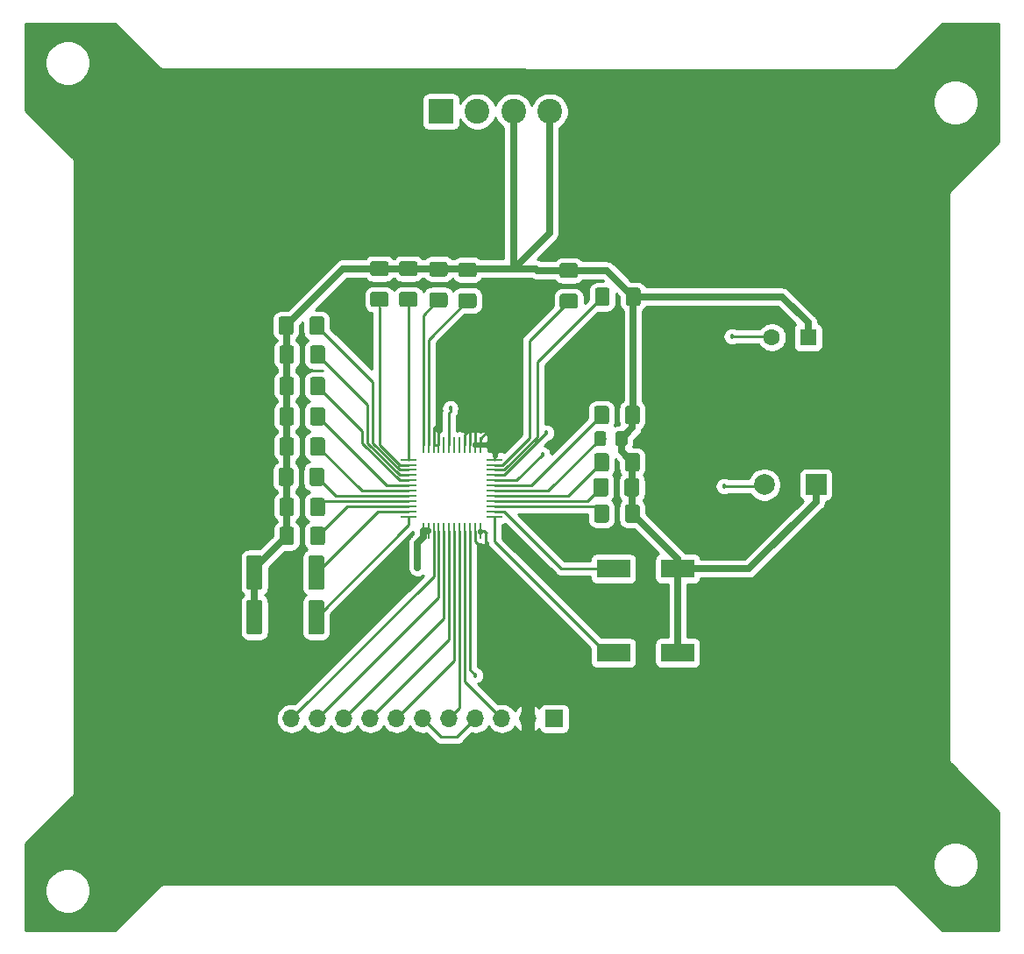
<source format=gbr>
G04 #@! TF.GenerationSoftware,KiCad,Pcbnew,(5.1.4-0-10_14)*
G04 #@! TF.CreationDate,2020-01-18T12:34:28-08:00*
G04 #@! TF.ProjectId,Board,426f6172-642e-46b6-9963-61645f706362,v1.0*
G04 #@! TF.SameCoordinates,Original*
G04 #@! TF.FileFunction,Copper,L1,Top*
G04 #@! TF.FilePolarity,Positive*
%FSLAX46Y46*%
G04 Gerber Fmt 4.6, Leading zero omitted, Abs format (unit mm)*
G04 Created by KiCad (PCBNEW (5.1.4-0-10_14)) date 2020-01-18 12:34:28*
%MOMM*%
%LPD*%
G04 APERTURE LIST*
%ADD10C,0.100000*%
%ADD11C,1.425000*%
%ADD12R,3.200000X1.800000*%
%ADD13C,1.150000*%
%ADD14R,2.000000X2.000000*%
%ADD15C,2.000000*%
%ADD16R,1.600000X1.600000*%
%ADD17C,1.600000*%
%ADD18C,1.525000*%
%ADD19R,1.490000X0.280000*%
%ADD20R,0.280000X1.490000*%
%ADD21R,1.700000X1.700000*%
%ADD22O,1.700000X1.700000*%
%ADD23R,2.400000X2.400000*%
%ADD24C,2.400000*%
%ADD25C,0.457200*%
%ADD26C,0.254000*%
%ADD27C,1.270000*%
%ADD28C,0.127000*%
%ADD29C,0.635000*%
G04 APERTURE END LIST*
D10*
G36*
X69356504Y-52120704D02*
G01*
X69380773Y-52124304D01*
X69404571Y-52130265D01*
X69427671Y-52138530D01*
X69449849Y-52149020D01*
X69470893Y-52161633D01*
X69490598Y-52176247D01*
X69508777Y-52192723D01*
X69525253Y-52210902D01*
X69539867Y-52230607D01*
X69552480Y-52251651D01*
X69562970Y-52273829D01*
X69571235Y-52296929D01*
X69577196Y-52320727D01*
X69580796Y-52344996D01*
X69582000Y-52369500D01*
X69582000Y-53294500D01*
X69580796Y-53319004D01*
X69577196Y-53343273D01*
X69571235Y-53367071D01*
X69562970Y-53390171D01*
X69552480Y-53412349D01*
X69539867Y-53433393D01*
X69525253Y-53453098D01*
X69508777Y-53471277D01*
X69490598Y-53487753D01*
X69470893Y-53502367D01*
X69449849Y-53514980D01*
X69427671Y-53525470D01*
X69404571Y-53533735D01*
X69380773Y-53539696D01*
X69356504Y-53543296D01*
X69332000Y-53544500D01*
X68082000Y-53544500D01*
X68057496Y-53543296D01*
X68033227Y-53539696D01*
X68009429Y-53533735D01*
X67986329Y-53525470D01*
X67964151Y-53514980D01*
X67943107Y-53502367D01*
X67923402Y-53487753D01*
X67905223Y-53471277D01*
X67888747Y-53453098D01*
X67874133Y-53433393D01*
X67861520Y-53412349D01*
X67851030Y-53390171D01*
X67842765Y-53367071D01*
X67836804Y-53343273D01*
X67833204Y-53319004D01*
X67832000Y-53294500D01*
X67832000Y-52369500D01*
X67833204Y-52344996D01*
X67836804Y-52320727D01*
X67842765Y-52296929D01*
X67851030Y-52273829D01*
X67861520Y-52251651D01*
X67874133Y-52230607D01*
X67888747Y-52210902D01*
X67905223Y-52192723D01*
X67923402Y-52176247D01*
X67943107Y-52161633D01*
X67964151Y-52149020D01*
X67986329Y-52138530D01*
X68009429Y-52130265D01*
X68033227Y-52124304D01*
X68057496Y-52120704D01*
X68082000Y-52119500D01*
X69332000Y-52119500D01*
X69356504Y-52120704D01*
X69356504Y-52120704D01*
G37*
D11*
X68707000Y-52832000D03*
D10*
G36*
X69356504Y-49145704D02*
G01*
X69380773Y-49149304D01*
X69404571Y-49155265D01*
X69427671Y-49163530D01*
X69449849Y-49174020D01*
X69470893Y-49186633D01*
X69490598Y-49201247D01*
X69508777Y-49217723D01*
X69525253Y-49235902D01*
X69539867Y-49255607D01*
X69552480Y-49276651D01*
X69562970Y-49298829D01*
X69571235Y-49321929D01*
X69577196Y-49345727D01*
X69580796Y-49369996D01*
X69582000Y-49394500D01*
X69582000Y-50319500D01*
X69580796Y-50344004D01*
X69577196Y-50368273D01*
X69571235Y-50392071D01*
X69562970Y-50415171D01*
X69552480Y-50437349D01*
X69539867Y-50458393D01*
X69525253Y-50478098D01*
X69508777Y-50496277D01*
X69490598Y-50512753D01*
X69470893Y-50527367D01*
X69449849Y-50539980D01*
X69427671Y-50550470D01*
X69404571Y-50558735D01*
X69380773Y-50564696D01*
X69356504Y-50568296D01*
X69332000Y-50569500D01*
X68082000Y-50569500D01*
X68057496Y-50568296D01*
X68033227Y-50564696D01*
X68009429Y-50558735D01*
X67986329Y-50550470D01*
X67964151Y-50539980D01*
X67943107Y-50527367D01*
X67923402Y-50512753D01*
X67905223Y-50496277D01*
X67888747Y-50478098D01*
X67874133Y-50458393D01*
X67861520Y-50437349D01*
X67851030Y-50415171D01*
X67842765Y-50392071D01*
X67836804Y-50368273D01*
X67833204Y-50344004D01*
X67832000Y-50319500D01*
X67832000Y-49394500D01*
X67833204Y-49369996D01*
X67836804Y-49345727D01*
X67842765Y-49321929D01*
X67851030Y-49298829D01*
X67861520Y-49276651D01*
X67874133Y-49255607D01*
X67888747Y-49235902D01*
X67905223Y-49217723D01*
X67923402Y-49201247D01*
X67943107Y-49186633D01*
X67964151Y-49174020D01*
X67986329Y-49163530D01*
X68009429Y-49155265D01*
X68033227Y-49149304D01*
X68057496Y-49145704D01*
X68082000Y-49144500D01*
X69332000Y-49144500D01*
X69356504Y-49145704D01*
X69356504Y-49145704D01*
G37*
D11*
X68707000Y-49857000D03*
D12*
X89004000Y-86868000D03*
X82804000Y-86868000D03*
X82804000Y-78740000D03*
X89004000Y-78740000D03*
D10*
G36*
X82148004Y-72532204D02*
G01*
X82172273Y-72535804D01*
X82196071Y-72541765D01*
X82219171Y-72550030D01*
X82241349Y-72560520D01*
X82262393Y-72573133D01*
X82282098Y-72587747D01*
X82300277Y-72604223D01*
X82316753Y-72622402D01*
X82331367Y-72642107D01*
X82343980Y-72663151D01*
X82354470Y-72685329D01*
X82362735Y-72708429D01*
X82368696Y-72732227D01*
X82372296Y-72756496D01*
X82373500Y-72781000D01*
X82373500Y-74031000D01*
X82372296Y-74055504D01*
X82368696Y-74079773D01*
X82362735Y-74103571D01*
X82354470Y-74126671D01*
X82343980Y-74148849D01*
X82331367Y-74169893D01*
X82316753Y-74189598D01*
X82300277Y-74207777D01*
X82282098Y-74224253D01*
X82262393Y-74238867D01*
X82241349Y-74251480D01*
X82219171Y-74261970D01*
X82196071Y-74270235D01*
X82172273Y-74276196D01*
X82148004Y-74279796D01*
X82123500Y-74281000D01*
X81198500Y-74281000D01*
X81173996Y-74279796D01*
X81149727Y-74276196D01*
X81125929Y-74270235D01*
X81102829Y-74261970D01*
X81080651Y-74251480D01*
X81059607Y-74238867D01*
X81039902Y-74224253D01*
X81021723Y-74207777D01*
X81005247Y-74189598D01*
X80990633Y-74169893D01*
X80978020Y-74148849D01*
X80967530Y-74126671D01*
X80959265Y-74103571D01*
X80953304Y-74079773D01*
X80949704Y-74055504D01*
X80948500Y-74031000D01*
X80948500Y-72781000D01*
X80949704Y-72756496D01*
X80953304Y-72732227D01*
X80959265Y-72708429D01*
X80967530Y-72685329D01*
X80978020Y-72663151D01*
X80990633Y-72642107D01*
X81005247Y-72622402D01*
X81021723Y-72604223D01*
X81039902Y-72587747D01*
X81059607Y-72573133D01*
X81080651Y-72560520D01*
X81102829Y-72550030D01*
X81125929Y-72541765D01*
X81149727Y-72535804D01*
X81173996Y-72532204D01*
X81198500Y-72531000D01*
X82123500Y-72531000D01*
X82148004Y-72532204D01*
X82148004Y-72532204D01*
G37*
D11*
X81661000Y-73406000D03*
D10*
G36*
X85123004Y-72532204D02*
G01*
X85147273Y-72535804D01*
X85171071Y-72541765D01*
X85194171Y-72550030D01*
X85216349Y-72560520D01*
X85237393Y-72573133D01*
X85257098Y-72587747D01*
X85275277Y-72604223D01*
X85291753Y-72622402D01*
X85306367Y-72642107D01*
X85318980Y-72663151D01*
X85329470Y-72685329D01*
X85337735Y-72708429D01*
X85343696Y-72732227D01*
X85347296Y-72756496D01*
X85348500Y-72781000D01*
X85348500Y-74031000D01*
X85347296Y-74055504D01*
X85343696Y-74079773D01*
X85337735Y-74103571D01*
X85329470Y-74126671D01*
X85318980Y-74148849D01*
X85306367Y-74169893D01*
X85291753Y-74189598D01*
X85275277Y-74207777D01*
X85257098Y-74224253D01*
X85237393Y-74238867D01*
X85216349Y-74251480D01*
X85194171Y-74261970D01*
X85171071Y-74270235D01*
X85147273Y-74276196D01*
X85123004Y-74279796D01*
X85098500Y-74281000D01*
X84173500Y-74281000D01*
X84148996Y-74279796D01*
X84124727Y-74276196D01*
X84100929Y-74270235D01*
X84077829Y-74261970D01*
X84055651Y-74251480D01*
X84034607Y-74238867D01*
X84014902Y-74224253D01*
X83996723Y-74207777D01*
X83980247Y-74189598D01*
X83965633Y-74169893D01*
X83953020Y-74148849D01*
X83942530Y-74126671D01*
X83934265Y-74103571D01*
X83928304Y-74079773D01*
X83924704Y-74055504D01*
X83923500Y-74031000D01*
X83923500Y-72781000D01*
X83924704Y-72756496D01*
X83928304Y-72732227D01*
X83934265Y-72708429D01*
X83942530Y-72685329D01*
X83953020Y-72663151D01*
X83965633Y-72642107D01*
X83980247Y-72622402D01*
X83996723Y-72604223D01*
X84014902Y-72587747D01*
X84034607Y-72573133D01*
X84055651Y-72560520D01*
X84077829Y-72550030D01*
X84100929Y-72541765D01*
X84124727Y-72535804D01*
X84148996Y-72532204D01*
X84173500Y-72531000D01*
X85098500Y-72531000D01*
X85123004Y-72532204D01*
X85123004Y-72532204D01*
G37*
D11*
X84636000Y-73406000D03*
D10*
G36*
X85069004Y-69992204D02*
G01*
X85093273Y-69995804D01*
X85117071Y-70001765D01*
X85140171Y-70010030D01*
X85162349Y-70020520D01*
X85183393Y-70033133D01*
X85203098Y-70047747D01*
X85221277Y-70064223D01*
X85237753Y-70082402D01*
X85252367Y-70102107D01*
X85264980Y-70123151D01*
X85275470Y-70145329D01*
X85283735Y-70168429D01*
X85289696Y-70192227D01*
X85293296Y-70216496D01*
X85294500Y-70241000D01*
X85294500Y-71491000D01*
X85293296Y-71515504D01*
X85289696Y-71539773D01*
X85283735Y-71563571D01*
X85275470Y-71586671D01*
X85264980Y-71608849D01*
X85252367Y-71629893D01*
X85237753Y-71649598D01*
X85221277Y-71667777D01*
X85203098Y-71684253D01*
X85183393Y-71698867D01*
X85162349Y-71711480D01*
X85140171Y-71721970D01*
X85117071Y-71730235D01*
X85093273Y-71736196D01*
X85069004Y-71739796D01*
X85044500Y-71741000D01*
X84119500Y-71741000D01*
X84094996Y-71739796D01*
X84070727Y-71736196D01*
X84046929Y-71730235D01*
X84023829Y-71721970D01*
X84001651Y-71711480D01*
X83980607Y-71698867D01*
X83960902Y-71684253D01*
X83942723Y-71667777D01*
X83926247Y-71649598D01*
X83911633Y-71629893D01*
X83899020Y-71608849D01*
X83888530Y-71586671D01*
X83880265Y-71563571D01*
X83874304Y-71539773D01*
X83870704Y-71515504D01*
X83869500Y-71491000D01*
X83869500Y-70241000D01*
X83870704Y-70216496D01*
X83874304Y-70192227D01*
X83880265Y-70168429D01*
X83888530Y-70145329D01*
X83899020Y-70123151D01*
X83911633Y-70102107D01*
X83926247Y-70082402D01*
X83942723Y-70064223D01*
X83960902Y-70047747D01*
X83980607Y-70033133D01*
X84001651Y-70020520D01*
X84023829Y-70010030D01*
X84046929Y-70001765D01*
X84070727Y-69995804D01*
X84094996Y-69992204D01*
X84119500Y-69991000D01*
X85044500Y-69991000D01*
X85069004Y-69992204D01*
X85069004Y-69992204D01*
G37*
D11*
X84582000Y-70866000D03*
D10*
G36*
X82094004Y-69992204D02*
G01*
X82118273Y-69995804D01*
X82142071Y-70001765D01*
X82165171Y-70010030D01*
X82187349Y-70020520D01*
X82208393Y-70033133D01*
X82228098Y-70047747D01*
X82246277Y-70064223D01*
X82262753Y-70082402D01*
X82277367Y-70102107D01*
X82289980Y-70123151D01*
X82300470Y-70145329D01*
X82308735Y-70168429D01*
X82314696Y-70192227D01*
X82318296Y-70216496D01*
X82319500Y-70241000D01*
X82319500Y-71491000D01*
X82318296Y-71515504D01*
X82314696Y-71539773D01*
X82308735Y-71563571D01*
X82300470Y-71586671D01*
X82289980Y-71608849D01*
X82277367Y-71629893D01*
X82262753Y-71649598D01*
X82246277Y-71667777D01*
X82228098Y-71684253D01*
X82208393Y-71698867D01*
X82187349Y-71711480D01*
X82165171Y-71721970D01*
X82142071Y-71730235D01*
X82118273Y-71736196D01*
X82094004Y-71739796D01*
X82069500Y-71741000D01*
X81144500Y-71741000D01*
X81119996Y-71739796D01*
X81095727Y-71736196D01*
X81071929Y-71730235D01*
X81048829Y-71721970D01*
X81026651Y-71711480D01*
X81005607Y-71698867D01*
X80985902Y-71684253D01*
X80967723Y-71667777D01*
X80951247Y-71649598D01*
X80936633Y-71629893D01*
X80924020Y-71608849D01*
X80913530Y-71586671D01*
X80905265Y-71563571D01*
X80899304Y-71539773D01*
X80895704Y-71515504D01*
X80894500Y-71491000D01*
X80894500Y-70241000D01*
X80895704Y-70216496D01*
X80899304Y-70192227D01*
X80905265Y-70168429D01*
X80913530Y-70145329D01*
X80924020Y-70123151D01*
X80936633Y-70102107D01*
X80951247Y-70082402D01*
X80967723Y-70064223D01*
X80985902Y-70047747D01*
X81005607Y-70033133D01*
X81026651Y-70020520D01*
X81048829Y-70010030D01*
X81071929Y-70001765D01*
X81095727Y-69995804D01*
X81119996Y-69992204D01*
X81144500Y-69991000D01*
X82069500Y-69991000D01*
X82094004Y-69992204D01*
X82094004Y-69992204D01*
G37*
D11*
X81607000Y-70866000D03*
D10*
G36*
X82148004Y-67579204D02*
G01*
X82172273Y-67582804D01*
X82196071Y-67588765D01*
X82219171Y-67597030D01*
X82241349Y-67607520D01*
X82262393Y-67620133D01*
X82282098Y-67634747D01*
X82300277Y-67651223D01*
X82316753Y-67669402D01*
X82331367Y-67689107D01*
X82343980Y-67710151D01*
X82354470Y-67732329D01*
X82362735Y-67755429D01*
X82368696Y-67779227D01*
X82372296Y-67803496D01*
X82373500Y-67828000D01*
X82373500Y-69078000D01*
X82372296Y-69102504D01*
X82368696Y-69126773D01*
X82362735Y-69150571D01*
X82354470Y-69173671D01*
X82343980Y-69195849D01*
X82331367Y-69216893D01*
X82316753Y-69236598D01*
X82300277Y-69254777D01*
X82282098Y-69271253D01*
X82262393Y-69285867D01*
X82241349Y-69298480D01*
X82219171Y-69308970D01*
X82196071Y-69317235D01*
X82172273Y-69323196D01*
X82148004Y-69326796D01*
X82123500Y-69328000D01*
X81198500Y-69328000D01*
X81173996Y-69326796D01*
X81149727Y-69323196D01*
X81125929Y-69317235D01*
X81102829Y-69308970D01*
X81080651Y-69298480D01*
X81059607Y-69285867D01*
X81039902Y-69271253D01*
X81021723Y-69254777D01*
X81005247Y-69236598D01*
X80990633Y-69216893D01*
X80978020Y-69195849D01*
X80967530Y-69173671D01*
X80959265Y-69150571D01*
X80953304Y-69126773D01*
X80949704Y-69102504D01*
X80948500Y-69078000D01*
X80948500Y-67828000D01*
X80949704Y-67803496D01*
X80953304Y-67779227D01*
X80959265Y-67755429D01*
X80967530Y-67732329D01*
X80978020Y-67710151D01*
X80990633Y-67689107D01*
X81005247Y-67669402D01*
X81021723Y-67651223D01*
X81039902Y-67634747D01*
X81059607Y-67620133D01*
X81080651Y-67607520D01*
X81102829Y-67597030D01*
X81125929Y-67588765D01*
X81149727Y-67582804D01*
X81173996Y-67579204D01*
X81198500Y-67578000D01*
X82123500Y-67578000D01*
X82148004Y-67579204D01*
X82148004Y-67579204D01*
G37*
D11*
X81661000Y-68453000D03*
D10*
G36*
X85123004Y-67579204D02*
G01*
X85147273Y-67582804D01*
X85171071Y-67588765D01*
X85194171Y-67597030D01*
X85216349Y-67607520D01*
X85237393Y-67620133D01*
X85257098Y-67634747D01*
X85275277Y-67651223D01*
X85291753Y-67669402D01*
X85306367Y-67689107D01*
X85318980Y-67710151D01*
X85329470Y-67732329D01*
X85337735Y-67755429D01*
X85343696Y-67779227D01*
X85347296Y-67803496D01*
X85348500Y-67828000D01*
X85348500Y-69078000D01*
X85347296Y-69102504D01*
X85343696Y-69126773D01*
X85337735Y-69150571D01*
X85329470Y-69173671D01*
X85318980Y-69195849D01*
X85306367Y-69216893D01*
X85291753Y-69236598D01*
X85275277Y-69254777D01*
X85257098Y-69271253D01*
X85237393Y-69285867D01*
X85216349Y-69298480D01*
X85194171Y-69308970D01*
X85171071Y-69317235D01*
X85147273Y-69323196D01*
X85123004Y-69326796D01*
X85098500Y-69328000D01*
X84173500Y-69328000D01*
X84148996Y-69326796D01*
X84124727Y-69323196D01*
X84100929Y-69317235D01*
X84077829Y-69308970D01*
X84055651Y-69298480D01*
X84034607Y-69285867D01*
X84014902Y-69271253D01*
X83996723Y-69254777D01*
X83980247Y-69236598D01*
X83965633Y-69216893D01*
X83953020Y-69195849D01*
X83942530Y-69173671D01*
X83934265Y-69150571D01*
X83928304Y-69126773D01*
X83924704Y-69102504D01*
X83923500Y-69078000D01*
X83923500Y-67828000D01*
X83924704Y-67803496D01*
X83928304Y-67779227D01*
X83934265Y-67755429D01*
X83942530Y-67732329D01*
X83953020Y-67710151D01*
X83965633Y-67689107D01*
X83980247Y-67669402D01*
X83996723Y-67651223D01*
X84014902Y-67634747D01*
X84034607Y-67620133D01*
X84055651Y-67607520D01*
X84077829Y-67597030D01*
X84100929Y-67588765D01*
X84124727Y-67582804D01*
X84148996Y-67579204D01*
X84173500Y-67578000D01*
X85098500Y-67578000D01*
X85123004Y-67579204D01*
X85123004Y-67579204D01*
G37*
D11*
X84636000Y-68453000D03*
D10*
G36*
X83933505Y-65468204D02*
G01*
X83957773Y-65471804D01*
X83981572Y-65477765D01*
X84004671Y-65486030D01*
X84026850Y-65496520D01*
X84047893Y-65509132D01*
X84067599Y-65523747D01*
X84085777Y-65540223D01*
X84102253Y-65558401D01*
X84116868Y-65578107D01*
X84129480Y-65599150D01*
X84139970Y-65621329D01*
X84148235Y-65644428D01*
X84154196Y-65668227D01*
X84157796Y-65692495D01*
X84159000Y-65716999D01*
X84159000Y-66617001D01*
X84157796Y-66641505D01*
X84154196Y-66665773D01*
X84148235Y-66689572D01*
X84139970Y-66712671D01*
X84129480Y-66734850D01*
X84116868Y-66755893D01*
X84102253Y-66775599D01*
X84085777Y-66793777D01*
X84067599Y-66810253D01*
X84047893Y-66824868D01*
X84026850Y-66837480D01*
X84004671Y-66847970D01*
X83981572Y-66856235D01*
X83957773Y-66862196D01*
X83933505Y-66865796D01*
X83909001Y-66867000D01*
X83258999Y-66867000D01*
X83234495Y-66865796D01*
X83210227Y-66862196D01*
X83186428Y-66856235D01*
X83163329Y-66847970D01*
X83141150Y-66837480D01*
X83120107Y-66824868D01*
X83100401Y-66810253D01*
X83082223Y-66793777D01*
X83065747Y-66775599D01*
X83051132Y-66755893D01*
X83038520Y-66734850D01*
X83028030Y-66712671D01*
X83019765Y-66689572D01*
X83013804Y-66665773D01*
X83010204Y-66641505D01*
X83009000Y-66617001D01*
X83009000Y-65716999D01*
X83010204Y-65692495D01*
X83013804Y-65668227D01*
X83019765Y-65644428D01*
X83028030Y-65621329D01*
X83038520Y-65599150D01*
X83051132Y-65578107D01*
X83065747Y-65558401D01*
X83082223Y-65540223D01*
X83100401Y-65523747D01*
X83120107Y-65509132D01*
X83141150Y-65496520D01*
X83163329Y-65486030D01*
X83186428Y-65477765D01*
X83210227Y-65471804D01*
X83234495Y-65468204D01*
X83258999Y-65467000D01*
X83909001Y-65467000D01*
X83933505Y-65468204D01*
X83933505Y-65468204D01*
G37*
D13*
X83584000Y-66167000D03*
D10*
G36*
X81883505Y-65468204D02*
G01*
X81907773Y-65471804D01*
X81931572Y-65477765D01*
X81954671Y-65486030D01*
X81976850Y-65496520D01*
X81997893Y-65509132D01*
X82017599Y-65523747D01*
X82035777Y-65540223D01*
X82052253Y-65558401D01*
X82066868Y-65578107D01*
X82079480Y-65599150D01*
X82089970Y-65621329D01*
X82098235Y-65644428D01*
X82104196Y-65668227D01*
X82107796Y-65692495D01*
X82109000Y-65716999D01*
X82109000Y-66617001D01*
X82107796Y-66641505D01*
X82104196Y-66665773D01*
X82098235Y-66689572D01*
X82089970Y-66712671D01*
X82079480Y-66734850D01*
X82066868Y-66755893D01*
X82052253Y-66775599D01*
X82035777Y-66793777D01*
X82017599Y-66810253D01*
X81997893Y-66824868D01*
X81976850Y-66837480D01*
X81954671Y-66847970D01*
X81931572Y-66856235D01*
X81907773Y-66862196D01*
X81883505Y-66865796D01*
X81859001Y-66867000D01*
X81208999Y-66867000D01*
X81184495Y-66865796D01*
X81160227Y-66862196D01*
X81136428Y-66856235D01*
X81113329Y-66847970D01*
X81091150Y-66837480D01*
X81070107Y-66824868D01*
X81050401Y-66810253D01*
X81032223Y-66793777D01*
X81015747Y-66775599D01*
X81001132Y-66755893D01*
X80988520Y-66734850D01*
X80978030Y-66712671D01*
X80969765Y-66689572D01*
X80963804Y-66665773D01*
X80960204Y-66641505D01*
X80959000Y-66617001D01*
X80959000Y-65716999D01*
X80960204Y-65692495D01*
X80963804Y-65668227D01*
X80969765Y-65644428D01*
X80978030Y-65621329D01*
X80988520Y-65599150D01*
X81001132Y-65578107D01*
X81015747Y-65558401D01*
X81032223Y-65540223D01*
X81050401Y-65523747D01*
X81070107Y-65509132D01*
X81091150Y-65496520D01*
X81113329Y-65486030D01*
X81136428Y-65477765D01*
X81160227Y-65471804D01*
X81184495Y-65468204D01*
X81208999Y-65467000D01*
X81859001Y-65467000D01*
X81883505Y-65468204D01*
X81883505Y-65468204D01*
G37*
D13*
X81534000Y-66167000D03*
D10*
G36*
X85123004Y-63007204D02*
G01*
X85147273Y-63010804D01*
X85171071Y-63016765D01*
X85194171Y-63025030D01*
X85216349Y-63035520D01*
X85237393Y-63048133D01*
X85257098Y-63062747D01*
X85275277Y-63079223D01*
X85291753Y-63097402D01*
X85306367Y-63117107D01*
X85318980Y-63138151D01*
X85329470Y-63160329D01*
X85337735Y-63183429D01*
X85343696Y-63207227D01*
X85347296Y-63231496D01*
X85348500Y-63256000D01*
X85348500Y-64506000D01*
X85347296Y-64530504D01*
X85343696Y-64554773D01*
X85337735Y-64578571D01*
X85329470Y-64601671D01*
X85318980Y-64623849D01*
X85306367Y-64644893D01*
X85291753Y-64664598D01*
X85275277Y-64682777D01*
X85257098Y-64699253D01*
X85237393Y-64713867D01*
X85216349Y-64726480D01*
X85194171Y-64736970D01*
X85171071Y-64745235D01*
X85147273Y-64751196D01*
X85123004Y-64754796D01*
X85098500Y-64756000D01*
X84173500Y-64756000D01*
X84148996Y-64754796D01*
X84124727Y-64751196D01*
X84100929Y-64745235D01*
X84077829Y-64736970D01*
X84055651Y-64726480D01*
X84034607Y-64713867D01*
X84014902Y-64699253D01*
X83996723Y-64682777D01*
X83980247Y-64664598D01*
X83965633Y-64644893D01*
X83953020Y-64623849D01*
X83942530Y-64601671D01*
X83934265Y-64578571D01*
X83928304Y-64554773D01*
X83924704Y-64530504D01*
X83923500Y-64506000D01*
X83923500Y-63256000D01*
X83924704Y-63231496D01*
X83928304Y-63207227D01*
X83934265Y-63183429D01*
X83942530Y-63160329D01*
X83953020Y-63138151D01*
X83965633Y-63117107D01*
X83980247Y-63097402D01*
X83996723Y-63079223D01*
X84014902Y-63062747D01*
X84034607Y-63048133D01*
X84055651Y-63035520D01*
X84077829Y-63025030D01*
X84100929Y-63016765D01*
X84124727Y-63010804D01*
X84148996Y-63007204D01*
X84173500Y-63006000D01*
X85098500Y-63006000D01*
X85123004Y-63007204D01*
X85123004Y-63007204D01*
G37*
D11*
X84636000Y-63881000D03*
D10*
G36*
X82148004Y-63007204D02*
G01*
X82172273Y-63010804D01*
X82196071Y-63016765D01*
X82219171Y-63025030D01*
X82241349Y-63035520D01*
X82262393Y-63048133D01*
X82282098Y-63062747D01*
X82300277Y-63079223D01*
X82316753Y-63097402D01*
X82331367Y-63117107D01*
X82343980Y-63138151D01*
X82354470Y-63160329D01*
X82362735Y-63183429D01*
X82368696Y-63207227D01*
X82372296Y-63231496D01*
X82373500Y-63256000D01*
X82373500Y-64506000D01*
X82372296Y-64530504D01*
X82368696Y-64554773D01*
X82362735Y-64578571D01*
X82354470Y-64601671D01*
X82343980Y-64623849D01*
X82331367Y-64644893D01*
X82316753Y-64664598D01*
X82300277Y-64682777D01*
X82282098Y-64699253D01*
X82262393Y-64713867D01*
X82241349Y-64726480D01*
X82219171Y-64736970D01*
X82196071Y-64745235D01*
X82172273Y-64751196D01*
X82148004Y-64754796D01*
X82123500Y-64756000D01*
X81198500Y-64756000D01*
X81173996Y-64754796D01*
X81149727Y-64751196D01*
X81125929Y-64745235D01*
X81102829Y-64736970D01*
X81080651Y-64726480D01*
X81059607Y-64713867D01*
X81039902Y-64699253D01*
X81021723Y-64682777D01*
X81005247Y-64664598D01*
X80990633Y-64644893D01*
X80978020Y-64623849D01*
X80967530Y-64601671D01*
X80959265Y-64578571D01*
X80953304Y-64554773D01*
X80949704Y-64530504D01*
X80948500Y-64506000D01*
X80948500Y-63256000D01*
X80949704Y-63231496D01*
X80953304Y-63207227D01*
X80959265Y-63183429D01*
X80967530Y-63160329D01*
X80978020Y-63138151D01*
X80990633Y-63117107D01*
X81005247Y-63097402D01*
X81021723Y-63079223D01*
X81039902Y-63062747D01*
X81059607Y-63048133D01*
X81080651Y-63035520D01*
X81102829Y-63025030D01*
X81125929Y-63016765D01*
X81149727Y-63010804D01*
X81173996Y-63007204D01*
X81198500Y-63006000D01*
X82123500Y-63006000D01*
X82148004Y-63007204D01*
X82148004Y-63007204D01*
G37*
D11*
X81661000Y-63881000D03*
D14*
X102362000Y-70612000D03*
D15*
X97362000Y-70612000D03*
D16*
X101600000Y-56388000D03*
D17*
X98100000Y-56388000D03*
D10*
G36*
X85196004Y-51577204D02*
G01*
X85220273Y-51580804D01*
X85244071Y-51586765D01*
X85267171Y-51595030D01*
X85289349Y-51605520D01*
X85310393Y-51618133D01*
X85330098Y-51632747D01*
X85348277Y-51649223D01*
X85364753Y-51667402D01*
X85379367Y-51687107D01*
X85391980Y-51708151D01*
X85402470Y-51730329D01*
X85410735Y-51753429D01*
X85416696Y-51777227D01*
X85420296Y-51801496D01*
X85421500Y-51826000D01*
X85421500Y-53076000D01*
X85420296Y-53100504D01*
X85416696Y-53124773D01*
X85410735Y-53148571D01*
X85402470Y-53171671D01*
X85391980Y-53193849D01*
X85379367Y-53214893D01*
X85364753Y-53234598D01*
X85348277Y-53252777D01*
X85330098Y-53269253D01*
X85310393Y-53283867D01*
X85289349Y-53296480D01*
X85267171Y-53306970D01*
X85244071Y-53315235D01*
X85220273Y-53321196D01*
X85196004Y-53324796D01*
X85171500Y-53326000D01*
X84246500Y-53326000D01*
X84221996Y-53324796D01*
X84197727Y-53321196D01*
X84173929Y-53315235D01*
X84150829Y-53306970D01*
X84128651Y-53296480D01*
X84107607Y-53283867D01*
X84087902Y-53269253D01*
X84069723Y-53252777D01*
X84053247Y-53234598D01*
X84038633Y-53214893D01*
X84026020Y-53193849D01*
X84015530Y-53171671D01*
X84007265Y-53148571D01*
X84001304Y-53124773D01*
X83997704Y-53100504D01*
X83996500Y-53076000D01*
X83996500Y-51826000D01*
X83997704Y-51801496D01*
X84001304Y-51777227D01*
X84007265Y-51753429D01*
X84015530Y-51730329D01*
X84026020Y-51708151D01*
X84038633Y-51687107D01*
X84053247Y-51667402D01*
X84069723Y-51649223D01*
X84087902Y-51632747D01*
X84107607Y-51618133D01*
X84128651Y-51605520D01*
X84150829Y-51595030D01*
X84173929Y-51586765D01*
X84197727Y-51580804D01*
X84221996Y-51577204D01*
X84246500Y-51576000D01*
X85171500Y-51576000D01*
X85196004Y-51577204D01*
X85196004Y-51577204D01*
G37*
D11*
X84709000Y-52451000D03*
D10*
G36*
X82221004Y-51577204D02*
G01*
X82245273Y-51580804D01*
X82269071Y-51586765D01*
X82292171Y-51595030D01*
X82314349Y-51605520D01*
X82335393Y-51618133D01*
X82355098Y-51632747D01*
X82373277Y-51649223D01*
X82389753Y-51667402D01*
X82404367Y-51687107D01*
X82416980Y-51708151D01*
X82427470Y-51730329D01*
X82435735Y-51753429D01*
X82441696Y-51777227D01*
X82445296Y-51801496D01*
X82446500Y-51826000D01*
X82446500Y-53076000D01*
X82445296Y-53100504D01*
X82441696Y-53124773D01*
X82435735Y-53148571D01*
X82427470Y-53171671D01*
X82416980Y-53193849D01*
X82404367Y-53214893D01*
X82389753Y-53234598D01*
X82373277Y-53252777D01*
X82355098Y-53269253D01*
X82335393Y-53283867D01*
X82314349Y-53296480D01*
X82292171Y-53306970D01*
X82269071Y-53315235D01*
X82245273Y-53321196D01*
X82221004Y-53324796D01*
X82196500Y-53326000D01*
X81271500Y-53326000D01*
X81246996Y-53324796D01*
X81222727Y-53321196D01*
X81198929Y-53315235D01*
X81175829Y-53306970D01*
X81153651Y-53296480D01*
X81132607Y-53283867D01*
X81112902Y-53269253D01*
X81094723Y-53252777D01*
X81078247Y-53234598D01*
X81063633Y-53214893D01*
X81051020Y-53193849D01*
X81040530Y-53171671D01*
X81032265Y-53148571D01*
X81026304Y-53124773D01*
X81022704Y-53100504D01*
X81021500Y-53076000D01*
X81021500Y-51826000D01*
X81022704Y-51801496D01*
X81026304Y-51777227D01*
X81032265Y-51753429D01*
X81040530Y-51730329D01*
X81051020Y-51708151D01*
X81063633Y-51687107D01*
X81078247Y-51667402D01*
X81094723Y-51649223D01*
X81112902Y-51632747D01*
X81132607Y-51618133D01*
X81153651Y-51605520D01*
X81175829Y-51595030D01*
X81198929Y-51586765D01*
X81222727Y-51580804D01*
X81246996Y-51577204D01*
X81271500Y-51576000D01*
X82196500Y-51576000D01*
X82221004Y-51577204D01*
X82221004Y-51577204D01*
G37*
D11*
X81734000Y-52451000D03*
D10*
G36*
X79135504Y-52174704D02*
G01*
X79159773Y-52178304D01*
X79183571Y-52184265D01*
X79206671Y-52192530D01*
X79228849Y-52203020D01*
X79249893Y-52215633D01*
X79269598Y-52230247D01*
X79287777Y-52246723D01*
X79304253Y-52264902D01*
X79318867Y-52284607D01*
X79331480Y-52305651D01*
X79341970Y-52327829D01*
X79350235Y-52350929D01*
X79356196Y-52374727D01*
X79359796Y-52398996D01*
X79361000Y-52423500D01*
X79361000Y-53348500D01*
X79359796Y-53373004D01*
X79356196Y-53397273D01*
X79350235Y-53421071D01*
X79341970Y-53444171D01*
X79331480Y-53466349D01*
X79318867Y-53487393D01*
X79304253Y-53507098D01*
X79287777Y-53525277D01*
X79269598Y-53541753D01*
X79249893Y-53556367D01*
X79228849Y-53568980D01*
X79206671Y-53579470D01*
X79183571Y-53587735D01*
X79159773Y-53593696D01*
X79135504Y-53597296D01*
X79111000Y-53598500D01*
X77861000Y-53598500D01*
X77836496Y-53597296D01*
X77812227Y-53593696D01*
X77788429Y-53587735D01*
X77765329Y-53579470D01*
X77743151Y-53568980D01*
X77722107Y-53556367D01*
X77702402Y-53541753D01*
X77684223Y-53525277D01*
X77667747Y-53507098D01*
X77653133Y-53487393D01*
X77640520Y-53466349D01*
X77630030Y-53444171D01*
X77621765Y-53421071D01*
X77615804Y-53397273D01*
X77612204Y-53373004D01*
X77611000Y-53348500D01*
X77611000Y-52423500D01*
X77612204Y-52398996D01*
X77615804Y-52374727D01*
X77621765Y-52350929D01*
X77630030Y-52327829D01*
X77640520Y-52305651D01*
X77653133Y-52284607D01*
X77667747Y-52264902D01*
X77684223Y-52246723D01*
X77702402Y-52230247D01*
X77722107Y-52215633D01*
X77743151Y-52203020D01*
X77765329Y-52192530D01*
X77788429Y-52184265D01*
X77812227Y-52178304D01*
X77836496Y-52174704D01*
X77861000Y-52173500D01*
X79111000Y-52173500D01*
X79135504Y-52174704D01*
X79135504Y-52174704D01*
G37*
D11*
X78486000Y-52886000D03*
D10*
G36*
X79135504Y-49199704D02*
G01*
X79159773Y-49203304D01*
X79183571Y-49209265D01*
X79206671Y-49217530D01*
X79228849Y-49228020D01*
X79249893Y-49240633D01*
X79269598Y-49255247D01*
X79287777Y-49271723D01*
X79304253Y-49289902D01*
X79318867Y-49309607D01*
X79331480Y-49330651D01*
X79341970Y-49352829D01*
X79350235Y-49375929D01*
X79356196Y-49399727D01*
X79359796Y-49423996D01*
X79361000Y-49448500D01*
X79361000Y-50373500D01*
X79359796Y-50398004D01*
X79356196Y-50422273D01*
X79350235Y-50446071D01*
X79341970Y-50469171D01*
X79331480Y-50491349D01*
X79318867Y-50512393D01*
X79304253Y-50532098D01*
X79287777Y-50550277D01*
X79269598Y-50566753D01*
X79249893Y-50581367D01*
X79228849Y-50593980D01*
X79206671Y-50604470D01*
X79183571Y-50612735D01*
X79159773Y-50618696D01*
X79135504Y-50622296D01*
X79111000Y-50623500D01*
X77861000Y-50623500D01*
X77836496Y-50622296D01*
X77812227Y-50618696D01*
X77788429Y-50612735D01*
X77765329Y-50604470D01*
X77743151Y-50593980D01*
X77722107Y-50581367D01*
X77702402Y-50566753D01*
X77684223Y-50550277D01*
X77667747Y-50532098D01*
X77653133Y-50512393D01*
X77640520Y-50491349D01*
X77630030Y-50469171D01*
X77621765Y-50446071D01*
X77615804Y-50422273D01*
X77612204Y-50398004D01*
X77611000Y-50373500D01*
X77611000Y-49448500D01*
X77612204Y-49423996D01*
X77615804Y-49399727D01*
X77621765Y-49375929D01*
X77630030Y-49352829D01*
X77640520Y-49330651D01*
X77653133Y-49309607D01*
X77667747Y-49289902D01*
X77684223Y-49271723D01*
X77702402Y-49255247D01*
X77722107Y-49240633D01*
X77743151Y-49228020D01*
X77765329Y-49217530D01*
X77788429Y-49209265D01*
X77812227Y-49203304D01*
X77836496Y-49199704D01*
X77861000Y-49198500D01*
X79111000Y-49198500D01*
X79135504Y-49199704D01*
X79135504Y-49199704D01*
G37*
D11*
X78486000Y-49911000D03*
D10*
G36*
X54639005Y-81765204D02*
G01*
X54663273Y-81768804D01*
X54687072Y-81774765D01*
X54710171Y-81783030D01*
X54732350Y-81793520D01*
X54753393Y-81806132D01*
X54773099Y-81820747D01*
X54791277Y-81837223D01*
X54807753Y-81855401D01*
X54822368Y-81875107D01*
X54834980Y-81896150D01*
X54845470Y-81918329D01*
X54853735Y-81941428D01*
X54859696Y-81965227D01*
X54863296Y-81989495D01*
X54864500Y-82013999D01*
X54864500Y-84864001D01*
X54863296Y-84888505D01*
X54859696Y-84912773D01*
X54853735Y-84936572D01*
X54845470Y-84959671D01*
X54834980Y-84981850D01*
X54822368Y-85002893D01*
X54807753Y-85022599D01*
X54791277Y-85040777D01*
X54773099Y-85057253D01*
X54753393Y-85071868D01*
X54732350Y-85084480D01*
X54710171Y-85094970D01*
X54687072Y-85103235D01*
X54663273Y-85109196D01*
X54639005Y-85112796D01*
X54614501Y-85114000D01*
X53589499Y-85114000D01*
X53564995Y-85112796D01*
X53540727Y-85109196D01*
X53516928Y-85103235D01*
X53493829Y-85094970D01*
X53471650Y-85084480D01*
X53450607Y-85071868D01*
X53430901Y-85057253D01*
X53412723Y-85040777D01*
X53396247Y-85022599D01*
X53381632Y-85002893D01*
X53369020Y-84981850D01*
X53358530Y-84959671D01*
X53350265Y-84936572D01*
X53344304Y-84912773D01*
X53340704Y-84888505D01*
X53339500Y-84864001D01*
X53339500Y-82013999D01*
X53340704Y-81989495D01*
X53344304Y-81965227D01*
X53350265Y-81941428D01*
X53358530Y-81918329D01*
X53369020Y-81896150D01*
X53381632Y-81875107D01*
X53396247Y-81855401D01*
X53412723Y-81837223D01*
X53430901Y-81820747D01*
X53450607Y-81806132D01*
X53471650Y-81793520D01*
X53493829Y-81783030D01*
X53516928Y-81774765D01*
X53540727Y-81768804D01*
X53564995Y-81765204D01*
X53589499Y-81764000D01*
X54614501Y-81764000D01*
X54639005Y-81765204D01*
X54639005Y-81765204D01*
G37*
D18*
X54102000Y-83439000D03*
D10*
G36*
X48664005Y-81765204D02*
G01*
X48688273Y-81768804D01*
X48712072Y-81774765D01*
X48735171Y-81783030D01*
X48757350Y-81793520D01*
X48778393Y-81806132D01*
X48798099Y-81820747D01*
X48816277Y-81837223D01*
X48832753Y-81855401D01*
X48847368Y-81875107D01*
X48859980Y-81896150D01*
X48870470Y-81918329D01*
X48878735Y-81941428D01*
X48884696Y-81965227D01*
X48888296Y-81989495D01*
X48889500Y-82013999D01*
X48889500Y-84864001D01*
X48888296Y-84888505D01*
X48884696Y-84912773D01*
X48878735Y-84936572D01*
X48870470Y-84959671D01*
X48859980Y-84981850D01*
X48847368Y-85002893D01*
X48832753Y-85022599D01*
X48816277Y-85040777D01*
X48798099Y-85057253D01*
X48778393Y-85071868D01*
X48757350Y-85084480D01*
X48735171Y-85094970D01*
X48712072Y-85103235D01*
X48688273Y-85109196D01*
X48664005Y-85112796D01*
X48639501Y-85114000D01*
X47614499Y-85114000D01*
X47589995Y-85112796D01*
X47565727Y-85109196D01*
X47541928Y-85103235D01*
X47518829Y-85094970D01*
X47496650Y-85084480D01*
X47475607Y-85071868D01*
X47455901Y-85057253D01*
X47437723Y-85040777D01*
X47421247Y-85022599D01*
X47406632Y-85002893D01*
X47394020Y-84981850D01*
X47383530Y-84959671D01*
X47375265Y-84936572D01*
X47369304Y-84912773D01*
X47365704Y-84888505D01*
X47364500Y-84864001D01*
X47364500Y-82013999D01*
X47365704Y-81989495D01*
X47369304Y-81965227D01*
X47375265Y-81941428D01*
X47383530Y-81918329D01*
X47394020Y-81896150D01*
X47406632Y-81875107D01*
X47421247Y-81855401D01*
X47437723Y-81837223D01*
X47455901Y-81820747D01*
X47475607Y-81806132D01*
X47496650Y-81793520D01*
X47518829Y-81783030D01*
X47541928Y-81774765D01*
X47565727Y-81768804D01*
X47589995Y-81765204D01*
X47614499Y-81764000D01*
X48639501Y-81764000D01*
X48664005Y-81765204D01*
X48664005Y-81765204D01*
G37*
D18*
X48127000Y-83439000D03*
D10*
G36*
X48664005Y-77447204D02*
G01*
X48688273Y-77450804D01*
X48712072Y-77456765D01*
X48735171Y-77465030D01*
X48757350Y-77475520D01*
X48778393Y-77488132D01*
X48798099Y-77502747D01*
X48816277Y-77519223D01*
X48832753Y-77537401D01*
X48847368Y-77557107D01*
X48859980Y-77578150D01*
X48870470Y-77600329D01*
X48878735Y-77623428D01*
X48884696Y-77647227D01*
X48888296Y-77671495D01*
X48889500Y-77695999D01*
X48889500Y-80546001D01*
X48888296Y-80570505D01*
X48884696Y-80594773D01*
X48878735Y-80618572D01*
X48870470Y-80641671D01*
X48859980Y-80663850D01*
X48847368Y-80684893D01*
X48832753Y-80704599D01*
X48816277Y-80722777D01*
X48798099Y-80739253D01*
X48778393Y-80753868D01*
X48757350Y-80766480D01*
X48735171Y-80776970D01*
X48712072Y-80785235D01*
X48688273Y-80791196D01*
X48664005Y-80794796D01*
X48639501Y-80796000D01*
X47614499Y-80796000D01*
X47589995Y-80794796D01*
X47565727Y-80791196D01*
X47541928Y-80785235D01*
X47518829Y-80776970D01*
X47496650Y-80766480D01*
X47475607Y-80753868D01*
X47455901Y-80739253D01*
X47437723Y-80722777D01*
X47421247Y-80704599D01*
X47406632Y-80684893D01*
X47394020Y-80663850D01*
X47383530Y-80641671D01*
X47375265Y-80618572D01*
X47369304Y-80594773D01*
X47365704Y-80570505D01*
X47364500Y-80546001D01*
X47364500Y-77695999D01*
X47365704Y-77671495D01*
X47369304Y-77647227D01*
X47375265Y-77623428D01*
X47383530Y-77600329D01*
X47394020Y-77578150D01*
X47406632Y-77557107D01*
X47421247Y-77537401D01*
X47437723Y-77519223D01*
X47455901Y-77502747D01*
X47475607Y-77488132D01*
X47496650Y-77475520D01*
X47518829Y-77465030D01*
X47541928Y-77456765D01*
X47565727Y-77450804D01*
X47589995Y-77447204D01*
X47614499Y-77446000D01*
X48639501Y-77446000D01*
X48664005Y-77447204D01*
X48664005Y-77447204D01*
G37*
D18*
X48127000Y-79121000D03*
D10*
G36*
X54639005Y-77447204D02*
G01*
X54663273Y-77450804D01*
X54687072Y-77456765D01*
X54710171Y-77465030D01*
X54732350Y-77475520D01*
X54753393Y-77488132D01*
X54773099Y-77502747D01*
X54791277Y-77519223D01*
X54807753Y-77537401D01*
X54822368Y-77557107D01*
X54834980Y-77578150D01*
X54845470Y-77600329D01*
X54853735Y-77623428D01*
X54859696Y-77647227D01*
X54863296Y-77671495D01*
X54864500Y-77695999D01*
X54864500Y-80546001D01*
X54863296Y-80570505D01*
X54859696Y-80594773D01*
X54853735Y-80618572D01*
X54845470Y-80641671D01*
X54834980Y-80663850D01*
X54822368Y-80684893D01*
X54807753Y-80704599D01*
X54791277Y-80722777D01*
X54773099Y-80739253D01*
X54753393Y-80753868D01*
X54732350Y-80766480D01*
X54710171Y-80776970D01*
X54687072Y-80785235D01*
X54663273Y-80791196D01*
X54639005Y-80794796D01*
X54614501Y-80796000D01*
X53589499Y-80796000D01*
X53564995Y-80794796D01*
X53540727Y-80791196D01*
X53516928Y-80785235D01*
X53493829Y-80776970D01*
X53471650Y-80766480D01*
X53450607Y-80753868D01*
X53430901Y-80739253D01*
X53412723Y-80722777D01*
X53396247Y-80704599D01*
X53381632Y-80684893D01*
X53369020Y-80663850D01*
X53358530Y-80641671D01*
X53350265Y-80618572D01*
X53344304Y-80594773D01*
X53340704Y-80570505D01*
X53339500Y-80546001D01*
X53339500Y-77695999D01*
X53340704Y-77671495D01*
X53344304Y-77647227D01*
X53350265Y-77623428D01*
X53358530Y-77600329D01*
X53369020Y-77578150D01*
X53381632Y-77557107D01*
X53396247Y-77537401D01*
X53412723Y-77519223D01*
X53430901Y-77502747D01*
X53450607Y-77488132D01*
X53471650Y-77475520D01*
X53493829Y-77465030D01*
X53516928Y-77456765D01*
X53540727Y-77450804D01*
X53564995Y-77447204D01*
X53589499Y-77446000D01*
X54614501Y-77446000D01*
X54639005Y-77447204D01*
X54639005Y-77447204D01*
G37*
D18*
X54102000Y-79121000D03*
D10*
G36*
X54716004Y-74691204D02*
G01*
X54740273Y-74694804D01*
X54764071Y-74700765D01*
X54787171Y-74709030D01*
X54809349Y-74719520D01*
X54830393Y-74732133D01*
X54850098Y-74746747D01*
X54868277Y-74763223D01*
X54884753Y-74781402D01*
X54899367Y-74801107D01*
X54911980Y-74822151D01*
X54922470Y-74844329D01*
X54930735Y-74867429D01*
X54936696Y-74891227D01*
X54940296Y-74915496D01*
X54941500Y-74940000D01*
X54941500Y-76190000D01*
X54940296Y-76214504D01*
X54936696Y-76238773D01*
X54930735Y-76262571D01*
X54922470Y-76285671D01*
X54911980Y-76307849D01*
X54899367Y-76328893D01*
X54884753Y-76348598D01*
X54868277Y-76366777D01*
X54850098Y-76383253D01*
X54830393Y-76397867D01*
X54809349Y-76410480D01*
X54787171Y-76420970D01*
X54764071Y-76429235D01*
X54740273Y-76435196D01*
X54716004Y-76438796D01*
X54691500Y-76440000D01*
X53766500Y-76440000D01*
X53741996Y-76438796D01*
X53717727Y-76435196D01*
X53693929Y-76429235D01*
X53670829Y-76420970D01*
X53648651Y-76410480D01*
X53627607Y-76397867D01*
X53607902Y-76383253D01*
X53589723Y-76366777D01*
X53573247Y-76348598D01*
X53558633Y-76328893D01*
X53546020Y-76307849D01*
X53535530Y-76285671D01*
X53527265Y-76262571D01*
X53521304Y-76238773D01*
X53517704Y-76214504D01*
X53516500Y-76190000D01*
X53516500Y-74940000D01*
X53517704Y-74915496D01*
X53521304Y-74891227D01*
X53527265Y-74867429D01*
X53535530Y-74844329D01*
X53546020Y-74822151D01*
X53558633Y-74801107D01*
X53573247Y-74781402D01*
X53589723Y-74763223D01*
X53607902Y-74746747D01*
X53627607Y-74732133D01*
X53648651Y-74719520D01*
X53670829Y-74709030D01*
X53693929Y-74700765D01*
X53717727Y-74694804D01*
X53741996Y-74691204D01*
X53766500Y-74690000D01*
X54691500Y-74690000D01*
X54716004Y-74691204D01*
X54716004Y-74691204D01*
G37*
D11*
X54229000Y-75565000D03*
D10*
G36*
X51741004Y-74691204D02*
G01*
X51765273Y-74694804D01*
X51789071Y-74700765D01*
X51812171Y-74709030D01*
X51834349Y-74719520D01*
X51855393Y-74732133D01*
X51875098Y-74746747D01*
X51893277Y-74763223D01*
X51909753Y-74781402D01*
X51924367Y-74801107D01*
X51936980Y-74822151D01*
X51947470Y-74844329D01*
X51955735Y-74867429D01*
X51961696Y-74891227D01*
X51965296Y-74915496D01*
X51966500Y-74940000D01*
X51966500Y-76190000D01*
X51965296Y-76214504D01*
X51961696Y-76238773D01*
X51955735Y-76262571D01*
X51947470Y-76285671D01*
X51936980Y-76307849D01*
X51924367Y-76328893D01*
X51909753Y-76348598D01*
X51893277Y-76366777D01*
X51875098Y-76383253D01*
X51855393Y-76397867D01*
X51834349Y-76410480D01*
X51812171Y-76420970D01*
X51789071Y-76429235D01*
X51765273Y-76435196D01*
X51741004Y-76438796D01*
X51716500Y-76440000D01*
X50791500Y-76440000D01*
X50766996Y-76438796D01*
X50742727Y-76435196D01*
X50718929Y-76429235D01*
X50695829Y-76420970D01*
X50673651Y-76410480D01*
X50652607Y-76397867D01*
X50632902Y-76383253D01*
X50614723Y-76366777D01*
X50598247Y-76348598D01*
X50583633Y-76328893D01*
X50571020Y-76307849D01*
X50560530Y-76285671D01*
X50552265Y-76262571D01*
X50546304Y-76238773D01*
X50542704Y-76214504D01*
X50541500Y-76190000D01*
X50541500Y-74940000D01*
X50542704Y-74915496D01*
X50546304Y-74891227D01*
X50552265Y-74867429D01*
X50560530Y-74844329D01*
X50571020Y-74822151D01*
X50583633Y-74801107D01*
X50598247Y-74781402D01*
X50614723Y-74763223D01*
X50632902Y-74746747D01*
X50652607Y-74732133D01*
X50673651Y-74719520D01*
X50695829Y-74709030D01*
X50718929Y-74700765D01*
X50742727Y-74694804D01*
X50766996Y-74691204D01*
X50791500Y-74690000D01*
X51716500Y-74690000D01*
X51741004Y-74691204D01*
X51741004Y-74691204D01*
G37*
D11*
X51254000Y-75565000D03*
D10*
G36*
X51741004Y-71897204D02*
G01*
X51765273Y-71900804D01*
X51789071Y-71906765D01*
X51812171Y-71915030D01*
X51834349Y-71925520D01*
X51855393Y-71938133D01*
X51875098Y-71952747D01*
X51893277Y-71969223D01*
X51909753Y-71987402D01*
X51924367Y-72007107D01*
X51936980Y-72028151D01*
X51947470Y-72050329D01*
X51955735Y-72073429D01*
X51961696Y-72097227D01*
X51965296Y-72121496D01*
X51966500Y-72146000D01*
X51966500Y-73396000D01*
X51965296Y-73420504D01*
X51961696Y-73444773D01*
X51955735Y-73468571D01*
X51947470Y-73491671D01*
X51936980Y-73513849D01*
X51924367Y-73534893D01*
X51909753Y-73554598D01*
X51893277Y-73572777D01*
X51875098Y-73589253D01*
X51855393Y-73603867D01*
X51834349Y-73616480D01*
X51812171Y-73626970D01*
X51789071Y-73635235D01*
X51765273Y-73641196D01*
X51741004Y-73644796D01*
X51716500Y-73646000D01*
X50791500Y-73646000D01*
X50766996Y-73644796D01*
X50742727Y-73641196D01*
X50718929Y-73635235D01*
X50695829Y-73626970D01*
X50673651Y-73616480D01*
X50652607Y-73603867D01*
X50632902Y-73589253D01*
X50614723Y-73572777D01*
X50598247Y-73554598D01*
X50583633Y-73534893D01*
X50571020Y-73513849D01*
X50560530Y-73491671D01*
X50552265Y-73468571D01*
X50546304Y-73444773D01*
X50542704Y-73420504D01*
X50541500Y-73396000D01*
X50541500Y-72146000D01*
X50542704Y-72121496D01*
X50546304Y-72097227D01*
X50552265Y-72073429D01*
X50560530Y-72050329D01*
X50571020Y-72028151D01*
X50583633Y-72007107D01*
X50598247Y-71987402D01*
X50614723Y-71969223D01*
X50632902Y-71952747D01*
X50652607Y-71938133D01*
X50673651Y-71925520D01*
X50695829Y-71915030D01*
X50718929Y-71906765D01*
X50742727Y-71900804D01*
X50766996Y-71897204D01*
X50791500Y-71896000D01*
X51716500Y-71896000D01*
X51741004Y-71897204D01*
X51741004Y-71897204D01*
G37*
D11*
X51254000Y-72771000D03*
D10*
G36*
X54716004Y-71897204D02*
G01*
X54740273Y-71900804D01*
X54764071Y-71906765D01*
X54787171Y-71915030D01*
X54809349Y-71925520D01*
X54830393Y-71938133D01*
X54850098Y-71952747D01*
X54868277Y-71969223D01*
X54884753Y-71987402D01*
X54899367Y-72007107D01*
X54911980Y-72028151D01*
X54922470Y-72050329D01*
X54930735Y-72073429D01*
X54936696Y-72097227D01*
X54940296Y-72121496D01*
X54941500Y-72146000D01*
X54941500Y-73396000D01*
X54940296Y-73420504D01*
X54936696Y-73444773D01*
X54930735Y-73468571D01*
X54922470Y-73491671D01*
X54911980Y-73513849D01*
X54899367Y-73534893D01*
X54884753Y-73554598D01*
X54868277Y-73572777D01*
X54850098Y-73589253D01*
X54830393Y-73603867D01*
X54809349Y-73616480D01*
X54787171Y-73626970D01*
X54764071Y-73635235D01*
X54740273Y-73641196D01*
X54716004Y-73644796D01*
X54691500Y-73646000D01*
X53766500Y-73646000D01*
X53741996Y-73644796D01*
X53717727Y-73641196D01*
X53693929Y-73635235D01*
X53670829Y-73626970D01*
X53648651Y-73616480D01*
X53627607Y-73603867D01*
X53607902Y-73589253D01*
X53589723Y-73572777D01*
X53573247Y-73554598D01*
X53558633Y-73534893D01*
X53546020Y-73513849D01*
X53535530Y-73491671D01*
X53527265Y-73468571D01*
X53521304Y-73444773D01*
X53517704Y-73420504D01*
X53516500Y-73396000D01*
X53516500Y-72146000D01*
X53517704Y-72121496D01*
X53521304Y-72097227D01*
X53527265Y-72073429D01*
X53535530Y-72050329D01*
X53546020Y-72028151D01*
X53558633Y-72007107D01*
X53573247Y-71987402D01*
X53589723Y-71969223D01*
X53607902Y-71952747D01*
X53627607Y-71938133D01*
X53648651Y-71925520D01*
X53670829Y-71915030D01*
X53693929Y-71906765D01*
X53717727Y-71900804D01*
X53741996Y-71897204D01*
X53766500Y-71896000D01*
X54691500Y-71896000D01*
X54716004Y-71897204D01*
X54716004Y-71897204D01*
G37*
D11*
X54229000Y-72771000D03*
D10*
G36*
X54643004Y-68976204D02*
G01*
X54667273Y-68979804D01*
X54691071Y-68985765D01*
X54714171Y-68994030D01*
X54736349Y-69004520D01*
X54757393Y-69017133D01*
X54777098Y-69031747D01*
X54795277Y-69048223D01*
X54811753Y-69066402D01*
X54826367Y-69086107D01*
X54838980Y-69107151D01*
X54849470Y-69129329D01*
X54857735Y-69152429D01*
X54863696Y-69176227D01*
X54867296Y-69200496D01*
X54868500Y-69225000D01*
X54868500Y-70475000D01*
X54867296Y-70499504D01*
X54863696Y-70523773D01*
X54857735Y-70547571D01*
X54849470Y-70570671D01*
X54838980Y-70592849D01*
X54826367Y-70613893D01*
X54811753Y-70633598D01*
X54795277Y-70651777D01*
X54777098Y-70668253D01*
X54757393Y-70682867D01*
X54736349Y-70695480D01*
X54714171Y-70705970D01*
X54691071Y-70714235D01*
X54667273Y-70720196D01*
X54643004Y-70723796D01*
X54618500Y-70725000D01*
X53693500Y-70725000D01*
X53668996Y-70723796D01*
X53644727Y-70720196D01*
X53620929Y-70714235D01*
X53597829Y-70705970D01*
X53575651Y-70695480D01*
X53554607Y-70682867D01*
X53534902Y-70668253D01*
X53516723Y-70651777D01*
X53500247Y-70633598D01*
X53485633Y-70613893D01*
X53473020Y-70592849D01*
X53462530Y-70570671D01*
X53454265Y-70547571D01*
X53448304Y-70523773D01*
X53444704Y-70499504D01*
X53443500Y-70475000D01*
X53443500Y-69225000D01*
X53444704Y-69200496D01*
X53448304Y-69176227D01*
X53454265Y-69152429D01*
X53462530Y-69129329D01*
X53473020Y-69107151D01*
X53485633Y-69086107D01*
X53500247Y-69066402D01*
X53516723Y-69048223D01*
X53534902Y-69031747D01*
X53554607Y-69017133D01*
X53575651Y-69004520D01*
X53597829Y-68994030D01*
X53620929Y-68985765D01*
X53644727Y-68979804D01*
X53668996Y-68976204D01*
X53693500Y-68975000D01*
X54618500Y-68975000D01*
X54643004Y-68976204D01*
X54643004Y-68976204D01*
G37*
D11*
X54156000Y-69850000D03*
D10*
G36*
X51668004Y-68976204D02*
G01*
X51692273Y-68979804D01*
X51716071Y-68985765D01*
X51739171Y-68994030D01*
X51761349Y-69004520D01*
X51782393Y-69017133D01*
X51802098Y-69031747D01*
X51820277Y-69048223D01*
X51836753Y-69066402D01*
X51851367Y-69086107D01*
X51863980Y-69107151D01*
X51874470Y-69129329D01*
X51882735Y-69152429D01*
X51888696Y-69176227D01*
X51892296Y-69200496D01*
X51893500Y-69225000D01*
X51893500Y-70475000D01*
X51892296Y-70499504D01*
X51888696Y-70523773D01*
X51882735Y-70547571D01*
X51874470Y-70570671D01*
X51863980Y-70592849D01*
X51851367Y-70613893D01*
X51836753Y-70633598D01*
X51820277Y-70651777D01*
X51802098Y-70668253D01*
X51782393Y-70682867D01*
X51761349Y-70695480D01*
X51739171Y-70705970D01*
X51716071Y-70714235D01*
X51692273Y-70720196D01*
X51668004Y-70723796D01*
X51643500Y-70725000D01*
X50718500Y-70725000D01*
X50693996Y-70723796D01*
X50669727Y-70720196D01*
X50645929Y-70714235D01*
X50622829Y-70705970D01*
X50600651Y-70695480D01*
X50579607Y-70682867D01*
X50559902Y-70668253D01*
X50541723Y-70651777D01*
X50525247Y-70633598D01*
X50510633Y-70613893D01*
X50498020Y-70592849D01*
X50487530Y-70570671D01*
X50479265Y-70547571D01*
X50473304Y-70523773D01*
X50469704Y-70499504D01*
X50468500Y-70475000D01*
X50468500Y-69225000D01*
X50469704Y-69200496D01*
X50473304Y-69176227D01*
X50479265Y-69152429D01*
X50487530Y-69129329D01*
X50498020Y-69107151D01*
X50510633Y-69086107D01*
X50525247Y-69066402D01*
X50541723Y-69048223D01*
X50559902Y-69031747D01*
X50579607Y-69017133D01*
X50600651Y-69004520D01*
X50622829Y-68994030D01*
X50645929Y-68985765D01*
X50669727Y-68979804D01*
X50693996Y-68976204D01*
X50718500Y-68975000D01*
X51643500Y-68975000D01*
X51668004Y-68976204D01*
X51668004Y-68976204D01*
G37*
D11*
X51181000Y-69850000D03*
D10*
G36*
X54716004Y-66055204D02*
G01*
X54740273Y-66058804D01*
X54764071Y-66064765D01*
X54787171Y-66073030D01*
X54809349Y-66083520D01*
X54830393Y-66096133D01*
X54850098Y-66110747D01*
X54868277Y-66127223D01*
X54884753Y-66145402D01*
X54899367Y-66165107D01*
X54911980Y-66186151D01*
X54922470Y-66208329D01*
X54930735Y-66231429D01*
X54936696Y-66255227D01*
X54940296Y-66279496D01*
X54941500Y-66304000D01*
X54941500Y-67554000D01*
X54940296Y-67578504D01*
X54936696Y-67602773D01*
X54930735Y-67626571D01*
X54922470Y-67649671D01*
X54911980Y-67671849D01*
X54899367Y-67692893D01*
X54884753Y-67712598D01*
X54868277Y-67730777D01*
X54850098Y-67747253D01*
X54830393Y-67761867D01*
X54809349Y-67774480D01*
X54787171Y-67784970D01*
X54764071Y-67793235D01*
X54740273Y-67799196D01*
X54716004Y-67802796D01*
X54691500Y-67804000D01*
X53766500Y-67804000D01*
X53741996Y-67802796D01*
X53717727Y-67799196D01*
X53693929Y-67793235D01*
X53670829Y-67784970D01*
X53648651Y-67774480D01*
X53627607Y-67761867D01*
X53607902Y-67747253D01*
X53589723Y-67730777D01*
X53573247Y-67712598D01*
X53558633Y-67692893D01*
X53546020Y-67671849D01*
X53535530Y-67649671D01*
X53527265Y-67626571D01*
X53521304Y-67602773D01*
X53517704Y-67578504D01*
X53516500Y-67554000D01*
X53516500Y-66304000D01*
X53517704Y-66279496D01*
X53521304Y-66255227D01*
X53527265Y-66231429D01*
X53535530Y-66208329D01*
X53546020Y-66186151D01*
X53558633Y-66165107D01*
X53573247Y-66145402D01*
X53589723Y-66127223D01*
X53607902Y-66110747D01*
X53627607Y-66096133D01*
X53648651Y-66083520D01*
X53670829Y-66073030D01*
X53693929Y-66064765D01*
X53717727Y-66058804D01*
X53741996Y-66055204D01*
X53766500Y-66054000D01*
X54691500Y-66054000D01*
X54716004Y-66055204D01*
X54716004Y-66055204D01*
G37*
D11*
X54229000Y-66929000D03*
D10*
G36*
X51741004Y-66055204D02*
G01*
X51765273Y-66058804D01*
X51789071Y-66064765D01*
X51812171Y-66073030D01*
X51834349Y-66083520D01*
X51855393Y-66096133D01*
X51875098Y-66110747D01*
X51893277Y-66127223D01*
X51909753Y-66145402D01*
X51924367Y-66165107D01*
X51936980Y-66186151D01*
X51947470Y-66208329D01*
X51955735Y-66231429D01*
X51961696Y-66255227D01*
X51965296Y-66279496D01*
X51966500Y-66304000D01*
X51966500Y-67554000D01*
X51965296Y-67578504D01*
X51961696Y-67602773D01*
X51955735Y-67626571D01*
X51947470Y-67649671D01*
X51936980Y-67671849D01*
X51924367Y-67692893D01*
X51909753Y-67712598D01*
X51893277Y-67730777D01*
X51875098Y-67747253D01*
X51855393Y-67761867D01*
X51834349Y-67774480D01*
X51812171Y-67784970D01*
X51789071Y-67793235D01*
X51765273Y-67799196D01*
X51741004Y-67802796D01*
X51716500Y-67804000D01*
X50791500Y-67804000D01*
X50766996Y-67802796D01*
X50742727Y-67799196D01*
X50718929Y-67793235D01*
X50695829Y-67784970D01*
X50673651Y-67774480D01*
X50652607Y-67761867D01*
X50632902Y-67747253D01*
X50614723Y-67730777D01*
X50598247Y-67712598D01*
X50583633Y-67692893D01*
X50571020Y-67671849D01*
X50560530Y-67649671D01*
X50552265Y-67626571D01*
X50546304Y-67602773D01*
X50542704Y-67578504D01*
X50541500Y-67554000D01*
X50541500Y-66304000D01*
X50542704Y-66279496D01*
X50546304Y-66255227D01*
X50552265Y-66231429D01*
X50560530Y-66208329D01*
X50571020Y-66186151D01*
X50583633Y-66165107D01*
X50598247Y-66145402D01*
X50614723Y-66127223D01*
X50632902Y-66110747D01*
X50652607Y-66096133D01*
X50673651Y-66083520D01*
X50695829Y-66073030D01*
X50718929Y-66064765D01*
X50742727Y-66058804D01*
X50766996Y-66055204D01*
X50791500Y-66054000D01*
X51716500Y-66054000D01*
X51741004Y-66055204D01*
X51741004Y-66055204D01*
G37*
D11*
X51254000Y-66929000D03*
D10*
G36*
X51741004Y-63134204D02*
G01*
X51765273Y-63137804D01*
X51789071Y-63143765D01*
X51812171Y-63152030D01*
X51834349Y-63162520D01*
X51855393Y-63175133D01*
X51875098Y-63189747D01*
X51893277Y-63206223D01*
X51909753Y-63224402D01*
X51924367Y-63244107D01*
X51936980Y-63265151D01*
X51947470Y-63287329D01*
X51955735Y-63310429D01*
X51961696Y-63334227D01*
X51965296Y-63358496D01*
X51966500Y-63383000D01*
X51966500Y-64633000D01*
X51965296Y-64657504D01*
X51961696Y-64681773D01*
X51955735Y-64705571D01*
X51947470Y-64728671D01*
X51936980Y-64750849D01*
X51924367Y-64771893D01*
X51909753Y-64791598D01*
X51893277Y-64809777D01*
X51875098Y-64826253D01*
X51855393Y-64840867D01*
X51834349Y-64853480D01*
X51812171Y-64863970D01*
X51789071Y-64872235D01*
X51765273Y-64878196D01*
X51741004Y-64881796D01*
X51716500Y-64883000D01*
X50791500Y-64883000D01*
X50766996Y-64881796D01*
X50742727Y-64878196D01*
X50718929Y-64872235D01*
X50695829Y-64863970D01*
X50673651Y-64853480D01*
X50652607Y-64840867D01*
X50632902Y-64826253D01*
X50614723Y-64809777D01*
X50598247Y-64791598D01*
X50583633Y-64771893D01*
X50571020Y-64750849D01*
X50560530Y-64728671D01*
X50552265Y-64705571D01*
X50546304Y-64681773D01*
X50542704Y-64657504D01*
X50541500Y-64633000D01*
X50541500Y-63383000D01*
X50542704Y-63358496D01*
X50546304Y-63334227D01*
X50552265Y-63310429D01*
X50560530Y-63287329D01*
X50571020Y-63265151D01*
X50583633Y-63244107D01*
X50598247Y-63224402D01*
X50614723Y-63206223D01*
X50632902Y-63189747D01*
X50652607Y-63175133D01*
X50673651Y-63162520D01*
X50695829Y-63152030D01*
X50718929Y-63143765D01*
X50742727Y-63137804D01*
X50766996Y-63134204D01*
X50791500Y-63133000D01*
X51716500Y-63133000D01*
X51741004Y-63134204D01*
X51741004Y-63134204D01*
G37*
D11*
X51254000Y-64008000D03*
D10*
G36*
X54716004Y-63134204D02*
G01*
X54740273Y-63137804D01*
X54764071Y-63143765D01*
X54787171Y-63152030D01*
X54809349Y-63162520D01*
X54830393Y-63175133D01*
X54850098Y-63189747D01*
X54868277Y-63206223D01*
X54884753Y-63224402D01*
X54899367Y-63244107D01*
X54911980Y-63265151D01*
X54922470Y-63287329D01*
X54930735Y-63310429D01*
X54936696Y-63334227D01*
X54940296Y-63358496D01*
X54941500Y-63383000D01*
X54941500Y-64633000D01*
X54940296Y-64657504D01*
X54936696Y-64681773D01*
X54930735Y-64705571D01*
X54922470Y-64728671D01*
X54911980Y-64750849D01*
X54899367Y-64771893D01*
X54884753Y-64791598D01*
X54868277Y-64809777D01*
X54850098Y-64826253D01*
X54830393Y-64840867D01*
X54809349Y-64853480D01*
X54787171Y-64863970D01*
X54764071Y-64872235D01*
X54740273Y-64878196D01*
X54716004Y-64881796D01*
X54691500Y-64883000D01*
X53766500Y-64883000D01*
X53741996Y-64881796D01*
X53717727Y-64878196D01*
X53693929Y-64872235D01*
X53670829Y-64863970D01*
X53648651Y-64853480D01*
X53627607Y-64840867D01*
X53607902Y-64826253D01*
X53589723Y-64809777D01*
X53573247Y-64791598D01*
X53558633Y-64771893D01*
X53546020Y-64750849D01*
X53535530Y-64728671D01*
X53527265Y-64705571D01*
X53521304Y-64681773D01*
X53517704Y-64657504D01*
X53516500Y-64633000D01*
X53516500Y-63383000D01*
X53517704Y-63358496D01*
X53521304Y-63334227D01*
X53527265Y-63310429D01*
X53535530Y-63287329D01*
X53546020Y-63265151D01*
X53558633Y-63244107D01*
X53573247Y-63224402D01*
X53589723Y-63206223D01*
X53607902Y-63189747D01*
X53627607Y-63175133D01*
X53648651Y-63162520D01*
X53670829Y-63152030D01*
X53693929Y-63143765D01*
X53717727Y-63137804D01*
X53741996Y-63134204D01*
X53766500Y-63133000D01*
X54691500Y-63133000D01*
X54716004Y-63134204D01*
X54716004Y-63134204D01*
G37*
D11*
X54229000Y-64008000D03*
D10*
G36*
X51741004Y-60213204D02*
G01*
X51765273Y-60216804D01*
X51789071Y-60222765D01*
X51812171Y-60231030D01*
X51834349Y-60241520D01*
X51855393Y-60254133D01*
X51875098Y-60268747D01*
X51893277Y-60285223D01*
X51909753Y-60303402D01*
X51924367Y-60323107D01*
X51936980Y-60344151D01*
X51947470Y-60366329D01*
X51955735Y-60389429D01*
X51961696Y-60413227D01*
X51965296Y-60437496D01*
X51966500Y-60462000D01*
X51966500Y-61712000D01*
X51965296Y-61736504D01*
X51961696Y-61760773D01*
X51955735Y-61784571D01*
X51947470Y-61807671D01*
X51936980Y-61829849D01*
X51924367Y-61850893D01*
X51909753Y-61870598D01*
X51893277Y-61888777D01*
X51875098Y-61905253D01*
X51855393Y-61919867D01*
X51834349Y-61932480D01*
X51812171Y-61942970D01*
X51789071Y-61951235D01*
X51765273Y-61957196D01*
X51741004Y-61960796D01*
X51716500Y-61962000D01*
X50791500Y-61962000D01*
X50766996Y-61960796D01*
X50742727Y-61957196D01*
X50718929Y-61951235D01*
X50695829Y-61942970D01*
X50673651Y-61932480D01*
X50652607Y-61919867D01*
X50632902Y-61905253D01*
X50614723Y-61888777D01*
X50598247Y-61870598D01*
X50583633Y-61850893D01*
X50571020Y-61829849D01*
X50560530Y-61807671D01*
X50552265Y-61784571D01*
X50546304Y-61760773D01*
X50542704Y-61736504D01*
X50541500Y-61712000D01*
X50541500Y-60462000D01*
X50542704Y-60437496D01*
X50546304Y-60413227D01*
X50552265Y-60389429D01*
X50560530Y-60366329D01*
X50571020Y-60344151D01*
X50583633Y-60323107D01*
X50598247Y-60303402D01*
X50614723Y-60285223D01*
X50632902Y-60268747D01*
X50652607Y-60254133D01*
X50673651Y-60241520D01*
X50695829Y-60231030D01*
X50718929Y-60222765D01*
X50742727Y-60216804D01*
X50766996Y-60213204D01*
X50791500Y-60212000D01*
X51716500Y-60212000D01*
X51741004Y-60213204D01*
X51741004Y-60213204D01*
G37*
D11*
X51254000Y-61087000D03*
D10*
G36*
X54716004Y-60213204D02*
G01*
X54740273Y-60216804D01*
X54764071Y-60222765D01*
X54787171Y-60231030D01*
X54809349Y-60241520D01*
X54830393Y-60254133D01*
X54850098Y-60268747D01*
X54868277Y-60285223D01*
X54884753Y-60303402D01*
X54899367Y-60323107D01*
X54911980Y-60344151D01*
X54922470Y-60366329D01*
X54930735Y-60389429D01*
X54936696Y-60413227D01*
X54940296Y-60437496D01*
X54941500Y-60462000D01*
X54941500Y-61712000D01*
X54940296Y-61736504D01*
X54936696Y-61760773D01*
X54930735Y-61784571D01*
X54922470Y-61807671D01*
X54911980Y-61829849D01*
X54899367Y-61850893D01*
X54884753Y-61870598D01*
X54868277Y-61888777D01*
X54850098Y-61905253D01*
X54830393Y-61919867D01*
X54809349Y-61932480D01*
X54787171Y-61942970D01*
X54764071Y-61951235D01*
X54740273Y-61957196D01*
X54716004Y-61960796D01*
X54691500Y-61962000D01*
X53766500Y-61962000D01*
X53741996Y-61960796D01*
X53717727Y-61957196D01*
X53693929Y-61951235D01*
X53670829Y-61942970D01*
X53648651Y-61932480D01*
X53627607Y-61919867D01*
X53607902Y-61905253D01*
X53589723Y-61888777D01*
X53573247Y-61870598D01*
X53558633Y-61850893D01*
X53546020Y-61829849D01*
X53535530Y-61807671D01*
X53527265Y-61784571D01*
X53521304Y-61760773D01*
X53517704Y-61736504D01*
X53516500Y-61712000D01*
X53516500Y-60462000D01*
X53517704Y-60437496D01*
X53521304Y-60413227D01*
X53527265Y-60389429D01*
X53535530Y-60366329D01*
X53546020Y-60344151D01*
X53558633Y-60323107D01*
X53573247Y-60303402D01*
X53589723Y-60285223D01*
X53607902Y-60268747D01*
X53627607Y-60254133D01*
X53648651Y-60241520D01*
X53670829Y-60231030D01*
X53693929Y-60222765D01*
X53717727Y-60216804D01*
X53741996Y-60213204D01*
X53766500Y-60212000D01*
X54691500Y-60212000D01*
X54716004Y-60213204D01*
X54716004Y-60213204D01*
G37*
D11*
X54229000Y-61087000D03*
D10*
G36*
X51741004Y-57165204D02*
G01*
X51765273Y-57168804D01*
X51789071Y-57174765D01*
X51812171Y-57183030D01*
X51834349Y-57193520D01*
X51855393Y-57206133D01*
X51875098Y-57220747D01*
X51893277Y-57237223D01*
X51909753Y-57255402D01*
X51924367Y-57275107D01*
X51936980Y-57296151D01*
X51947470Y-57318329D01*
X51955735Y-57341429D01*
X51961696Y-57365227D01*
X51965296Y-57389496D01*
X51966500Y-57414000D01*
X51966500Y-58664000D01*
X51965296Y-58688504D01*
X51961696Y-58712773D01*
X51955735Y-58736571D01*
X51947470Y-58759671D01*
X51936980Y-58781849D01*
X51924367Y-58802893D01*
X51909753Y-58822598D01*
X51893277Y-58840777D01*
X51875098Y-58857253D01*
X51855393Y-58871867D01*
X51834349Y-58884480D01*
X51812171Y-58894970D01*
X51789071Y-58903235D01*
X51765273Y-58909196D01*
X51741004Y-58912796D01*
X51716500Y-58914000D01*
X50791500Y-58914000D01*
X50766996Y-58912796D01*
X50742727Y-58909196D01*
X50718929Y-58903235D01*
X50695829Y-58894970D01*
X50673651Y-58884480D01*
X50652607Y-58871867D01*
X50632902Y-58857253D01*
X50614723Y-58840777D01*
X50598247Y-58822598D01*
X50583633Y-58802893D01*
X50571020Y-58781849D01*
X50560530Y-58759671D01*
X50552265Y-58736571D01*
X50546304Y-58712773D01*
X50542704Y-58688504D01*
X50541500Y-58664000D01*
X50541500Y-57414000D01*
X50542704Y-57389496D01*
X50546304Y-57365227D01*
X50552265Y-57341429D01*
X50560530Y-57318329D01*
X50571020Y-57296151D01*
X50583633Y-57275107D01*
X50598247Y-57255402D01*
X50614723Y-57237223D01*
X50632902Y-57220747D01*
X50652607Y-57206133D01*
X50673651Y-57193520D01*
X50695829Y-57183030D01*
X50718929Y-57174765D01*
X50742727Y-57168804D01*
X50766996Y-57165204D01*
X50791500Y-57164000D01*
X51716500Y-57164000D01*
X51741004Y-57165204D01*
X51741004Y-57165204D01*
G37*
D11*
X51254000Y-58039000D03*
D10*
G36*
X54716004Y-57165204D02*
G01*
X54740273Y-57168804D01*
X54764071Y-57174765D01*
X54787171Y-57183030D01*
X54809349Y-57193520D01*
X54830393Y-57206133D01*
X54850098Y-57220747D01*
X54868277Y-57237223D01*
X54884753Y-57255402D01*
X54899367Y-57275107D01*
X54911980Y-57296151D01*
X54922470Y-57318329D01*
X54930735Y-57341429D01*
X54936696Y-57365227D01*
X54940296Y-57389496D01*
X54941500Y-57414000D01*
X54941500Y-58664000D01*
X54940296Y-58688504D01*
X54936696Y-58712773D01*
X54930735Y-58736571D01*
X54922470Y-58759671D01*
X54911980Y-58781849D01*
X54899367Y-58802893D01*
X54884753Y-58822598D01*
X54868277Y-58840777D01*
X54850098Y-58857253D01*
X54830393Y-58871867D01*
X54809349Y-58884480D01*
X54787171Y-58894970D01*
X54764071Y-58903235D01*
X54740273Y-58909196D01*
X54716004Y-58912796D01*
X54691500Y-58914000D01*
X53766500Y-58914000D01*
X53741996Y-58912796D01*
X53717727Y-58909196D01*
X53693929Y-58903235D01*
X53670829Y-58894970D01*
X53648651Y-58884480D01*
X53627607Y-58871867D01*
X53607902Y-58857253D01*
X53589723Y-58840777D01*
X53573247Y-58822598D01*
X53558633Y-58802893D01*
X53546020Y-58781849D01*
X53535530Y-58759671D01*
X53527265Y-58736571D01*
X53521304Y-58712773D01*
X53517704Y-58688504D01*
X53516500Y-58664000D01*
X53516500Y-57414000D01*
X53517704Y-57389496D01*
X53521304Y-57365227D01*
X53527265Y-57341429D01*
X53535530Y-57318329D01*
X53546020Y-57296151D01*
X53558633Y-57275107D01*
X53573247Y-57255402D01*
X53589723Y-57237223D01*
X53607902Y-57220747D01*
X53627607Y-57206133D01*
X53648651Y-57193520D01*
X53670829Y-57183030D01*
X53693929Y-57174765D01*
X53717727Y-57168804D01*
X53741996Y-57165204D01*
X53766500Y-57164000D01*
X54691500Y-57164000D01*
X54716004Y-57165204D01*
X54716004Y-57165204D01*
G37*
D11*
X54229000Y-58039000D03*
D10*
G36*
X51668004Y-54371204D02*
G01*
X51692273Y-54374804D01*
X51716071Y-54380765D01*
X51739171Y-54389030D01*
X51761349Y-54399520D01*
X51782393Y-54412133D01*
X51802098Y-54426747D01*
X51820277Y-54443223D01*
X51836753Y-54461402D01*
X51851367Y-54481107D01*
X51863980Y-54502151D01*
X51874470Y-54524329D01*
X51882735Y-54547429D01*
X51888696Y-54571227D01*
X51892296Y-54595496D01*
X51893500Y-54620000D01*
X51893500Y-55870000D01*
X51892296Y-55894504D01*
X51888696Y-55918773D01*
X51882735Y-55942571D01*
X51874470Y-55965671D01*
X51863980Y-55987849D01*
X51851367Y-56008893D01*
X51836753Y-56028598D01*
X51820277Y-56046777D01*
X51802098Y-56063253D01*
X51782393Y-56077867D01*
X51761349Y-56090480D01*
X51739171Y-56100970D01*
X51716071Y-56109235D01*
X51692273Y-56115196D01*
X51668004Y-56118796D01*
X51643500Y-56120000D01*
X50718500Y-56120000D01*
X50693996Y-56118796D01*
X50669727Y-56115196D01*
X50645929Y-56109235D01*
X50622829Y-56100970D01*
X50600651Y-56090480D01*
X50579607Y-56077867D01*
X50559902Y-56063253D01*
X50541723Y-56046777D01*
X50525247Y-56028598D01*
X50510633Y-56008893D01*
X50498020Y-55987849D01*
X50487530Y-55965671D01*
X50479265Y-55942571D01*
X50473304Y-55918773D01*
X50469704Y-55894504D01*
X50468500Y-55870000D01*
X50468500Y-54620000D01*
X50469704Y-54595496D01*
X50473304Y-54571227D01*
X50479265Y-54547429D01*
X50487530Y-54524329D01*
X50498020Y-54502151D01*
X50510633Y-54481107D01*
X50525247Y-54461402D01*
X50541723Y-54443223D01*
X50559902Y-54426747D01*
X50579607Y-54412133D01*
X50600651Y-54399520D01*
X50622829Y-54389030D01*
X50645929Y-54380765D01*
X50669727Y-54374804D01*
X50693996Y-54371204D01*
X50718500Y-54370000D01*
X51643500Y-54370000D01*
X51668004Y-54371204D01*
X51668004Y-54371204D01*
G37*
D11*
X51181000Y-55245000D03*
D10*
G36*
X54643004Y-54371204D02*
G01*
X54667273Y-54374804D01*
X54691071Y-54380765D01*
X54714171Y-54389030D01*
X54736349Y-54399520D01*
X54757393Y-54412133D01*
X54777098Y-54426747D01*
X54795277Y-54443223D01*
X54811753Y-54461402D01*
X54826367Y-54481107D01*
X54838980Y-54502151D01*
X54849470Y-54524329D01*
X54857735Y-54547429D01*
X54863696Y-54571227D01*
X54867296Y-54595496D01*
X54868500Y-54620000D01*
X54868500Y-55870000D01*
X54867296Y-55894504D01*
X54863696Y-55918773D01*
X54857735Y-55942571D01*
X54849470Y-55965671D01*
X54838980Y-55987849D01*
X54826367Y-56008893D01*
X54811753Y-56028598D01*
X54795277Y-56046777D01*
X54777098Y-56063253D01*
X54757393Y-56077867D01*
X54736349Y-56090480D01*
X54714171Y-56100970D01*
X54691071Y-56109235D01*
X54667273Y-56115196D01*
X54643004Y-56118796D01*
X54618500Y-56120000D01*
X53693500Y-56120000D01*
X53668996Y-56118796D01*
X53644727Y-56115196D01*
X53620929Y-56109235D01*
X53597829Y-56100970D01*
X53575651Y-56090480D01*
X53554607Y-56077867D01*
X53534902Y-56063253D01*
X53516723Y-56046777D01*
X53500247Y-56028598D01*
X53485633Y-56008893D01*
X53473020Y-55987849D01*
X53462530Y-55965671D01*
X53454265Y-55942571D01*
X53448304Y-55918773D01*
X53444704Y-55894504D01*
X53443500Y-55870000D01*
X53443500Y-54620000D01*
X53444704Y-54595496D01*
X53448304Y-54571227D01*
X53454265Y-54547429D01*
X53462530Y-54524329D01*
X53473020Y-54502151D01*
X53485633Y-54481107D01*
X53500247Y-54461402D01*
X53516723Y-54443223D01*
X53534902Y-54426747D01*
X53554607Y-54412133D01*
X53575651Y-54399520D01*
X53597829Y-54389030D01*
X53620929Y-54380765D01*
X53644727Y-54374804D01*
X53668996Y-54371204D01*
X53693500Y-54370000D01*
X54618500Y-54370000D01*
X54643004Y-54371204D01*
X54643004Y-54371204D01*
G37*
D11*
X54156000Y-55245000D03*
D10*
G36*
X60847504Y-51993704D02*
G01*
X60871773Y-51997304D01*
X60895571Y-52003265D01*
X60918671Y-52011530D01*
X60940849Y-52022020D01*
X60961893Y-52034633D01*
X60981598Y-52049247D01*
X60999777Y-52065723D01*
X61016253Y-52083902D01*
X61030867Y-52103607D01*
X61043480Y-52124651D01*
X61053970Y-52146829D01*
X61062235Y-52169929D01*
X61068196Y-52193727D01*
X61071796Y-52217996D01*
X61073000Y-52242500D01*
X61073000Y-53167500D01*
X61071796Y-53192004D01*
X61068196Y-53216273D01*
X61062235Y-53240071D01*
X61053970Y-53263171D01*
X61043480Y-53285349D01*
X61030867Y-53306393D01*
X61016253Y-53326098D01*
X60999777Y-53344277D01*
X60981598Y-53360753D01*
X60961893Y-53375367D01*
X60940849Y-53387980D01*
X60918671Y-53398470D01*
X60895571Y-53406735D01*
X60871773Y-53412696D01*
X60847504Y-53416296D01*
X60823000Y-53417500D01*
X59573000Y-53417500D01*
X59548496Y-53416296D01*
X59524227Y-53412696D01*
X59500429Y-53406735D01*
X59477329Y-53398470D01*
X59455151Y-53387980D01*
X59434107Y-53375367D01*
X59414402Y-53360753D01*
X59396223Y-53344277D01*
X59379747Y-53326098D01*
X59365133Y-53306393D01*
X59352520Y-53285349D01*
X59342030Y-53263171D01*
X59333765Y-53240071D01*
X59327804Y-53216273D01*
X59324204Y-53192004D01*
X59323000Y-53167500D01*
X59323000Y-52242500D01*
X59324204Y-52217996D01*
X59327804Y-52193727D01*
X59333765Y-52169929D01*
X59342030Y-52146829D01*
X59352520Y-52124651D01*
X59365133Y-52103607D01*
X59379747Y-52083902D01*
X59396223Y-52065723D01*
X59414402Y-52049247D01*
X59434107Y-52034633D01*
X59455151Y-52022020D01*
X59477329Y-52011530D01*
X59500429Y-52003265D01*
X59524227Y-51997304D01*
X59548496Y-51993704D01*
X59573000Y-51992500D01*
X60823000Y-51992500D01*
X60847504Y-51993704D01*
X60847504Y-51993704D01*
G37*
D11*
X60198000Y-52705000D03*
D10*
G36*
X60847504Y-49018704D02*
G01*
X60871773Y-49022304D01*
X60895571Y-49028265D01*
X60918671Y-49036530D01*
X60940849Y-49047020D01*
X60961893Y-49059633D01*
X60981598Y-49074247D01*
X60999777Y-49090723D01*
X61016253Y-49108902D01*
X61030867Y-49128607D01*
X61043480Y-49149651D01*
X61053970Y-49171829D01*
X61062235Y-49194929D01*
X61068196Y-49218727D01*
X61071796Y-49242996D01*
X61073000Y-49267500D01*
X61073000Y-50192500D01*
X61071796Y-50217004D01*
X61068196Y-50241273D01*
X61062235Y-50265071D01*
X61053970Y-50288171D01*
X61043480Y-50310349D01*
X61030867Y-50331393D01*
X61016253Y-50351098D01*
X60999777Y-50369277D01*
X60981598Y-50385753D01*
X60961893Y-50400367D01*
X60940849Y-50412980D01*
X60918671Y-50423470D01*
X60895571Y-50431735D01*
X60871773Y-50437696D01*
X60847504Y-50441296D01*
X60823000Y-50442500D01*
X59573000Y-50442500D01*
X59548496Y-50441296D01*
X59524227Y-50437696D01*
X59500429Y-50431735D01*
X59477329Y-50423470D01*
X59455151Y-50412980D01*
X59434107Y-50400367D01*
X59414402Y-50385753D01*
X59396223Y-50369277D01*
X59379747Y-50351098D01*
X59365133Y-50331393D01*
X59352520Y-50310349D01*
X59342030Y-50288171D01*
X59333765Y-50265071D01*
X59327804Y-50241273D01*
X59324204Y-50217004D01*
X59323000Y-50192500D01*
X59323000Y-49267500D01*
X59324204Y-49242996D01*
X59327804Y-49218727D01*
X59333765Y-49194929D01*
X59342030Y-49171829D01*
X59352520Y-49149651D01*
X59365133Y-49128607D01*
X59379747Y-49108902D01*
X59396223Y-49090723D01*
X59414402Y-49074247D01*
X59434107Y-49059633D01*
X59455151Y-49047020D01*
X59477329Y-49036530D01*
X59500429Y-49028265D01*
X59524227Y-49022304D01*
X59548496Y-49018704D01*
X59573000Y-49017500D01*
X60823000Y-49017500D01*
X60847504Y-49018704D01*
X60847504Y-49018704D01*
G37*
D11*
X60198000Y-49730000D03*
D10*
G36*
X63641504Y-51993704D02*
G01*
X63665773Y-51997304D01*
X63689571Y-52003265D01*
X63712671Y-52011530D01*
X63734849Y-52022020D01*
X63755893Y-52034633D01*
X63775598Y-52049247D01*
X63793777Y-52065723D01*
X63810253Y-52083902D01*
X63824867Y-52103607D01*
X63837480Y-52124651D01*
X63847970Y-52146829D01*
X63856235Y-52169929D01*
X63862196Y-52193727D01*
X63865796Y-52217996D01*
X63867000Y-52242500D01*
X63867000Y-53167500D01*
X63865796Y-53192004D01*
X63862196Y-53216273D01*
X63856235Y-53240071D01*
X63847970Y-53263171D01*
X63837480Y-53285349D01*
X63824867Y-53306393D01*
X63810253Y-53326098D01*
X63793777Y-53344277D01*
X63775598Y-53360753D01*
X63755893Y-53375367D01*
X63734849Y-53387980D01*
X63712671Y-53398470D01*
X63689571Y-53406735D01*
X63665773Y-53412696D01*
X63641504Y-53416296D01*
X63617000Y-53417500D01*
X62367000Y-53417500D01*
X62342496Y-53416296D01*
X62318227Y-53412696D01*
X62294429Y-53406735D01*
X62271329Y-53398470D01*
X62249151Y-53387980D01*
X62228107Y-53375367D01*
X62208402Y-53360753D01*
X62190223Y-53344277D01*
X62173747Y-53326098D01*
X62159133Y-53306393D01*
X62146520Y-53285349D01*
X62136030Y-53263171D01*
X62127765Y-53240071D01*
X62121804Y-53216273D01*
X62118204Y-53192004D01*
X62117000Y-53167500D01*
X62117000Y-52242500D01*
X62118204Y-52217996D01*
X62121804Y-52193727D01*
X62127765Y-52169929D01*
X62136030Y-52146829D01*
X62146520Y-52124651D01*
X62159133Y-52103607D01*
X62173747Y-52083902D01*
X62190223Y-52065723D01*
X62208402Y-52049247D01*
X62228107Y-52034633D01*
X62249151Y-52022020D01*
X62271329Y-52011530D01*
X62294429Y-52003265D01*
X62318227Y-51997304D01*
X62342496Y-51993704D01*
X62367000Y-51992500D01*
X63617000Y-51992500D01*
X63641504Y-51993704D01*
X63641504Y-51993704D01*
G37*
D11*
X62992000Y-52705000D03*
D10*
G36*
X63641504Y-49018704D02*
G01*
X63665773Y-49022304D01*
X63689571Y-49028265D01*
X63712671Y-49036530D01*
X63734849Y-49047020D01*
X63755893Y-49059633D01*
X63775598Y-49074247D01*
X63793777Y-49090723D01*
X63810253Y-49108902D01*
X63824867Y-49128607D01*
X63837480Y-49149651D01*
X63847970Y-49171829D01*
X63856235Y-49194929D01*
X63862196Y-49218727D01*
X63865796Y-49242996D01*
X63867000Y-49267500D01*
X63867000Y-50192500D01*
X63865796Y-50217004D01*
X63862196Y-50241273D01*
X63856235Y-50265071D01*
X63847970Y-50288171D01*
X63837480Y-50310349D01*
X63824867Y-50331393D01*
X63810253Y-50351098D01*
X63793777Y-50369277D01*
X63775598Y-50385753D01*
X63755893Y-50400367D01*
X63734849Y-50412980D01*
X63712671Y-50423470D01*
X63689571Y-50431735D01*
X63665773Y-50437696D01*
X63641504Y-50441296D01*
X63617000Y-50442500D01*
X62367000Y-50442500D01*
X62342496Y-50441296D01*
X62318227Y-50437696D01*
X62294429Y-50431735D01*
X62271329Y-50423470D01*
X62249151Y-50412980D01*
X62228107Y-50400367D01*
X62208402Y-50385753D01*
X62190223Y-50369277D01*
X62173747Y-50351098D01*
X62159133Y-50331393D01*
X62146520Y-50310349D01*
X62136030Y-50288171D01*
X62127765Y-50265071D01*
X62121804Y-50241273D01*
X62118204Y-50217004D01*
X62117000Y-50192500D01*
X62117000Y-49267500D01*
X62118204Y-49242996D01*
X62121804Y-49218727D01*
X62127765Y-49194929D01*
X62136030Y-49171829D01*
X62146520Y-49149651D01*
X62159133Y-49128607D01*
X62173747Y-49108902D01*
X62190223Y-49090723D01*
X62208402Y-49074247D01*
X62228107Y-49059633D01*
X62249151Y-49047020D01*
X62271329Y-49036530D01*
X62294429Y-49028265D01*
X62318227Y-49022304D01*
X62342496Y-49018704D01*
X62367000Y-49017500D01*
X63617000Y-49017500D01*
X63641504Y-49018704D01*
X63641504Y-49018704D01*
G37*
D11*
X62992000Y-49730000D03*
D10*
G36*
X66562504Y-49072704D02*
G01*
X66586773Y-49076304D01*
X66610571Y-49082265D01*
X66633671Y-49090530D01*
X66655849Y-49101020D01*
X66676893Y-49113633D01*
X66696598Y-49128247D01*
X66714777Y-49144723D01*
X66731253Y-49162902D01*
X66745867Y-49182607D01*
X66758480Y-49203651D01*
X66768970Y-49225829D01*
X66777235Y-49248929D01*
X66783196Y-49272727D01*
X66786796Y-49296996D01*
X66788000Y-49321500D01*
X66788000Y-50246500D01*
X66786796Y-50271004D01*
X66783196Y-50295273D01*
X66777235Y-50319071D01*
X66768970Y-50342171D01*
X66758480Y-50364349D01*
X66745867Y-50385393D01*
X66731253Y-50405098D01*
X66714777Y-50423277D01*
X66696598Y-50439753D01*
X66676893Y-50454367D01*
X66655849Y-50466980D01*
X66633671Y-50477470D01*
X66610571Y-50485735D01*
X66586773Y-50491696D01*
X66562504Y-50495296D01*
X66538000Y-50496500D01*
X65288000Y-50496500D01*
X65263496Y-50495296D01*
X65239227Y-50491696D01*
X65215429Y-50485735D01*
X65192329Y-50477470D01*
X65170151Y-50466980D01*
X65149107Y-50454367D01*
X65129402Y-50439753D01*
X65111223Y-50423277D01*
X65094747Y-50405098D01*
X65080133Y-50385393D01*
X65067520Y-50364349D01*
X65057030Y-50342171D01*
X65048765Y-50319071D01*
X65042804Y-50295273D01*
X65039204Y-50271004D01*
X65038000Y-50246500D01*
X65038000Y-49321500D01*
X65039204Y-49296996D01*
X65042804Y-49272727D01*
X65048765Y-49248929D01*
X65057030Y-49225829D01*
X65067520Y-49203651D01*
X65080133Y-49182607D01*
X65094747Y-49162902D01*
X65111223Y-49144723D01*
X65129402Y-49128247D01*
X65149107Y-49113633D01*
X65170151Y-49101020D01*
X65192329Y-49090530D01*
X65215429Y-49082265D01*
X65239227Y-49076304D01*
X65263496Y-49072704D01*
X65288000Y-49071500D01*
X66538000Y-49071500D01*
X66562504Y-49072704D01*
X66562504Y-49072704D01*
G37*
D11*
X65913000Y-49784000D03*
D10*
G36*
X66562504Y-52047704D02*
G01*
X66586773Y-52051304D01*
X66610571Y-52057265D01*
X66633671Y-52065530D01*
X66655849Y-52076020D01*
X66676893Y-52088633D01*
X66696598Y-52103247D01*
X66714777Y-52119723D01*
X66731253Y-52137902D01*
X66745867Y-52157607D01*
X66758480Y-52178651D01*
X66768970Y-52200829D01*
X66777235Y-52223929D01*
X66783196Y-52247727D01*
X66786796Y-52271996D01*
X66788000Y-52296500D01*
X66788000Y-53221500D01*
X66786796Y-53246004D01*
X66783196Y-53270273D01*
X66777235Y-53294071D01*
X66768970Y-53317171D01*
X66758480Y-53339349D01*
X66745867Y-53360393D01*
X66731253Y-53380098D01*
X66714777Y-53398277D01*
X66696598Y-53414753D01*
X66676893Y-53429367D01*
X66655849Y-53441980D01*
X66633671Y-53452470D01*
X66610571Y-53460735D01*
X66586773Y-53466696D01*
X66562504Y-53470296D01*
X66538000Y-53471500D01*
X65288000Y-53471500D01*
X65263496Y-53470296D01*
X65239227Y-53466696D01*
X65215429Y-53460735D01*
X65192329Y-53452470D01*
X65170151Y-53441980D01*
X65149107Y-53429367D01*
X65129402Y-53414753D01*
X65111223Y-53398277D01*
X65094747Y-53380098D01*
X65080133Y-53360393D01*
X65067520Y-53339349D01*
X65057030Y-53317171D01*
X65048765Y-53294071D01*
X65042804Y-53270273D01*
X65039204Y-53246004D01*
X65038000Y-53221500D01*
X65038000Y-52296500D01*
X65039204Y-52271996D01*
X65042804Y-52247727D01*
X65048765Y-52223929D01*
X65057030Y-52200829D01*
X65067520Y-52178651D01*
X65080133Y-52157607D01*
X65094747Y-52137902D01*
X65111223Y-52119723D01*
X65129402Y-52103247D01*
X65149107Y-52088633D01*
X65170151Y-52076020D01*
X65192329Y-52065530D01*
X65215429Y-52057265D01*
X65239227Y-52051304D01*
X65263496Y-52047704D01*
X65288000Y-52046500D01*
X66538000Y-52046500D01*
X66562504Y-52047704D01*
X66562504Y-52047704D01*
G37*
D11*
X65913000Y-52759000D03*
D19*
X63016001Y-68191001D03*
X63016001Y-68691001D03*
X63016001Y-69191001D03*
X63016001Y-69691001D03*
X63016001Y-70191001D03*
X63016001Y-70691001D03*
X63016001Y-71191001D03*
X63016001Y-71691001D03*
X63016001Y-72191001D03*
X63016001Y-72691001D03*
X63016001Y-73191001D03*
X63016001Y-73691001D03*
D20*
X64436001Y-75111001D03*
X64936001Y-75111001D03*
X65436001Y-75111001D03*
X65936001Y-75111001D03*
X66436001Y-75111001D03*
X66936001Y-75111001D03*
X67436001Y-75111001D03*
X67936001Y-75111001D03*
X68436001Y-75111001D03*
X68936001Y-75111001D03*
X69436001Y-75111001D03*
X69936001Y-75111001D03*
D19*
X71356001Y-73691001D03*
X71356001Y-73191001D03*
X71356001Y-72691001D03*
X71356001Y-72191001D03*
X71356001Y-71691001D03*
X71356001Y-71191001D03*
X71356001Y-70691001D03*
X71356001Y-70191001D03*
X71356001Y-69691001D03*
X71356001Y-69191001D03*
X71356001Y-68691001D03*
X71356001Y-68191001D03*
D20*
X69936001Y-66771001D03*
X69436001Y-66771001D03*
X68936001Y-66771001D03*
X68436001Y-66771001D03*
X67936001Y-66771001D03*
X67436001Y-66771001D03*
X66936001Y-66771001D03*
X66436001Y-66771001D03*
X65936001Y-66771001D03*
X65436001Y-66771001D03*
X64936001Y-66771001D03*
X64436001Y-66771001D03*
D21*
X77089000Y-93218000D03*
D22*
X74549000Y-93218000D03*
X72009000Y-93218000D03*
X69469000Y-93218000D03*
X66929000Y-93218000D03*
X64389000Y-93218000D03*
X61849000Y-93218000D03*
X59309000Y-93218000D03*
X56769000Y-93218000D03*
X54229000Y-93218000D03*
X51689000Y-93218000D03*
D23*
X66152000Y-34544000D03*
D24*
X69652000Y-34544000D03*
X73152000Y-34544000D03*
X76652000Y-34544000D03*
D25*
X73660000Y-53340000D03*
X78740000Y-60960000D03*
X57150000Y-95250000D03*
X58420000Y-55880000D03*
X78740000Y-76200000D03*
X71120000Y-81280000D03*
X88900000Y-71120000D03*
X38100000Y-38100000D03*
X38100000Y-50800000D03*
X40386000Y-43434000D03*
X40386000Y-56134000D03*
X40386000Y-68834000D03*
X38100000Y-101600000D03*
X50800000Y-101600000D03*
X63500000Y-101600000D03*
X76200000Y-101600000D03*
X88900000Y-101600000D03*
X39243000Y-55372000D03*
X50800000Y-38100000D03*
X63500000Y-38100000D03*
X88900000Y-38100000D03*
X101600000Y-38100000D03*
X107950000Y-44450000D03*
X107950000Y-57150000D03*
X107950000Y-69850000D03*
X107950000Y-82550000D03*
X107950000Y-95250000D03*
X95250000Y-95250000D03*
X82550000Y-95250000D03*
X44450000Y-95250000D03*
X50800000Y-88900000D03*
X57150000Y-82550000D03*
X76200000Y-88900000D03*
X95250000Y-63500000D03*
X88900000Y-57150000D03*
X82550000Y-57150000D03*
X44450000Y-44450000D03*
X57150000Y-44450000D03*
X82550000Y-44450000D03*
X95250000Y-44450000D03*
X101600000Y-50800000D03*
X88900000Y-50800000D03*
X50800000Y-50800000D03*
X44450000Y-57150000D03*
X44450000Y-69850000D03*
X44450000Y-82550000D03*
X39243000Y-42672000D03*
X95250000Y-82550000D03*
X65936001Y-64666001D03*
X71501000Y-65024000D03*
X70485000Y-76708000D03*
X75946000Y-67691000D03*
X93472000Y-70739000D03*
X94234000Y-56261000D03*
X76327000Y-65592002D03*
X63881000Y-78613000D03*
X69469000Y-89027000D03*
X67056000Y-63246000D03*
D26*
X65436001Y-66771001D02*
X65936001Y-66771001D01*
X68436001Y-65772001D02*
X69184002Y-65024000D01*
X68436001Y-66771001D02*
X68436001Y-65772001D01*
X68936001Y-65272001D02*
X69184002Y-65024000D01*
X68936001Y-66771001D02*
X68936001Y-65272001D01*
X69436001Y-65564999D02*
X69977000Y-65024000D01*
X69436001Y-66771001D02*
X69436001Y-65564999D01*
X69977000Y-65024000D02*
X71501000Y-65024000D01*
X69184002Y-65024000D02*
X69977000Y-65024000D01*
X71177711Y-65024000D02*
X71501000Y-65024000D01*
X71078002Y-65024000D02*
X71177711Y-65024000D01*
X69936001Y-66166001D02*
X71078002Y-65024000D01*
X69936001Y-66771001D02*
X69936001Y-66166001D01*
X71356001Y-65168999D02*
X71501000Y-65024000D01*
X71356001Y-68191001D02*
X71356001Y-65168999D01*
X65936001Y-66771001D02*
X65936001Y-64666001D01*
X65436001Y-65166001D02*
X65936001Y-64666001D01*
X65436001Y-66771001D02*
X65436001Y-65166001D01*
X69436001Y-76110001D02*
X69436001Y-75111001D01*
X70485000Y-75266000D02*
X70485000Y-76708000D01*
X70034000Y-76708000D02*
X69436001Y-76110001D01*
X70485000Y-76708000D02*
X70034000Y-76708000D01*
X70330001Y-75111001D02*
X70485000Y-75266000D01*
X69936001Y-75111001D02*
X70330001Y-75111001D01*
X70485000Y-76708000D02*
X70485000Y-76708000D01*
D27*
X74549000Y-93218000D02*
X74549000Y-91313000D01*
X74549000Y-93218000D02*
X74549000Y-94420081D01*
X74549000Y-94420081D02*
X74549000Y-95605600D01*
D26*
X66936001Y-85590999D02*
X66936001Y-75111001D01*
X59309000Y-93218000D02*
X66936001Y-85590999D01*
X66436001Y-83550999D02*
X66436001Y-75111001D01*
X56769000Y-93218000D02*
X66436001Y-83550999D01*
X65936001Y-81510999D02*
X65936001Y-75111001D01*
X54229000Y-93218000D02*
X65936001Y-81510999D01*
X65436001Y-79470999D02*
X65436001Y-75111001D01*
X51689000Y-93218000D02*
X65436001Y-79470999D01*
X71356001Y-76120001D02*
X82104000Y-86868000D01*
D28*
X82104000Y-86868000D02*
X82804000Y-86868000D01*
D26*
X71356001Y-73691001D02*
X71356001Y-76120001D01*
X72228001Y-73191001D02*
X77777000Y-78740000D01*
X77777000Y-78740000D02*
X82804000Y-78740000D01*
X71356001Y-73191001D02*
X72228001Y-73191001D01*
D28*
X80946001Y-72691001D02*
X81661000Y-73406000D01*
D26*
X71356001Y-72691001D02*
X80946001Y-72691001D01*
X80281999Y-72191001D02*
X81607000Y-70866000D01*
X71356001Y-72191001D02*
X80281999Y-72191001D01*
X78422999Y-71691001D02*
X81661000Y-68453000D01*
X71356001Y-71691001D02*
X78422999Y-71691001D01*
X76509999Y-71191001D02*
X81534000Y-66167000D01*
X71356001Y-71191001D02*
X76509999Y-71191001D01*
X74850999Y-70691001D02*
X81661000Y-63881000D01*
X71356001Y-70691001D02*
X74850999Y-70691001D01*
X71356001Y-70191001D02*
X73445999Y-70191001D01*
X73445999Y-70191001D02*
X75946000Y-67691000D01*
D28*
X97235000Y-70739000D02*
X97362000Y-70612000D01*
D26*
X93472000Y-70739000D02*
X97235000Y-70739000D01*
D28*
X97973000Y-56261000D02*
X98100000Y-56388000D01*
D26*
X94234000Y-56261000D02*
X97973000Y-56261000D01*
X72228001Y-69691001D02*
X76327000Y-65592002D01*
X71356001Y-69691001D02*
X72228001Y-69691001D01*
X72228001Y-69191001D02*
X75438000Y-65981002D01*
X71356001Y-69191001D02*
X72228001Y-69191001D01*
X75438000Y-58747000D02*
X81734000Y-52451000D01*
X75438000Y-65981002D02*
X75438000Y-58747000D01*
D28*
X71372000Y-68707000D02*
X71356001Y-68691001D01*
D26*
X72083903Y-68691001D02*
X74666653Y-66108251D01*
X71356001Y-68691001D02*
X72083903Y-68691001D01*
X77714653Y-53657347D02*
X78486000Y-52886000D01*
X74666653Y-56705347D02*
X78486000Y-52886000D01*
X74666653Y-66108251D02*
X74666653Y-56705347D01*
X67436001Y-87630999D02*
X67436001Y-75111001D01*
X61849000Y-93218000D02*
X67436001Y-87630999D01*
D29*
X64436001Y-75716001D02*
X63881000Y-76271002D01*
X64436001Y-75111001D02*
X64436001Y-75716001D01*
X63881000Y-76271002D02*
X63881000Y-78613000D01*
X64436001Y-75111001D02*
X64851500Y-75111001D01*
D26*
X63016001Y-74524999D02*
X54102000Y-83439000D01*
X63016001Y-73691001D02*
X63016001Y-74524999D01*
X60031999Y-73191001D02*
X54102000Y-79121000D01*
X63016001Y-73191001D02*
X60031999Y-73191001D01*
X57102999Y-72691001D02*
X54229000Y-75565000D01*
X63016001Y-72691001D02*
X57102999Y-72691001D01*
D28*
X54808999Y-72191001D02*
X54229000Y-72771000D01*
D26*
X63016001Y-72191001D02*
X54808999Y-72191001D01*
X55997001Y-71691001D02*
X54156000Y-69850000D01*
X63016001Y-71691001D02*
X55997001Y-71691001D01*
X58491001Y-71191001D02*
X54229000Y-66929000D01*
X63016001Y-71191001D02*
X58491001Y-71191001D01*
X60912001Y-70691001D02*
X54229000Y-64008000D01*
X63016001Y-70691001D02*
X60912001Y-70691001D01*
X62144001Y-70191001D02*
X58547000Y-66594000D01*
X63016001Y-70191001D02*
X62144001Y-70191001D01*
X58547000Y-65405000D02*
X54229000Y-61087000D01*
X58547000Y-66594000D02*
X58547000Y-65405000D01*
X62144001Y-69691001D02*
X59055000Y-66602000D01*
X63016001Y-69691001D02*
X62144001Y-69691001D01*
X59055000Y-62865000D02*
X54229000Y-58039000D01*
X59055000Y-66602000D02*
X59055000Y-62865000D01*
X62144001Y-69191001D02*
X59563000Y-66610000D01*
X63016001Y-69191001D02*
X62144001Y-69191001D01*
X59563000Y-60652000D02*
X54156000Y-55245000D01*
X59563000Y-66610000D02*
X59563000Y-60652000D01*
D28*
X60198000Y-53517500D02*
X60198000Y-52705000D01*
D26*
X62144001Y-68691001D02*
X60198000Y-66745000D01*
X63016001Y-68691001D02*
X62144001Y-68691001D01*
X60198000Y-66745000D02*
X60198000Y-53517500D01*
D28*
X63016001Y-52729001D02*
X62992000Y-52705000D01*
D26*
X63016001Y-68191001D02*
X63016001Y-52729001D01*
X64436001Y-66771001D02*
X64436001Y-54235999D01*
X64436001Y-54235999D02*
X65913000Y-52759000D01*
X64936001Y-66771001D02*
X64936001Y-56602999D01*
X64936001Y-56602999D02*
X68707000Y-52832000D01*
X68436001Y-89645001D02*
X68436001Y-75111001D01*
X72009000Y-93218000D02*
X68436001Y-89645001D01*
X67691000Y-94996000D02*
X68619001Y-94067999D01*
X66167000Y-94996000D02*
X67691000Y-94996000D01*
X68619001Y-94067999D02*
X69469000Y-93218000D01*
X64389000Y-93218000D02*
X66167000Y-94996000D01*
X68936001Y-88494001D02*
X68936001Y-75111001D01*
X69469000Y-89027000D02*
X68936001Y-88494001D01*
X67936001Y-92210999D02*
X67936001Y-75111001D01*
X66929000Y-93218000D02*
X67936001Y-92210999D01*
D29*
X48127000Y-83439000D02*
X48127000Y-79121000D01*
X48127000Y-79121000D02*
X48127000Y-78692000D01*
X82169000Y-49911000D02*
X84709000Y-52451000D01*
X84709000Y-63808000D02*
X84636000Y-63881000D01*
X84709000Y-52451000D02*
X84709000Y-63808000D01*
X84636000Y-65115000D02*
X83584000Y-66167000D01*
X84636000Y-63881000D02*
X84636000Y-65115000D01*
X83584000Y-67401000D02*
X84636000Y-68453000D01*
X83584000Y-66167000D02*
X83584000Y-67401000D01*
X84636000Y-68453000D02*
X84636000Y-73406000D01*
X89004000Y-77774000D02*
X89004000Y-78740000D01*
X84636000Y-73406000D02*
X89004000Y-77774000D01*
X89004000Y-78740000D02*
X89004000Y-86868000D01*
X91239000Y-78740000D02*
X89004000Y-78740000D01*
X95869000Y-78740000D02*
X91239000Y-78740000D01*
X102362000Y-72247000D02*
X95869000Y-78740000D01*
X102362000Y-70612000D02*
X102362000Y-72247000D01*
X99098000Y-52451000D02*
X84709000Y-52451000D01*
X101600000Y-54953000D02*
X99098000Y-52451000D01*
X101600000Y-56388000D02*
X101600000Y-54953000D01*
X51254000Y-75565000D02*
X51254000Y-55318000D01*
X51254000Y-55318000D02*
X51181000Y-55245000D01*
X48127000Y-78692000D02*
X51254000Y-75565000D01*
X51181000Y-55245000D02*
X56515000Y-49911000D01*
X75438000Y-49911000D02*
X82169000Y-49911000D01*
X56696000Y-49730000D02*
X56515000Y-49911000D01*
X75438000Y-49911000D02*
X75257000Y-49730000D01*
X73152000Y-34544000D02*
X73152000Y-49676000D01*
X73152000Y-49676000D02*
X73206000Y-49730000D01*
X73206000Y-49730000D02*
X56696000Y-49730000D01*
X75257000Y-49730000D02*
X73206000Y-49730000D01*
X76652000Y-46284000D02*
X73206000Y-49730000D01*
X76652000Y-34544000D02*
X76652000Y-46284000D01*
D26*
X66936001Y-65772001D02*
X66936001Y-66771001D01*
X66936001Y-63689288D02*
X66936001Y-65772001D01*
X67056000Y-63569289D02*
X66936001Y-63689288D01*
X67056000Y-63246000D02*
X67056000Y-63569289D01*
G36*
X38889439Y-30280425D02*
G01*
X38909627Y-30305042D01*
X38934409Y-30325395D01*
X38934499Y-30325485D01*
X38961182Y-30347383D01*
X39008223Y-30386017D01*
X39008322Y-30386070D01*
X39008416Y-30386147D01*
X39065453Y-30416634D01*
X39120721Y-30446201D01*
X39120833Y-30446235D01*
X39120936Y-30446290D01*
X39182162Y-30464863D01*
X39242799Y-30483281D01*
X39242914Y-30483292D01*
X39243028Y-30483327D01*
X39306418Y-30489570D01*
X39337958Y-30492688D01*
X39338076Y-30492688D01*
X39369999Y-30495832D01*
X39401689Y-30492711D01*
X109823078Y-30518088D01*
X109855000Y-30521232D01*
X109918295Y-30514998D01*
X109981741Y-30508772D01*
X109981850Y-30508739D01*
X109981971Y-30508727D01*
X110044430Y-30489780D01*
X110103846Y-30471780D01*
X110103948Y-30471726D01*
X110104062Y-30471691D01*
X110159784Y-30441907D01*
X110216388Y-30411678D01*
X110216482Y-30411601D01*
X110216583Y-30411547D01*
X110265690Y-30371246D01*
X110315042Y-30330773D01*
X110335401Y-30305984D01*
X114593686Y-26047700D01*
X120002301Y-26047700D01*
X120002300Y-37476114D01*
X115388503Y-42089912D01*
X115363792Y-42110192D01*
X115282852Y-42208818D01*
X115222709Y-42321338D01*
X115185673Y-42443430D01*
X115176300Y-42538592D01*
X115176300Y-42538599D01*
X115173168Y-42570400D01*
X115176300Y-42602201D01*
X115176301Y-97097789D01*
X115173168Y-97129600D01*
X115185673Y-97256571D01*
X115222709Y-97378662D01*
X115282853Y-97491183D01*
X115343515Y-97565100D01*
X115343518Y-97565103D01*
X115363793Y-97589808D01*
X115388498Y-97610083D01*
X120002301Y-102223887D01*
X120002300Y-113652300D01*
X114542886Y-113652300D01*
X110310088Y-109419503D01*
X110289808Y-109394792D01*
X110191183Y-109313852D01*
X110078663Y-109253709D01*
X109956571Y-109216673D01*
X109861409Y-109207300D01*
X109861401Y-109207300D01*
X109829600Y-109204168D01*
X109797799Y-109207300D01*
X39427200Y-109207300D01*
X39395399Y-109204168D01*
X39363598Y-109207300D01*
X39363591Y-109207300D01*
X39283252Y-109215213D01*
X39268428Y-109216673D01*
X39231392Y-109227908D01*
X39146337Y-109253709D01*
X39033817Y-109313852D01*
X38935192Y-109394792D01*
X38914917Y-109419497D01*
X34682115Y-113652300D01*
X26047700Y-113652300D01*
X26047700Y-109638970D01*
X27905613Y-109638970D01*
X27905613Y-110071030D01*
X27989904Y-110494787D01*
X28155246Y-110893958D01*
X28395285Y-111253203D01*
X28700797Y-111558715D01*
X29060042Y-111798754D01*
X29459213Y-111964096D01*
X29882970Y-112048387D01*
X30315030Y-112048387D01*
X30738787Y-111964096D01*
X31137958Y-111798754D01*
X31497203Y-111558715D01*
X31802715Y-111253203D01*
X32042754Y-110893958D01*
X32208096Y-110494787D01*
X32292387Y-110071030D01*
X32292387Y-109638970D01*
X32208096Y-109215213D01*
X32042754Y-108816042D01*
X31802715Y-108456797D01*
X31497203Y-108151285D01*
X31137958Y-107911246D01*
X30738787Y-107745904D01*
X30315030Y-107661613D01*
X29882970Y-107661613D01*
X29459213Y-107745904D01*
X29060042Y-107911246D01*
X28700797Y-108151285D01*
X28395285Y-108456797D01*
X28155246Y-108816042D01*
X27989904Y-109215213D01*
X27905613Y-109638970D01*
X26047700Y-109638970D01*
X26047700Y-107098970D01*
X113630613Y-107098970D01*
X113630613Y-107531030D01*
X113714904Y-107954787D01*
X113880246Y-108353958D01*
X114120285Y-108713203D01*
X114425797Y-109018715D01*
X114785042Y-109258754D01*
X115184213Y-109424096D01*
X115607970Y-109508387D01*
X116040030Y-109508387D01*
X116463787Y-109424096D01*
X116862958Y-109258754D01*
X117222203Y-109018715D01*
X117527715Y-108713203D01*
X117767754Y-108353958D01*
X117933096Y-107954787D01*
X118017387Y-107531030D01*
X118017387Y-107098970D01*
X117933096Y-106675213D01*
X117767754Y-106276042D01*
X117527715Y-105916797D01*
X117222203Y-105611285D01*
X116862958Y-105371246D01*
X116463787Y-105205904D01*
X116040030Y-105121613D01*
X115607970Y-105121613D01*
X115184213Y-105205904D01*
X114785042Y-105371246D01*
X114425797Y-105611285D01*
X114120285Y-105916797D01*
X113880246Y-106276042D01*
X113714904Y-106675213D01*
X113630613Y-107098970D01*
X26047700Y-107098970D01*
X26047700Y-105297285D01*
X30534503Y-100810483D01*
X30559208Y-100790208D01*
X30640148Y-100691583D01*
X30700291Y-100579063D01*
X30737327Y-100456971D01*
X30746700Y-100361809D01*
X30746700Y-100361801D01*
X30749832Y-100330000D01*
X30746700Y-100298199D01*
X30746700Y-77695999D01*
X46726428Y-77695999D01*
X46726428Y-80546001D01*
X46743492Y-80719255D01*
X46794028Y-80885851D01*
X46876095Y-81039387D01*
X46986538Y-81173962D01*
X47115745Y-81280000D01*
X46986538Y-81386038D01*
X46876095Y-81520613D01*
X46794028Y-81674149D01*
X46743492Y-81840745D01*
X46726428Y-82013999D01*
X46726428Y-84864001D01*
X46743492Y-85037255D01*
X46794028Y-85203851D01*
X46876095Y-85357387D01*
X46986538Y-85491962D01*
X47121113Y-85602405D01*
X47274649Y-85684472D01*
X47441245Y-85735008D01*
X47614499Y-85752072D01*
X48639501Y-85752072D01*
X48812755Y-85735008D01*
X48979351Y-85684472D01*
X49132887Y-85602405D01*
X49267462Y-85491962D01*
X49377905Y-85357387D01*
X49459972Y-85203851D01*
X49510508Y-85037255D01*
X49527572Y-84864001D01*
X49527572Y-82013999D01*
X49510508Y-81840745D01*
X49459972Y-81674149D01*
X49377905Y-81520613D01*
X49267462Y-81386038D01*
X49138255Y-81280000D01*
X49267462Y-81173962D01*
X49377905Y-81039387D01*
X49459972Y-80885851D01*
X49510508Y-80719255D01*
X49527572Y-80546001D01*
X49527572Y-78638466D01*
X51087967Y-77078072D01*
X51716500Y-77078072D01*
X51889754Y-77061008D01*
X52056350Y-77010472D01*
X52209886Y-76928405D01*
X52344462Y-76817962D01*
X52454905Y-76683386D01*
X52536972Y-76529850D01*
X52587508Y-76363254D01*
X52604572Y-76190000D01*
X52604572Y-74940000D01*
X52587508Y-74766746D01*
X52536972Y-74600150D01*
X52454905Y-74446614D01*
X52344462Y-74312038D01*
X52209886Y-74201595D01*
X52206500Y-74199785D01*
X52206500Y-74136215D01*
X52209886Y-74134405D01*
X52344462Y-74023962D01*
X52454905Y-73889386D01*
X52536972Y-73735850D01*
X52587508Y-73569254D01*
X52604572Y-73396000D01*
X52604572Y-72146000D01*
X52587508Y-71972746D01*
X52536972Y-71806150D01*
X52454905Y-71652614D01*
X52344462Y-71518038D01*
X52209886Y-71407595D01*
X52206500Y-71405785D01*
X52206500Y-71156275D01*
X52271462Y-71102962D01*
X52381905Y-70968386D01*
X52463972Y-70814850D01*
X52514508Y-70648254D01*
X52531572Y-70475000D01*
X52531572Y-69225000D01*
X52514508Y-69051746D01*
X52463972Y-68885150D01*
X52381905Y-68731614D01*
X52271462Y-68597038D01*
X52206500Y-68543725D01*
X52206500Y-68294215D01*
X52209886Y-68292405D01*
X52344462Y-68181962D01*
X52454905Y-68047386D01*
X52536972Y-67893850D01*
X52587508Y-67727254D01*
X52604572Y-67554000D01*
X52604572Y-66304000D01*
X52587508Y-66130746D01*
X52536972Y-65964150D01*
X52454905Y-65810614D01*
X52344462Y-65676038D01*
X52209886Y-65565595D01*
X52206500Y-65563785D01*
X52206500Y-65373215D01*
X52209886Y-65371405D01*
X52344462Y-65260962D01*
X52454905Y-65126386D01*
X52536972Y-64972850D01*
X52587508Y-64806254D01*
X52604572Y-64633000D01*
X52604572Y-63383000D01*
X52587508Y-63209746D01*
X52536972Y-63043150D01*
X52454905Y-62889614D01*
X52344462Y-62755038D01*
X52209886Y-62644595D01*
X52206500Y-62642785D01*
X52206500Y-62452215D01*
X52209886Y-62450405D01*
X52344462Y-62339962D01*
X52454905Y-62205386D01*
X52536972Y-62051850D01*
X52587508Y-61885254D01*
X52604572Y-61712000D01*
X52604572Y-60462000D01*
X52587508Y-60288746D01*
X52536972Y-60122150D01*
X52454905Y-59968614D01*
X52344462Y-59834038D01*
X52209886Y-59723595D01*
X52206500Y-59721785D01*
X52206500Y-59404215D01*
X52209886Y-59402405D01*
X52344462Y-59291962D01*
X52454905Y-59157386D01*
X52536972Y-59003850D01*
X52587508Y-58837254D01*
X52604572Y-58664000D01*
X52604572Y-57414000D01*
X52587508Y-57240746D01*
X52536972Y-57074150D01*
X52454905Y-56920614D01*
X52344462Y-56786038D01*
X52209886Y-56675595D01*
X52206500Y-56673785D01*
X52206500Y-56551275D01*
X52271462Y-56497962D01*
X52381905Y-56363386D01*
X52463972Y-56209850D01*
X52514508Y-56043254D01*
X52531572Y-55870000D01*
X52531572Y-55241466D01*
X52805428Y-54967610D01*
X52805428Y-55870000D01*
X52822492Y-56043254D01*
X52873028Y-56209850D01*
X52955095Y-56363386D01*
X53065538Y-56497962D01*
X53200114Y-56608405D01*
X53299466Y-56661510D01*
X53273114Y-56675595D01*
X53138538Y-56786038D01*
X53028095Y-56920614D01*
X52946028Y-57074150D01*
X52895492Y-57240746D01*
X52878428Y-57414000D01*
X52878428Y-58664000D01*
X52895492Y-58837254D01*
X52946028Y-59003850D01*
X53028095Y-59157386D01*
X53138538Y-59291962D01*
X53273114Y-59402405D01*
X53426650Y-59484472D01*
X53593246Y-59535008D01*
X53766500Y-59552072D01*
X54664442Y-59552072D01*
X54686298Y-59573928D01*
X53766500Y-59573928D01*
X53593246Y-59590992D01*
X53426650Y-59641528D01*
X53273114Y-59723595D01*
X53138538Y-59834038D01*
X53028095Y-59968614D01*
X52946028Y-60122150D01*
X52895492Y-60288746D01*
X52878428Y-60462000D01*
X52878428Y-61712000D01*
X52895492Y-61885254D01*
X52946028Y-62051850D01*
X53028095Y-62205386D01*
X53138538Y-62339962D01*
X53273114Y-62450405D01*
X53426650Y-62532472D01*
X53476191Y-62547500D01*
X53426650Y-62562528D01*
X53273114Y-62644595D01*
X53138538Y-62755038D01*
X53028095Y-62889614D01*
X52946028Y-63043150D01*
X52895492Y-63209746D01*
X52878428Y-63383000D01*
X52878428Y-64633000D01*
X52895492Y-64806254D01*
X52946028Y-64972850D01*
X53028095Y-65126386D01*
X53138538Y-65260962D01*
X53273114Y-65371405D01*
X53426650Y-65453472D01*
X53476191Y-65468500D01*
X53426650Y-65483528D01*
X53273114Y-65565595D01*
X53138538Y-65676038D01*
X53028095Y-65810614D01*
X52946028Y-65964150D01*
X52895492Y-66130746D01*
X52878428Y-66304000D01*
X52878428Y-67554000D01*
X52895492Y-67727254D01*
X52946028Y-67893850D01*
X53028095Y-68047386D01*
X53138538Y-68181962D01*
X53273114Y-68292405D01*
X53426650Y-68374472D01*
X53439691Y-68378428D01*
X53353650Y-68404528D01*
X53200114Y-68486595D01*
X53065538Y-68597038D01*
X52955095Y-68731614D01*
X52873028Y-68885150D01*
X52822492Y-69051746D01*
X52805428Y-69225000D01*
X52805428Y-70475000D01*
X52822492Y-70648254D01*
X52873028Y-70814850D01*
X52955095Y-70968386D01*
X53065538Y-71102962D01*
X53200114Y-71213405D01*
X53353650Y-71295472D01*
X53439691Y-71321572D01*
X53426650Y-71325528D01*
X53273114Y-71407595D01*
X53138538Y-71518038D01*
X53028095Y-71652614D01*
X52946028Y-71806150D01*
X52895492Y-71972746D01*
X52878428Y-72146000D01*
X52878428Y-73396000D01*
X52895492Y-73569254D01*
X52946028Y-73735850D01*
X53028095Y-73889386D01*
X53138538Y-74023962D01*
X53273114Y-74134405D01*
X53335966Y-74168000D01*
X53273114Y-74201595D01*
X53138538Y-74312038D01*
X53028095Y-74446614D01*
X52946028Y-74600150D01*
X52895492Y-74766746D01*
X52878428Y-74940000D01*
X52878428Y-76190000D01*
X52895492Y-76363254D01*
X52946028Y-76529850D01*
X53028095Y-76683386D01*
X53138538Y-76817962D01*
X53224841Y-76888788D01*
X53096113Y-76957595D01*
X52961538Y-77068038D01*
X52851095Y-77202613D01*
X52769028Y-77356149D01*
X52718492Y-77522745D01*
X52701428Y-77695999D01*
X52701428Y-80546001D01*
X52718492Y-80719255D01*
X52769028Y-80885851D01*
X52851095Y-81039387D01*
X52961538Y-81173962D01*
X53090745Y-81280000D01*
X52961538Y-81386038D01*
X52851095Y-81520613D01*
X52769028Y-81674149D01*
X52718492Y-81840745D01*
X52701428Y-82013999D01*
X52701428Y-84864001D01*
X52718492Y-85037255D01*
X52769028Y-85203851D01*
X52851095Y-85357387D01*
X52961538Y-85491962D01*
X53096113Y-85602405D01*
X53249649Y-85684472D01*
X53416245Y-85735008D01*
X53589499Y-85752072D01*
X54614501Y-85752072D01*
X54787755Y-85735008D01*
X54954351Y-85684472D01*
X55107887Y-85602405D01*
X55242462Y-85491962D01*
X55352905Y-85357387D01*
X55434972Y-85203851D01*
X55485508Y-85037255D01*
X55502572Y-84864001D01*
X55502572Y-83116058D01*
X63481470Y-75137161D01*
X63483501Y-75157786D01*
X63483501Y-75321463D01*
X63240569Y-75564395D01*
X63204222Y-75594224D01*
X63085194Y-75739261D01*
X62996748Y-75904734D01*
X62952767Y-76049718D01*
X62942283Y-76084280D01*
X62923892Y-76271002D01*
X62928500Y-76317787D01*
X62928501Y-78659785D01*
X62942284Y-78799723D01*
X62996749Y-78979269D01*
X63085195Y-79144741D01*
X63204223Y-79289778D01*
X63349260Y-79408806D01*
X63514732Y-79497252D01*
X63694278Y-79551717D01*
X63881000Y-79570108D01*
X64067723Y-79551717D01*
X64247269Y-79497252D01*
X64412741Y-79408806D01*
X64456360Y-79373009D01*
X52052825Y-91776545D01*
X51980111Y-91754487D01*
X51761950Y-91733000D01*
X51616050Y-91733000D01*
X51397889Y-91754487D01*
X51117966Y-91839401D01*
X50859986Y-91977294D01*
X50633866Y-92162866D01*
X50448294Y-92388986D01*
X50310401Y-92646966D01*
X50225487Y-92926889D01*
X50196815Y-93218000D01*
X50225487Y-93509111D01*
X50310401Y-93789034D01*
X50448294Y-94047014D01*
X50633866Y-94273134D01*
X50859986Y-94458706D01*
X51117966Y-94596599D01*
X51397889Y-94681513D01*
X51616050Y-94703000D01*
X51761950Y-94703000D01*
X51980111Y-94681513D01*
X52260034Y-94596599D01*
X52518014Y-94458706D01*
X52744134Y-94273134D01*
X52929706Y-94047014D01*
X52959000Y-93992209D01*
X52988294Y-94047014D01*
X53173866Y-94273134D01*
X53399986Y-94458706D01*
X53657966Y-94596599D01*
X53937889Y-94681513D01*
X54156050Y-94703000D01*
X54301950Y-94703000D01*
X54520111Y-94681513D01*
X54800034Y-94596599D01*
X55058014Y-94458706D01*
X55284134Y-94273134D01*
X55469706Y-94047014D01*
X55499000Y-93992209D01*
X55528294Y-94047014D01*
X55713866Y-94273134D01*
X55939986Y-94458706D01*
X56197966Y-94596599D01*
X56477889Y-94681513D01*
X56696050Y-94703000D01*
X56841950Y-94703000D01*
X57060111Y-94681513D01*
X57340034Y-94596599D01*
X57598014Y-94458706D01*
X57824134Y-94273134D01*
X58009706Y-94047014D01*
X58039000Y-93992209D01*
X58068294Y-94047014D01*
X58253866Y-94273134D01*
X58479986Y-94458706D01*
X58737966Y-94596599D01*
X59017889Y-94681513D01*
X59236050Y-94703000D01*
X59381950Y-94703000D01*
X59600111Y-94681513D01*
X59880034Y-94596599D01*
X60138014Y-94458706D01*
X60364134Y-94273134D01*
X60549706Y-94047014D01*
X60579000Y-93992209D01*
X60608294Y-94047014D01*
X60793866Y-94273134D01*
X61019986Y-94458706D01*
X61277966Y-94596599D01*
X61557889Y-94681513D01*
X61776050Y-94703000D01*
X61921950Y-94703000D01*
X62140111Y-94681513D01*
X62420034Y-94596599D01*
X62678014Y-94458706D01*
X62904134Y-94273134D01*
X63089706Y-94047014D01*
X63119000Y-93992209D01*
X63148294Y-94047014D01*
X63333866Y-94273134D01*
X63559986Y-94458706D01*
X63817966Y-94596599D01*
X64097889Y-94681513D01*
X64316050Y-94703000D01*
X64461950Y-94703000D01*
X64680111Y-94681513D01*
X64752825Y-94659455D01*
X65601716Y-95508346D01*
X65625578Y-95537422D01*
X65699219Y-95597857D01*
X65741607Y-95632645D01*
X65812364Y-95670465D01*
X65873985Y-95703402D01*
X66017622Y-95746974D01*
X66129574Y-95758000D01*
X66129577Y-95758000D01*
X66167000Y-95761686D01*
X66204423Y-95758000D01*
X67653577Y-95758000D01*
X67691000Y-95761686D01*
X67728423Y-95758000D01*
X67728426Y-95758000D01*
X67840378Y-95746974D01*
X67984015Y-95703402D01*
X68116392Y-95632645D01*
X68232422Y-95537422D01*
X68256284Y-95508346D01*
X69105175Y-94659455D01*
X69177889Y-94681513D01*
X69396050Y-94703000D01*
X69541950Y-94703000D01*
X69760111Y-94681513D01*
X70040034Y-94596599D01*
X70298014Y-94458706D01*
X70524134Y-94273134D01*
X70709706Y-94047014D01*
X70739000Y-93992209D01*
X70768294Y-94047014D01*
X70953866Y-94273134D01*
X71179986Y-94458706D01*
X71437966Y-94596599D01*
X71717889Y-94681513D01*
X71936050Y-94703000D01*
X72081950Y-94703000D01*
X72300111Y-94681513D01*
X72580034Y-94596599D01*
X72838014Y-94458706D01*
X73064134Y-94273134D01*
X73249706Y-94047014D01*
X73284201Y-93982477D01*
X73353822Y-94099355D01*
X73548731Y-94315588D01*
X73782080Y-94489641D01*
X74044901Y-94614825D01*
X74192110Y-94659476D01*
X74422000Y-94538155D01*
X74422000Y-93345000D01*
X74402000Y-93345000D01*
X74402000Y-93091000D01*
X74422000Y-93091000D01*
X74422000Y-91897845D01*
X74676000Y-91897845D01*
X74676000Y-93091000D01*
X74696000Y-93091000D01*
X74696000Y-93345000D01*
X74676000Y-93345000D01*
X74676000Y-94538155D01*
X74905890Y-94659476D01*
X75053099Y-94614825D01*
X75315920Y-94489641D01*
X75549269Y-94315588D01*
X75625034Y-94231534D01*
X75649498Y-94312180D01*
X75708463Y-94422494D01*
X75787815Y-94519185D01*
X75884506Y-94598537D01*
X75994820Y-94657502D01*
X76114518Y-94693812D01*
X76239000Y-94706072D01*
X77939000Y-94706072D01*
X78063482Y-94693812D01*
X78183180Y-94657502D01*
X78293494Y-94598537D01*
X78390185Y-94519185D01*
X78469537Y-94422494D01*
X78528502Y-94312180D01*
X78564812Y-94192482D01*
X78577072Y-94068000D01*
X78577072Y-92368000D01*
X78564812Y-92243518D01*
X78528502Y-92123820D01*
X78469537Y-92013506D01*
X78390185Y-91916815D01*
X78293494Y-91837463D01*
X78183180Y-91778498D01*
X78063482Y-91742188D01*
X77939000Y-91729928D01*
X76239000Y-91729928D01*
X76114518Y-91742188D01*
X75994820Y-91778498D01*
X75884506Y-91837463D01*
X75787815Y-91916815D01*
X75708463Y-92013506D01*
X75649498Y-92123820D01*
X75625034Y-92204466D01*
X75549269Y-92120412D01*
X75315920Y-91946359D01*
X75053099Y-91821175D01*
X74905890Y-91776524D01*
X74676000Y-91897845D01*
X74422000Y-91897845D01*
X74192110Y-91776524D01*
X74044901Y-91821175D01*
X73782080Y-91946359D01*
X73548731Y-92120412D01*
X73353822Y-92336645D01*
X73284201Y-92453523D01*
X73249706Y-92388986D01*
X73064134Y-92162866D01*
X72838014Y-91977294D01*
X72580034Y-91839401D01*
X72300111Y-91754487D01*
X72081950Y-91733000D01*
X71936050Y-91733000D01*
X71717889Y-91754487D01*
X71645175Y-91776545D01*
X69724538Y-89855908D01*
X69878068Y-89792313D01*
X70019513Y-89697802D01*
X70139802Y-89577513D01*
X70234313Y-89436068D01*
X70299413Y-89278903D01*
X70332600Y-89112057D01*
X70332600Y-88941943D01*
X70299413Y-88775097D01*
X70234313Y-88617932D01*
X70139802Y-88476487D01*
X70019513Y-88356198D01*
X69878068Y-88261687D01*
X69720903Y-88196587D01*
X69715054Y-88195424D01*
X69698001Y-88178371D01*
X69698001Y-76483784D01*
X69764251Y-76491001D01*
X69806179Y-76449073D01*
X69828960Y-76441789D01*
X69938381Y-76381183D01*
X69970641Y-76353891D01*
X70107751Y-76491001D01*
X70209818Y-76479883D01*
X70328960Y-76441789D01*
X70438381Y-76381183D01*
X70533876Y-76300395D01*
X70599912Y-76217433D01*
X70605028Y-76269379D01*
X70648600Y-76413016D01*
X70719356Y-76545393D01*
X70764379Y-76600253D01*
X70814580Y-76661423D01*
X70843650Y-76685280D01*
X80565928Y-86407559D01*
X80565928Y-87768000D01*
X80578188Y-87892482D01*
X80614498Y-88012180D01*
X80673463Y-88122494D01*
X80752815Y-88219185D01*
X80849506Y-88298537D01*
X80959820Y-88357502D01*
X81079518Y-88393812D01*
X81204000Y-88406072D01*
X84404000Y-88406072D01*
X84528482Y-88393812D01*
X84648180Y-88357502D01*
X84758494Y-88298537D01*
X84855185Y-88219185D01*
X84934537Y-88122494D01*
X84993502Y-88012180D01*
X85029812Y-87892482D01*
X85042072Y-87768000D01*
X85042072Y-85968000D01*
X85029812Y-85843518D01*
X84993502Y-85723820D01*
X84934537Y-85613506D01*
X84855185Y-85516815D01*
X84758494Y-85437463D01*
X84648180Y-85378498D01*
X84528482Y-85342188D01*
X84404000Y-85329928D01*
X81643559Y-85329928D01*
X72118001Y-75804371D01*
X72118001Y-74467399D01*
X72225483Y-74456813D01*
X72345181Y-74420503D01*
X72367789Y-74408419D01*
X77211716Y-79252346D01*
X77235578Y-79281422D01*
X77284561Y-79321621D01*
X77351607Y-79376645D01*
X77411777Y-79408806D01*
X77483985Y-79447402D01*
X77627622Y-79490974D01*
X77739574Y-79502000D01*
X77739577Y-79502000D01*
X77777000Y-79505686D01*
X77814423Y-79502000D01*
X80565928Y-79502000D01*
X80565928Y-79640000D01*
X80578188Y-79764482D01*
X80614498Y-79884180D01*
X80673463Y-79994494D01*
X80752815Y-80091185D01*
X80849506Y-80170537D01*
X80959820Y-80229502D01*
X81079518Y-80265812D01*
X81204000Y-80278072D01*
X84404000Y-80278072D01*
X84528482Y-80265812D01*
X84648180Y-80229502D01*
X84758494Y-80170537D01*
X84855185Y-80091185D01*
X84934537Y-79994494D01*
X84993502Y-79884180D01*
X85029812Y-79764482D01*
X85042072Y-79640000D01*
X85042072Y-77840000D01*
X85029812Y-77715518D01*
X84993502Y-77595820D01*
X84934537Y-77485506D01*
X84855185Y-77388815D01*
X84758494Y-77309463D01*
X84648180Y-77250498D01*
X84528482Y-77214188D01*
X84404000Y-77201928D01*
X81204000Y-77201928D01*
X81079518Y-77214188D01*
X80959820Y-77250498D01*
X80849506Y-77309463D01*
X80752815Y-77388815D01*
X80673463Y-77485506D01*
X80614498Y-77595820D01*
X80578188Y-77715518D01*
X80565928Y-77840000D01*
X80565928Y-77978000D01*
X78092630Y-77978000D01*
X73567631Y-73453001D01*
X80310428Y-73453001D01*
X80310428Y-74031000D01*
X80327492Y-74204254D01*
X80378028Y-74370850D01*
X80460095Y-74524386D01*
X80570538Y-74658962D01*
X80705114Y-74769405D01*
X80858650Y-74851472D01*
X81025246Y-74902008D01*
X81198500Y-74919072D01*
X82123500Y-74919072D01*
X82296754Y-74902008D01*
X82463350Y-74851472D01*
X82616886Y-74769405D01*
X82751462Y-74658962D01*
X82861905Y-74524386D01*
X82943972Y-74370850D01*
X82994508Y-74204254D01*
X83011572Y-74031000D01*
X83011572Y-72781000D01*
X82994508Y-72607746D01*
X82943972Y-72441150D01*
X82861905Y-72287614D01*
X82751462Y-72153038D01*
X82702484Y-72112843D01*
X82807905Y-71984386D01*
X82889972Y-71830850D01*
X82940508Y-71664254D01*
X82957572Y-71491000D01*
X82957572Y-70241000D01*
X82940508Y-70067746D01*
X82889972Y-69901150D01*
X82807905Y-69747614D01*
X82762592Y-69692400D01*
X82861905Y-69571386D01*
X82943972Y-69417850D01*
X82994508Y-69251254D01*
X83011572Y-69078000D01*
X83011572Y-68175610D01*
X83285428Y-68449466D01*
X83285428Y-69078000D01*
X83302492Y-69251254D01*
X83353028Y-69417850D01*
X83435095Y-69571386D01*
X83480408Y-69626600D01*
X83381095Y-69747614D01*
X83299028Y-69901150D01*
X83248492Y-70067746D01*
X83231428Y-70241000D01*
X83231428Y-71491000D01*
X83248492Y-71664254D01*
X83299028Y-71830850D01*
X83381095Y-71984386D01*
X83491538Y-72118962D01*
X83540516Y-72159157D01*
X83435095Y-72287614D01*
X83353028Y-72441150D01*
X83302492Y-72607746D01*
X83285428Y-72781000D01*
X83285428Y-74031000D01*
X83302492Y-74204254D01*
X83353028Y-74370850D01*
X83435095Y-74524386D01*
X83545538Y-74658962D01*
X83680114Y-74769405D01*
X83833650Y-74851472D01*
X84000246Y-74902008D01*
X84173500Y-74919072D01*
X84802034Y-74919072D01*
X87142642Y-77259680D01*
X87049506Y-77309463D01*
X86952815Y-77388815D01*
X86873463Y-77485506D01*
X86814498Y-77595820D01*
X86778188Y-77715518D01*
X86765928Y-77840000D01*
X86765928Y-79640000D01*
X86778188Y-79764482D01*
X86814498Y-79884180D01*
X86873463Y-79994494D01*
X86952815Y-80091185D01*
X87049506Y-80170537D01*
X87159820Y-80229502D01*
X87279518Y-80265812D01*
X87404000Y-80278072D01*
X88051500Y-80278072D01*
X88051501Y-85329928D01*
X87404000Y-85329928D01*
X87279518Y-85342188D01*
X87159820Y-85378498D01*
X87049506Y-85437463D01*
X86952815Y-85516815D01*
X86873463Y-85613506D01*
X86814498Y-85723820D01*
X86778188Y-85843518D01*
X86765928Y-85968000D01*
X86765928Y-87768000D01*
X86778188Y-87892482D01*
X86814498Y-88012180D01*
X86873463Y-88122494D01*
X86952815Y-88219185D01*
X87049506Y-88298537D01*
X87159820Y-88357502D01*
X87279518Y-88393812D01*
X87404000Y-88406072D01*
X90604000Y-88406072D01*
X90728482Y-88393812D01*
X90848180Y-88357502D01*
X90958494Y-88298537D01*
X91055185Y-88219185D01*
X91134537Y-88122494D01*
X91193502Y-88012180D01*
X91229812Y-87892482D01*
X91242072Y-87768000D01*
X91242072Y-85968000D01*
X91229812Y-85843518D01*
X91193502Y-85723820D01*
X91134537Y-85613506D01*
X91055185Y-85516815D01*
X90958494Y-85437463D01*
X90848180Y-85378498D01*
X90728482Y-85342188D01*
X90604000Y-85329928D01*
X89956500Y-85329928D01*
X89956500Y-80278072D01*
X90604000Y-80278072D01*
X90728482Y-80265812D01*
X90848180Y-80229502D01*
X90958494Y-80170537D01*
X91055185Y-80091185D01*
X91134537Y-79994494D01*
X91193502Y-79884180D01*
X91229812Y-79764482D01*
X91236901Y-79692500D01*
X95822215Y-79692500D01*
X95869000Y-79697108D01*
X95915785Y-79692500D01*
X96055723Y-79678717D01*
X96235269Y-79624252D01*
X96400741Y-79535806D01*
X96545778Y-79416778D01*
X96575607Y-79380431D01*
X103002431Y-72953607D01*
X103038778Y-72923778D01*
X103157806Y-72778741D01*
X103207647Y-72685495D01*
X103246252Y-72613270D01*
X103285587Y-72483599D01*
X103300717Y-72433723D01*
X103314500Y-72293785D01*
X103318805Y-72250072D01*
X103362000Y-72250072D01*
X103486482Y-72237812D01*
X103606180Y-72201502D01*
X103716494Y-72142537D01*
X103813185Y-72063185D01*
X103892537Y-71966494D01*
X103951502Y-71856180D01*
X103987812Y-71736482D01*
X104000072Y-71612000D01*
X104000072Y-69612000D01*
X103987812Y-69487518D01*
X103951502Y-69367820D01*
X103892537Y-69257506D01*
X103813185Y-69160815D01*
X103716494Y-69081463D01*
X103606180Y-69022498D01*
X103486482Y-68986188D01*
X103362000Y-68973928D01*
X101362000Y-68973928D01*
X101237518Y-68986188D01*
X101117820Y-69022498D01*
X101007506Y-69081463D01*
X100910815Y-69160815D01*
X100831463Y-69257506D01*
X100772498Y-69367820D01*
X100736188Y-69487518D01*
X100723928Y-69612000D01*
X100723928Y-71612000D01*
X100736188Y-71736482D01*
X100772498Y-71856180D01*
X100831463Y-71966494D01*
X100910815Y-72063185D01*
X101007506Y-72142537D01*
X101080440Y-72181522D01*
X95474462Y-77787500D01*
X91236901Y-77787500D01*
X91229812Y-77715518D01*
X91193502Y-77595820D01*
X91134537Y-77485506D01*
X91055185Y-77388815D01*
X90958494Y-77309463D01*
X90848180Y-77250498D01*
X90728482Y-77214188D01*
X90604000Y-77201928D01*
X89766707Y-77201928D01*
X89680778Y-77097222D01*
X89644436Y-77067397D01*
X85986572Y-73409534D01*
X85986572Y-72781000D01*
X85969508Y-72607746D01*
X85918972Y-72441150D01*
X85836905Y-72287614D01*
X85726462Y-72153038D01*
X85677484Y-72112843D01*
X85782905Y-71984386D01*
X85864972Y-71830850D01*
X85915508Y-71664254D01*
X85932572Y-71491000D01*
X85932572Y-70653943D01*
X92608400Y-70653943D01*
X92608400Y-70824057D01*
X92641587Y-70990903D01*
X92706687Y-71148068D01*
X92801198Y-71289513D01*
X92921487Y-71409802D01*
X93062932Y-71504313D01*
X93220097Y-71569413D01*
X93386943Y-71602600D01*
X93557057Y-71602600D01*
X93723903Y-71569413D01*
X93881068Y-71504313D01*
X93886026Y-71501000D01*
X95989613Y-71501000D01*
X96092013Y-71654252D01*
X96319748Y-71881987D01*
X96587537Y-72060918D01*
X96885088Y-72184168D01*
X97200967Y-72247000D01*
X97523033Y-72247000D01*
X97838912Y-72184168D01*
X98136463Y-72060918D01*
X98404252Y-71881987D01*
X98631987Y-71654252D01*
X98810918Y-71386463D01*
X98934168Y-71088912D01*
X98997000Y-70773033D01*
X98997000Y-70450967D01*
X98934168Y-70135088D01*
X98810918Y-69837537D01*
X98631987Y-69569748D01*
X98404252Y-69342013D01*
X98136463Y-69163082D01*
X97838912Y-69039832D01*
X97523033Y-68977000D01*
X97200967Y-68977000D01*
X96885088Y-69039832D01*
X96587537Y-69163082D01*
X96319748Y-69342013D01*
X96092013Y-69569748D01*
X95913082Y-69837537D01*
X95855314Y-69977000D01*
X93886026Y-69977000D01*
X93881068Y-69973687D01*
X93723903Y-69908587D01*
X93557057Y-69875400D01*
X93386943Y-69875400D01*
X93220097Y-69908587D01*
X93062932Y-69973687D01*
X92921487Y-70068198D01*
X92801198Y-70188487D01*
X92706687Y-70329932D01*
X92641587Y-70487097D01*
X92608400Y-70653943D01*
X85932572Y-70653943D01*
X85932572Y-70241000D01*
X85915508Y-70067746D01*
X85864972Y-69901150D01*
X85782905Y-69747614D01*
X85737592Y-69692400D01*
X85836905Y-69571386D01*
X85918972Y-69417850D01*
X85969508Y-69251254D01*
X85986572Y-69078000D01*
X85986572Y-67828000D01*
X85969508Y-67654746D01*
X85918972Y-67488150D01*
X85836905Y-67334614D01*
X85726462Y-67200038D01*
X85591886Y-67089595D01*
X85438350Y-67007528D01*
X85271754Y-66956992D01*
X85098500Y-66939928D01*
X84734606Y-66939928D01*
X84780008Y-66790255D01*
X84797072Y-66617001D01*
X84797072Y-66300966D01*
X85276431Y-65821607D01*
X85312778Y-65791778D01*
X85431806Y-65646741D01*
X85508098Y-65504008D01*
X85520252Y-65481270D01*
X85557864Y-65357278D01*
X85574717Y-65301723D01*
X85579722Y-65250907D01*
X85591886Y-65244405D01*
X85726462Y-65133962D01*
X85836905Y-64999386D01*
X85918972Y-64845850D01*
X85969508Y-64679254D01*
X85986572Y-64506000D01*
X85986572Y-63256000D01*
X85969508Y-63082746D01*
X85918972Y-62916150D01*
X85836905Y-62762614D01*
X85726462Y-62628038D01*
X85661500Y-62574725D01*
X85661500Y-56175943D01*
X93370400Y-56175943D01*
X93370400Y-56346057D01*
X93403587Y-56512903D01*
X93468687Y-56670068D01*
X93563198Y-56811513D01*
X93683487Y-56931802D01*
X93824932Y-57026313D01*
X93982097Y-57091413D01*
X94148943Y-57124600D01*
X94319057Y-57124600D01*
X94485903Y-57091413D01*
X94643068Y-57026313D01*
X94648026Y-57023000D01*
X96809793Y-57023000D01*
X96828320Y-57067727D01*
X96985363Y-57302759D01*
X97185241Y-57502637D01*
X97420273Y-57659680D01*
X97681426Y-57767853D01*
X97958665Y-57823000D01*
X98241335Y-57823000D01*
X98518574Y-57767853D01*
X98779727Y-57659680D01*
X99014759Y-57502637D01*
X99214637Y-57302759D01*
X99371680Y-57067727D01*
X99479853Y-56806574D01*
X99535000Y-56529335D01*
X99535000Y-56246665D01*
X99479853Y-55969426D01*
X99371680Y-55708273D01*
X99214637Y-55473241D01*
X99014759Y-55273363D01*
X98779727Y-55116320D01*
X98518574Y-55008147D01*
X98241335Y-54953000D01*
X97958665Y-54953000D01*
X97681426Y-55008147D01*
X97420273Y-55116320D01*
X97185241Y-55273363D01*
X96985363Y-55473241D01*
X96968151Y-55499000D01*
X94648026Y-55499000D01*
X94643068Y-55495687D01*
X94485903Y-55430587D01*
X94319057Y-55397400D01*
X94148943Y-55397400D01*
X93982097Y-55430587D01*
X93824932Y-55495687D01*
X93683487Y-55590198D01*
X93563198Y-55710487D01*
X93468687Y-55851932D01*
X93403587Y-56009097D01*
X93370400Y-56175943D01*
X85661500Y-56175943D01*
X85661500Y-53816215D01*
X85664886Y-53814405D01*
X85799462Y-53703962D01*
X85909905Y-53569386D01*
X85991972Y-53415850D01*
X85995718Y-53403500D01*
X98703462Y-53403500D01*
X100397128Y-55097166D01*
X100348815Y-55136815D01*
X100269463Y-55233506D01*
X100210498Y-55343820D01*
X100174188Y-55463518D01*
X100161928Y-55588000D01*
X100161928Y-57188000D01*
X100174188Y-57312482D01*
X100210498Y-57432180D01*
X100269463Y-57542494D01*
X100348815Y-57639185D01*
X100445506Y-57718537D01*
X100555820Y-57777502D01*
X100675518Y-57813812D01*
X100800000Y-57826072D01*
X102400000Y-57826072D01*
X102524482Y-57813812D01*
X102644180Y-57777502D01*
X102754494Y-57718537D01*
X102851185Y-57639185D01*
X102930537Y-57542494D01*
X102989502Y-57432180D01*
X103025812Y-57312482D01*
X103038072Y-57188000D01*
X103038072Y-55588000D01*
X103025812Y-55463518D01*
X102989502Y-55343820D01*
X102930537Y-55233506D01*
X102851185Y-55136815D01*
X102754494Y-55057463D01*
X102644180Y-54998498D01*
X102555283Y-54971531D01*
X102557108Y-54952999D01*
X102538717Y-54766277D01*
X102522634Y-54713260D01*
X102484252Y-54586731D01*
X102395806Y-54421259D01*
X102276778Y-54276222D01*
X102240431Y-54246393D01*
X99804607Y-51810569D01*
X99774778Y-51774222D01*
X99629741Y-51655194D01*
X99464269Y-51566748D01*
X99284723Y-51512283D01*
X99144785Y-51498500D01*
X99098000Y-51493892D01*
X99051215Y-51498500D01*
X85995718Y-51498500D01*
X85991972Y-51486150D01*
X85909905Y-51332614D01*
X85799462Y-51198038D01*
X85664886Y-51087595D01*
X85511350Y-51005528D01*
X85344754Y-50954992D01*
X85171500Y-50937928D01*
X84542966Y-50937928D01*
X82875607Y-49270569D01*
X82845778Y-49234222D01*
X82700741Y-49115194D01*
X82535269Y-49026748D01*
X82355723Y-48972283D01*
X82215785Y-48958500D01*
X82169000Y-48953892D01*
X82122215Y-48958500D01*
X79851215Y-48958500D01*
X79849405Y-48955114D01*
X79738962Y-48820538D01*
X79604386Y-48710095D01*
X79450850Y-48628028D01*
X79284254Y-48577492D01*
X79111000Y-48560428D01*
X77861000Y-48560428D01*
X77687746Y-48577492D01*
X77521150Y-48628028D01*
X77367614Y-48710095D01*
X77233038Y-48820538D01*
X77122595Y-48955114D01*
X77120785Y-48958500D01*
X75818358Y-48958500D01*
X75788741Y-48934194D01*
X75623269Y-48845748D01*
X75480576Y-48802462D01*
X77292436Y-46990603D01*
X77328778Y-46960778D01*
X77447806Y-46815741D01*
X77536252Y-46650269D01*
X77590717Y-46470723D01*
X77604500Y-46330785D01*
X77609108Y-46284000D01*
X77604500Y-46237215D01*
X77604500Y-36114496D01*
X77821744Y-35969338D01*
X78077338Y-35713744D01*
X78278156Y-35413199D01*
X78416482Y-35079250D01*
X78487000Y-34724732D01*
X78487000Y-34363268D01*
X78416482Y-34008750D01*
X78278156Y-33674801D01*
X78120579Y-33438970D01*
X113630613Y-33438970D01*
X113630613Y-33871030D01*
X113714904Y-34294787D01*
X113880246Y-34693958D01*
X114120285Y-35053203D01*
X114425797Y-35358715D01*
X114785042Y-35598754D01*
X115184213Y-35764096D01*
X115607970Y-35848387D01*
X116040030Y-35848387D01*
X116463787Y-35764096D01*
X116862958Y-35598754D01*
X117222203Y-35358715D01*
X117527715Y-35053203D01*
X117767754Y-34693958D01*
X117933096Y-34294787D01*
X118017387Y-33871030D01*
X118017387Y-33438970D01*
X117933096Y-33015213D01*
X117767754Y-32616042D01*
X117527715Y-32256797D01*
X117222203Y-31951285D01*
X116862958Y-31711246D01*
X116463787Y-31545904D01*
X116040030Y-31461613D01*
X115607970Y-31461613D01*
X115184213Y-31545904D01*
X114785042Y-31711246D01*
X114425797Y-31951285D01*
X114120285Y-32256797D01*
X113880246Y-32616042D01*
X113714904Y-33015213D01*
X113630613Y-33438970D01*
X78120579Y-33438970D01*
X78077338Y-33374256D01*
X77821744Y-33118662D01*
X77521199Y-32917844D01*
X77187250Y-32779518D01*
X76832732Y-32709000D01*
X76471268Y-32709000D01*
X76116750Y-32779518D01*
X75782801Y-32917844D01*
X75482256Y-33118662D01*
X75226662Y-33374256D01*
X75025844Y-33674801D01*
X74902000Y-33973787D01*
X74778156Y-33674801D01*
X74577338Y-33374256D01*
X74321744Y-33118662D01*
X74021199Y-32917844D01*
X73687250Y-32779518D01*
X73332732Y-32709000D01*
X72971268Y-32709000D01*
X72616750Y-32779518D01*
X72282801Y-32917844D01*
X71982256Y-33118662D01*
X71726662Y-33374256D01*
X71525844Y-33674801D01*
X71402000Y-33973787D01*
X71278156Y-33674801D01*
X71077338Y-33374256D01*
X70821744Y-33118662D01*
X70521199Y-32917844D01*
X70187250Y-32779518D01*
X69832732Y-32709000D01*
X69471268Y-32709000D01*
X69116750Y-32779518D01*
X68782801Y-32917844D01*
X68482256Y-33118662D01*
X68226662Y-33374256D01*
X68025844Y-33674801D01*
X67990072Y-33761162D01*
X67990072Y-33344000D01*
X67977812Y-33219518D01*
X67941502Y-33099820D01*
X67882537Y-32989506D01*
X67803185Y-32892815D01*
X67706494Y-32813463D01*
X67596180Y-32754498D01*
X67476482Y-32718188D01*
X67352000Y-32705928D01*
X64952000Y-32705928D01*
X64827518Y-32718188D01*
X64707820Y-32754498D01*
X64597506Y-32813463D01*
X64500815Y-32892815D01*
X64421463Y-32989506D01*
X64362498Y-33099820D01*
X64326188Y-33219518D01*
X64313928Y-33344000D01*
X64313928Y-35744000D01*
X64326188Y-35868482D01*
X64362498Y-35988180D01*
X64421463Y-36098494D01*
X64500815Y-36195185D01*
X64597506Y-36274537D01*
X64707820Y-36333502D01*
X64827518Y-36369812D01*
X64952000Y-36382072D01*
X67352000Y-36382072D01*
X67476482Y-36369812D01*
X67596180Y-36333502D01*
X67706494Y-36274537D01*
X67803185Y-36195185D01*
X67882537Y-36098494D01*
X67941502Y-35988180D01*
X67977812Y-35868482D01*
X67990072Y-35744000D01*
X67990072Y-35326838D01*
X68025844Y-35413199D01*
X68226662Y-35713744D01*
X68482256Y-35969338D01*
X68782801Y-36170156D01*
X69116750Y-36308482D01*
X69471268Y-36379000D01*
X69832732Y-36379000D01*
X70187250Y-36308482D01*
X70521199Y-36170156D01*
X70821744Y-35969338D01*
X71077338Y-35713744D01*
X71278156Y-35413199D01*
X71402000Y-35114213D01*
X71525844Y-35413199D01*
X71726662Y-35713744D01*
X71982256Y-35969338D01*
X72199500Y-36114496D01*
X72199501Y-48777500D01*
X69968958Y-48777500D01*
X69959962Y-48766538D01*
X69825386Y-48656095D01*
X69671850Y-48574028D01*
X69505254Y-48523492D01*
X69332000Y-48506428D01*
X68082000Y-48506428D01*
X67908746Y-48523492D01*
X67742150Y-48574028D01*
X67588614Y-48656095D01*
X67454038Y-48766538D01*
X67445042Y-48777500D01*
X67234867Y-48777500D01*
X67165962Y-48693538D01*
X67031386Y-48583095D01*
X66877850Y-48501028D01*
X66711254Y-48450492D01*
X66538000Y-48433428D01*
X65288000Y-48433428D01*
X65114746Y-48450492D01*
X64948150Y-48501028D01*
X64794614Y-48583095D01*
X64660038Y-48693538D01*
X64591133Y-48777500D01*
X64357215Y-48777500D01*
X64355405Y-48774114D01*
X64244962Y-48639538D01*
X64110386Y-48529095D01*
X63956850Y-48447028D01*
X63790254Y-48396492D01*
X63617000Y-48379428D01*
X62367000Y-48379428D01*
X62193746Y-48396492D01*
X62027150Y-48447028D01*
X61873614Y-48529095D01*
X61739038Y-48639538D01*
X61628595Y-48774114D01*
X61626785Y-48777500D01*
X61563215Y-48777500D01*
X61561405Y-48774114D01*
X61450962Y-48639538D01*
X61316386Y-48529095D01*
X61162850Y-48447028D01*
X60996254Y-48396492D01*
X60823000Y-48379428D01*
X59573000Y-48379428D01*
X59399746Y-48396492D01*
X59233150Y-48447028D01*
X59079614Y-48529095D01*
X58945038Y-48639538D01*
X58834595Y-48774114D01*
X58832785Y-48777500D01*
X56742785Y-48777500D01*
X56696000Y-48772892D01*
X56649216Y-48777500D01*
X56649215Y-48777500D01*
X56509277Y-48791283D01*
X56329731Y-48845748D01*
X56164259Y-48934194D01*
X56019222Y-49053222D01*
X55989390Y-49089573D01*
X55874569Y-49204393D01*
X55874562Y-49204399D01*
X51347034Y-53731928D01*
X50718500Y-53731928D01*
X50545246Y-53748992D01*
X50378650Y-53799528D01*
X50225114Y-53881595D01*
X50090538Y-53992038D01*
X49980095Y-54126614D01*
X49898028Y-54280150D01*
X49847492Y-54446746D01*
X49830428Y-54620000D01*
X49830428Y-55870000D01*
X49847492Y-56043254D01*
X49898028Y-56209850D01*
X49980095Y-56363386D01*
X50090538Y-56497962D01*
X50225114Y-56608405D01*
X50301501Y-56649235D01*
X50301501Y-56673785D01*
X50298114Y-56675595D01*
X50163538Y-56786038D01*
X50053095Y-56920614D01*
X49971028Y-57074150D01*
X49920492Y-57240746D01*
X49903428Y-57414000D01*
X49903428Y-58664000D01*
X49920492Y-58837254D01*
X49971028Y-59003850D01*
X50053095Y-59157386D01*
X50163538Y-59291962D01*
X50298114Y-59402405D01*
X50301501Y-59404215D01*
X50301501Y-59721785D01*
X50298114Y-59723595D01*
X50163538Y-59834038D01*
X50053095Y-59968614D01*
X49971028Y-60122150D01*
X49920492Y-60288746D01*
X49903428Y-60462000D01*
X49903428Y-61712000D01*
X49920492Y-61885254D01*
X49971028Y-62051850D01*
X50053095Y-62205386D01*
X50163538Y-62339962D01*
X50298114Y-62450405D01*
X50301501Y-62452215D01*
X50301501Y-62642785D01*
X50298114Y-62644595D01*
X50163538Y-62755038D01*
X50053095Y-62889614D01*
X49971028Y-63043150D01*
X49920492Y-63209746D01*
X49903428Y-63383000D01*
X49903428Y-64633000D01*
X49920492Y-64806254D01*
X49971028Y-64972850D01*
X50053095Y-65126386D01*
X50163538Y-65260962D01*
X50298114Y-65371405D01*
X50301501Y-65373215D01*
X50301500Y-65563785D01*
X50298114Y-65565595D01*
X50163538Y-65676038D01*
X50053095Y-65810614D01*
X49971028Y-65964150D01*
X49920492Y-66130746D01*
X49903428Y-66304000D01*
X49903428Y-67554000D01*
X49920492Y-67727254D01*
X49971028Y-67893850D01*
X50053095Y-68047386D01*
X50163538Y-68181962D01*
X50298114Y-68292405D01*
X50301500Y-68294215D01*
X50301500Y-68445765D01*
X50225114Y-68486595D01*
X50090538Y-68597038D01*
X49980095Y-68731614D01*
X49898028Y-68885150D01*
X49847492Y-69051746D01*
X49830428Y-69225000D01*
X49830428Y-70475000D01*
X49847492Y-70648254D01*
X49898028Y-70814850D01*
X49980095Y-70968386D01*
X50090538Y-71102962D01*
X50225114Y-71213405D01*
X50301500Y-71254234D01*
X50301500Y-71405785D01*
X50298114Y-71407595D01*
X50163538Y-71518038D01*
X50053095Y-71652614D01*
X49971028Y-71806150D01*
X49920492Y-71972746D01*
X49903428Y-72146000D01*
X49903428Y-73396000D01*
X49920492Y-73569254D01*
X49971028Y-73735850D01*
X50053095Y-73889386D01*
X50163538Y-74023962D01*
X50298114Y-74134405D01*
X50301500Y-74136215D01*
X50301500Y-74199785D01*
X50298114Y-74201595D01*
X50163538Y-74312038D01*
X50053095Y-74446614D01*
X49971028Y-74600150D01*
X49920492Y-74766746D01*
X49903428Y-74940000D01*
X49903428Y-75568533D01*
X48661834Y-76810128D01*
X48639501Y-76807928D01*
X47614499Y-76807928D01*
X47441245Y-76824992D01*
X47274649Y-76875528D01*
X47121113Y-76957595D01*
X46986538Y-77068038D01*
X46876095Y-77202613D01*
X46794028Y-77356149D01*
X46743492Y-77522745D01*
X46726428Y-77695999D01*
X30746700Y-77695999D01*
X30746700Y-39401801D01*
X30749832Y-39370000D01*
X30746700Y-39338199D01*
X30746700Y-39338191D01*
X30737327Y-39243029D01*
X30700291Y-39120937D01*
X30640148Y-39008417D01*
X30559208Y-38909792D01*
X30534504Y-38889518D01*
X26047700Y-34402715D01*
X26047700Y-29628970D01*
X27905613Y-29628970D01*
X27905613Y-30061030D01*
X27989904Y-30484787D01*
X28155246Y-30883958D01*
X28395285Y-31243203D01*
X28700797Y-31548715D01*
X29060042Y-31788754D01*
X29459213Y-31954096D01*
X29882970Y-32038387D01*
X30315030Y-32038387D01*
X30738787Y-31954096D01*
X31137958Y-31788754D01*
X31497203Y-31548715D01*
X31802715Y-31243203D01*
X32042754Y-30883958D01*
X32208096Y-30484787D01*
X32292387Y-30061030D01*
X32292387Y-29628970D01*
X32208096Y-29205213D01*
X32042754Y-28806042D01*
X31802715Y-28446797D01*
X31497203Y-28141285D01*
X31137958Y-27901246D01*
X30738787Y-27735904D01*
X30315030Y-27651613D01*
X29882970Y-27651613D01*
X29459213Y-27735904D01*
X29060042Y-27901246D01*
X28700797Y-28141285D01*
X28395285Y-28446797D01*
X28155246Y-28806042D01*
X27989904Y-29205213D01*
X27905613Y-29628970D01*
X26047700Y-29628970D01*
X26047700Y-26047700D01*
X34656715Y-26047700D01*
X38889439Y-30280425D01*
X38889439Y-30280425D01*
G37*
X38889439Y-30280425D02*
X38909627Y-30305042D01*
X38934409Y-30325395D01*
X38934499Y-30325485D01*
X38961182Y-30347383D01*
X39008223Y-30386017D01*
X39008322Y-30386070D01*
X39008416Y-30386147D01*
X39065453Y-30416634D01*
X39120721Y-30446201D01*
X39120833Y-30446235D01*
X39120936Y-30446290D01*
X39182162Y-30464863D01*
X39242799Y-30483281D01*
X39242914Y-30483292D01*
X39243028Y-30483327D01*
X39306418Y-30489570D01*
X39337958Y-30492688D01*
X39338076Y-30492688D01*
X39369999Y-30495832D01*
X39401689Y-30492711D01*
X109823078Y-30518088D01*
X109855000Y-30521232D01*
X109918295Y-30514998D01*
X109981741Y-30508772D01*
X109981850Y-30508739D01*
X109981971Y-30508727D01*
X110044430Y-30489780D01*
X110103846Y-30471780D01*
X110103948Y-30471726D01*
X110104062Y-30471691D01*
X110159784Y-30441907D01*
X110216388Y-30411678D01*
X110216482Y-30411601D01*
X110216583Y-30411547D01*
X110265690Y-30371246D01*
X110315042Y-30330773D01*
X110335401Y-30305984D01*
X114593686Y-26047700D01*
X120002301Y-26047700D01*
X120002300Y-37476114D01*
X115388503Y-42089912D01*
X115363792Y-42110192D01*
X115282852Y-42208818D01*
X115222709Y-42321338D01*
X115185673Y-42443430D01*
X115176300Y-42538592D01*
X115176300Y-42538599D01*
X115173168Y-42570400D01*
X115176300Y-42602201D01*
X115176301Y-97097789D01*
X115173168Y-97129600D01*
X115185673Y-97256571D01*
X115222709Y-97378662D01*
X115282853Y-97491183D01*
X115343515Y-97565100D01*
X115343518Y-97565103D01*
X115363793Y-97589808D01*
X115388498Y-97610083D01*
X120002301Y-102223887D01*
X120002300Y-113652300D01*
X114542886Y-113652300D01*
X110310088Y-109419503D01*
X110289808Y-109394792D01*
X110191183Y-109313852D01*
X110078663Y-109253709D01*
X109956571Y-109216673D01*
X109861409Y-109207300D01*
X109861401Y-109207300D01*
X109829600Y-109204168D01*
X109797799Y-109207300D01*
X39427200Y-109207300D01*
X39395399Y-109204168D01*
X39363598Y-109207300D01*
X39363591Y-109207300D01*
X39283252Y-109215213D01*
X39268428Y-109216673D01*
X39231392Y-109227908D01*
X39146337Y-109253709D01*
X39033817Y-109313852D01*
X38935192Y-109394792D01*
X38914917Y-109419497D01*
X34682115Y-113652300D01*
X26047700Y-113652300D01*
X26047700Y-109638970D01*
X27905613Y-109638970D01*
X27905613Y-110071030D01*
X27989904Y-110494787D01*
X28155246Y-110893958D01*
X28395285Y-111253203D01*
X28700797Y-111558715D01*
X29060042Y-111798754D01*
X29459213Y-111964096D01*
X29882970Y-112048387D01*
X30315030Y-112048387D01*
X30738787Y-111964096D01*
X31137958Y-111798754D01*
X31497203Y-111558715D01*
X31802715Y-111253203D01*
X32042754Y-110893958D01*
X32208096Y-110494787D01*
X32292387Y-110071030D01*
X32292387Y-109638970D01*
X32208096Y-109215213D01*
X32042754Y-108816042D01*
X31802715Y-108456797D01*
X31497203Y-108151285D01*
X31137958Y-107911246D01*
X30738787Y-107745904D01*
X30315030Y-107661613D01*
X29882970Y-107661613D01*
X29459213Y-107745904D01*
X29060042Y-107911246D01*
X28700797Y-108151285D01*
X28395285Y-108456797D01*
X28155246Y-108816042D01*
X27989904Y-109215213D01*
X27905613Y-109638970D01*
X26047700Y-109638970D01*
X26047700Y-107098970D01*
X113630613Y-107098970D01*
X113630613Y-107531030D01*
X113714904Y-107954787D01*
X113880246Y-108353958D01*
X114120285Y-108713203D01*
X114425797Y-109018715D01*
X114785042Y-109258754D01*
X115184213Y-109424096D01*
X115607970Y-109508387D01*
X116040030Y-109508387D01*
X116463787Y-109424096D01*
X116862958Y-109258754D01*
X117222203Y-109018715D01*
X117527715Y-108713203D01*
X117767754Y-108353958D01*
X117933096Y-107954787D01*
X118017387Y-107531030D01*
X118017387Y-107098970D01*
X117933096Y-106675213D01*
X117767754Y-106276042D01*
X117527715Y-105916797D01*
X117222203Y-105611285D01*
X116862958Y-105371246D01*
X116463787Y-105205904D01*
X116040030Y-105121613D01*
X115607970Y-105121613D01*
X115184213Y-105205904D01*
X114785042Y-105371246D01*
X114425797Y-105611285D01*
X114120285Y-105916797D01*
X113880246Y-106276042D01*
X113714904Y-106675213D01*
X113630613Y-107098970D01*
X26047700Y-107098970D01*
X26047700Y-105297285D01*
X30534503Y-100810483D01*
X30559208Y-100790208D01*
X30640148Y-100691583D01*
X30700291Y-100579063D01*
X30737327Y-100456971D01*
X30746700Y-100361809D01*
X30746700Y-100361801D01*
X30749832Y-100330000D01*
X30746700Y-100298199D01*
X30746700Y-77695999D01*
X46726428Y-77695999D01*
X46726428Y-80546001D01*
X46743492Y-80719255D01*
X46794028Y-80885851D01*
X46876095Y-81039387D01*
X46986538Y-81173962D01*
X47115745Y-81280000D01*
X46986538Y-81386038D01*
X46876095Y-81520613D01*
X46794028Y-81674149D01*
X46743492Y-81840745D01*
X46726428Y-82013999D01*
X46726428Y-84864001D01*
X46743492Y-85037255D01*
X46794028Y-85203851D01*
X46876095Y-85357387D01*
X46986538Y-85491962D01*
X47121113Y-85602405D01*
X47274649Y-85684472D01*
X47441245Y-85735008D01*
X47614499Y-85752072D01*
X48639501Y-85752072D01*
X48812755Y-85735008D01*
X48979351Y-85684472D01*
X49132887Y-85602405D01*
X49267462Y-85491962D01*
X49377905Y-85357387D01*
X49459972Y-85203851D01*
X49510508Y-85037255D01*
X49527572Y-84864001D01*
X49527572Y-82013999D01*
X49510508Y-81840745D01*
X49459972Y-81674149D01*
X49377905Y-81520613D01*
X49267462Y-81386038D01*
X49138255Y-81280000D01*
X49267462Y-81173962D01*
X49377905Y-81039387D01*
X49459972Y-80885851D01*
X49510508Y-80719255D01*
X49527572Y-80546001D01*
X49527572Y-78638466D01*
X51087967Y-77078072D01*
X51716500Y-77078072D01*
X51889754Y-77061008D01*
X52056350Y-77010472D01*
X52209886Y-76928405D01*
X52344462Y-76817962D01*
X52454905Y-76683386D01*
X52536972Y-76529850D01*
X52587508Y-76363254D01*
X52604572Y-76190000D01*
X52604572Y-74940000D01*
X52587508Y-74766746D01*
X52536972Y-74600150D01*
X52454905Y-74446614D01*
X52344462Y-74312038D01*
X52209886Y-74201595D01*
X52206500Y-74199785D01*
X52206500Y-74136215D01*
X52209886Y-74134405D01*
X52344462Y-74023962D01*
X52454905Y-73889386D01*
X52536972Y-73735850D01*
X52587508Y-73569254D01*
X52604572Y-73396000D01*
X52604572Y-72146000D01*
X52587508Y-71972746D01*
X52536972Y-71806150D01*
X52454905Y-71652614D01*
X52344462Y-71518038D01*
X52209886Y-71407595D01*
X52206500Y-71405785D01*
X52206500Y-71156275D01*
X52271462Y-71102962D01*
X52381905Y-70968386D01*
X52463972Y-70814850D01*
X52514508Y-70648254D01*
X52531572Y-70475000D01*
X52531572Y-69225000D01*
X52514508Y-69051746D01*
X52463972Y-68885150D01*
X52381905Y-68731614D01*
X52271462Y-68597038D01*
X52206500Y-68543725D01*
X52206500Y-68294215D01*
X52209886Y-68292405D01*
X52344462Y-68181962D01*
X52454905Y-68047386D01*
X52536972Y-67893850D01*
X52587508Y-67727254D01*
X52604572Y-67554000D01*
X52604572Y-66304000D01*
X52587508Y-66130746D01*
X52536972Y-65964150D01*
X52454905Y-65810614D01*
X52344462Y-65676038D01*
X52209886Y-65565595D01*
X52206500Y-65563785D01*
X52206500Y-65373215D01*
X52209886Y-65371405D01*
X52344462Y-65260962D01*
X52454905Y-65126386D01*
X52536972Y-64972850D01*
X52587508Y-64806254D01*
X52604572Y-64633000D01*
X52604572Y-63383000D01*
X52587508Y-63209746D01*
X52536972Y-63043150D01*
X52454905Y-62889614D01*
X52344462Y-62755038D01*
X52209886Y-62644595D01*
X52206500Y-62642785D01*
X52206500Y-62452215D01*
X52209886Y-62450405D01*
X52344462Y-62339962D01*
X52454905Y-62205386D01*
X52536972Y-62051850D01*
X52587508Y-61885254D01*
X52604572Y-61712000D01*
X52604572Y-60462000D01*
X52587508Y-60288746D01*
X52536972Y-60122150D01*
X52454905Y-59968614D01*
X52344462Y-59834038D01*
X52209886Y-59723595D01*
X52206500Y-59721785D01*
X52206500Y-59404215D01*
X52209886Y-59402405D01*
X52344462Y-59291962D01*
X52454905Y-59157386D01*
X52536972Y-59003850D01*
X52587508Y-58837254D01*
X52604572Y-58664000D01*
X52604572Y-57414000D01*
X52587508Y-57240746D01*
X52536972Y-57074150D01*
X52454905Y-56920614D01*
X52344462Y-56786038D01*
X52209886Y-56675595D01*
X52206500Y-56673785D01*
X52206500Y-56551275D01*
X52271462Y-56497962D01*
X52381905Y-56363386D01*
X52463972Y-56209850D01*
X52514508Y-56043254D01*
X52531572Y-55870000D01*
X52531572Y-55241466D01*
X52805428Y-54967610D01*
X52805428Y-55870000D01*
X52822492Y-56043254D01*
X52873028Y-56209850D01*
X52955095Y-56363386D01*
X53065538Y-56497962D01*
X53200114Y-56608405D01*
X53299466Y-56661510D01*
X53273114Y-56675595D01*
X53138538Y-56786038D01*
X53028095Y-56920614D01*
X52946028Y-57074150D01*
X52895492Y-57240746D01*
X52878428Y-57414000D01*
X52878428Y-58664000D01*
X52895492Y-58837254D01*
X52946028Y-59003850D01*
X53028095Y-59157386D01*
X53138538Y-59291962D01*
X53273114Y-59402405D01*
X53426650Y-59484472D01*
X53593246Y-59535008D01*
X53766500Y-59552072D01*
X54664442Y-59552072D01*
X54686298Y-59573928D01*
X53766500Y-59573928D01*
X53593246Y-59590992D01*
X53426650Y-59641528D01*
X53273114Y-59723595D01*
X53138538Y-59834038D01*
X53028095Y-59968614D01*
X52946028Y-60122150D01*
X52895492Y-60288746D01*
X52878428Y-60462000D01*
X52878428Y-61712000D01*
X52895492Y-61885254D01*
X52946028Y-62051850D01*
X53028095Y-62205386D01*
X53138538Y-62339962D01*
X53273114Y-62450405D01*
X53426650Y-62532472D01*
X53476191Y-62547500D01*
X53426650Y-62562528D01*
X53273114Y-62644595D01*
X53138538Y-62755038D01*
X53028095Y-62889614D01*
X52946028Y-63043150D01*
X52895492Y-63209746D01*
X52878428Y-63383000D01*
X52878428Y-64633000D01*
X52895492Y-64806254D01*
X52946028Y-64972850D01*
X53028095Y-65126386D01*
X53138538Y-65260962D01*
X53273114Y-65371405D01*
X53426650Y-65453472D01*
X53476191Y-65468500D01*
X53426650Y-65483528D01*
X53273114Y-65565595D01*
X53138538Y-65676038D01*
X53028095Y-65810614D01*
X52946028Y-65964150D01*
X52895492Y-66130746D01*
X52878428Y-66304000D01*
X52878428Y-67554000D01*
X52895492Y-67727254D01*
X52946028Y-67893850D01*
X53028095Y-68047386D01*
X53138538Y-68181962D01*
X53273114Y-68292405D01*
X53426650Y-68374472D01*
X53439691Y-68378428D01*
X53353650Y-68404528D01*
X53200114Y-68486595D01*
X53065538Y-68597038D01*
X52955095Y-68731614D01*
X52873028Y-68885150D01*
X52822492Y-69051746D01*
X52805428Y-69225000D01*
X52805428Y-70475000D01*
X52822492Y-70648254D01*
X52873028Y-70814850D01*
X52955095Y-70968386D01*
X53065538Y-71102962D01*
X53200114Y-71213405D01*
X53353650Y-71295472D01*
X53439691Y-71321572D01*
X53426650Y-71325528D01*
X53273114Y-71407595D01*
X53138538Y-71518038D01*
X53028095Y-71652614D01*
X52946028Y-71806150D01*
X52895492Y-71972746D01*
X52878428Y-72146000D01*
X52878428Y-73396000D01*
X52895492Y-73569254D01*
X52946028Y-73735850D01*
X53028095Y-73889386D01*
X53138538Y-74023962D01*
X53273114Y-74134405D01*
X53335966Y-74168000D01*
X53273114Y-74201595D01*
X53138538Y-74312038D01*
X53028095Y-74446614D01*
X52946028Y-74600150D01*
X52895492Y-74766746D01*
X52878428Y-74940000D01*
X52878428Y-76190000D01*
X52895492Y-76363254D01*
X52946028Y-76529850D01*
X53028095Y-76683386D01*
X53138538Y-76817962D01*
X53224841Y-76888788D01*
X53096113Y-76957595D01*
X52961538Y-77068038D01*
X52851095Y-77202613D01*
X52769028Y-77356149D01*
X52718492Y-77522745D01*
X52701428Y-77695999D01*
X52701428Y-80546001D01*
X52718492Y-80719255D01*
X52769028Y-80885851D01*
X52851095Y-81039387D01*
X52961538Y-81173962D01*
X53090745Y-81280000D01*
X52961538Y-81386038D01*
X52851095Y-81520613D01*
X52769028Y-81674149D01*
X52718492Y-81840745D01*
X52701428Y-82013999D01*
X52701428Y-84864001D01*
X52718492Y-85037255D01*
X52769028Y-85203851D01*
X52851095Y-85357387D01*
X52961538Y-85491962D01*
X53096113Y-85602405D01*
X53249649Y-85684472D01*
X53416245Y-85735008D01*
X53589499Y-85752072D01*
X54614501Y-85752072D01*
X54787755Y-85735008D01*
X54954351Y-85684472D01*
X55107887Y-85602405D01*
X55242462Y-85491962D01*
X55352905Y-85357387D01*
X55434972Y-85203851D01*
X55485508Y-85037255D01*
X55502572Y-84864001D01*
X55502572Y-83116058D01*
X63481470Y-75137161D01*
X63483501Y-75157786D01*
X63483501Y-75321463D01*
X63240569Y-75564395D01*
X63204222Y-75594224D01*
X63085194Y-75739261D01*
X62996748Y-75904734D01*
X62952767Y-76049718D01*
X62942283Y-76084280D01*
X62923892Y-76271002D01*
X62928500Y-76317787D01*
X62928501Y-78659785D01*
X62942284Y-78799723D01*
X62996749Y-78979269D01*
X63085195Y-79144741D01*
X63204223Y-79289778D01*
X63349260Y-79408806D01*
X63514732Y-79497252D01*
X63694278Y-79551717D01*
X63881000Y-79570108D01*
X64067723Y-79551717D01*
X64247269Y-79497252D01*
X64412741Y-79408806D01*
X64456360Y-79373009D01*
X52052825Y-91776545D01*
X51980111Y-91754487D01*
X51761950Y-91733000D01*
X51616050Y-91733000D01*
X51397889Y-91754487D01*
X51117966Y-91839401D01*
X50859986Y-91977294D01*
X50633866Y-92162866D01*
X50448294Y-92388986D01*
X50310401Y-92646966D01*
X50225487Y-92926889D01*
X50196815Y-93218000D01*
X50225487Y-93509111D01*
X50310401Y-93789034D01*
X50448294Y-94047014D01*
X50633866Y-94273134D01*
X50859986Y-94458706D01*
X51117966Y-94596599D01*
X51397889Y-94681513D01*
X51616050Y-94703000D01*
X51761950Y-94703000D01*
X51980111Y-94681513D01*
X52260034Y-94596599D01*
X52518014Y-94458706D01*
X52744134Y-94273134D01*
X52929706Y-94047014D01*
X52959000Y-93992209D01*
X52988294Y-94047014D01*
X53173866Y-94273134D01*
X53399986Y-94458706D01*
X53657966Y-94596599D01*
X53937889Y-94681513D01*
X54156050Y-94703000D01*
X54301950Y-94703000D01*
X54520111Y-94681513D01*
X54800034Y-94596599D01*
X55058014Y-94458706D01*
X55284134Y-94273134D01*
X55469706Y-94047014D01*
X55499000Y-93992209D01*
X55528294Y-94047014D01*
X55713866Y-94273134D01*
X55939986Y-94458706D01*
X56197966Y-94596599D01*
X56477889Y-94681513D01*
X56696050Y-94703000D01*
X56841950Y-94703000D01*
X57060111Y-94681513D01*
X57340034Y-94596599D01*
X57598014Y-94458706D01*
X57824134Y-94273134D01*
X58009706Y-94047014D01*
X58039000Y-93992209D01*
X58068294Y-94047014D01*
X58253866Y-94273134D01*
X58479986Y-94458706D01*
X58737966Y-94596599D01*
X59017889Y-94681513D01*
X59236050Y-94703000D01*
X59381950Y-94703000D01*
X59600111Y-94681513D01*
X59880034Y-94596599D01*
X60138014Y-94458706D01*
X60364134Y-94273134D01*
X60549706Y-94047014D01*
X60579000Y-93992209D01*
X60608294Y-94047014D01*
X60793866Y-94273134D01*
X61019986Y-94458706D01*
X61277966Y-94596599D01*
X61557889Y-94681513D01*
X61776050Y-94703000D01*
X61921950Y-94703000D01*
X62140111Y-94681513D01*
X62420034Y-94596599D01*
X62678014Y-94458706D01*
X62904134Y-94273134D01*
X63089706Y-94047014D01*
X63119000Y-93992209D01*
X63148294Y-94047014D01*
X63333866Y-94273134D01*
X63559986Y-94458706D01*
X63817966Y-94596599D01*
X64097889Y-94681513D01*
X64316050Y-94703000D01*
X64461950Y-94703000D01*
X64680111Y-94681513D01*
X64752825Y-94659455D01*
X65601716Y-95508346D01*
X65625578Y-95537422D01*
X65699219Y-95597857D01*
X65741607Y-95632645D01*
X65812364Y-95670465D01*
X65873985Y-95703402D01*
X66017622Y-95746974D01*
X66129574Y-95758000D01*
X66129577Y-95758000D01*
X66167000Y-95761686D01*
X66204423Y-95758000D01*
X67653577Y-95758000D01*
X67691000Y-95761686D01*
X67728423Y-95758000D01*
X67728426Y-95758000D01*
X67840378Y-95746974D01*
X67984015Y-95703402D01*
X68116392Y-95632645D01*
X68232422Y-95537422D01*
X68256284Y-95508346D01*
X69105175Y-94659455D01*
X69177889Y-94681513D01*
X69396050Y-94703000D01*
X69541950Y-94703000D01*
X69760111Y-94681513D01*
X70040034Y-94596599D01*
X70298014Y-94458706D01*
X70524134Y-94273134D01*
X70709706Y-94047014D01*
X70739000Y-93992209D01*
X70768294Y-94047014D01*
X70953866Y-94273134D01*
X71179986Y-94458706D01*
X71437966Y-94596599D01*
X71717889Y-94681513D01*
X71936050Y-94703000D01*
X72081950Y-94703000D01*
X72300111Y-94681513D01*
X72580034Y-94596599D01*
X72838014Y-94458706D01*
X73064134Y-94273134D01*
X73249706Y-94047014D01*
X73284201Y-93982477D01*
X73353822Y-94099355D01*
X73548731Y-94315588D01*
X73782080Y-94489641D01*
X74044901Y-94614825D01*
X74192110Y-94659476D01*
X74422000Y-94538155D01*
X74422000Y-93345000D01*
X74402000Y-93345000D01*
X74402000Y-93091000D01*
X74422000Y-93091000D01*
X74422000Y-91897845D01*
X74676000Y-91897845D01*
X74676000Y-93091000D01*
X74696000Y-93091000D01*
X74696000Y-93345000D01*
X74676000Y-93345000D01*
X74676000Y-94538155D01*
X74905890Y-94659476D01*
X75053099Y-94614825D01*
X75315920Y-94489641D01*
X75549269Y-94315588D01*
X75625034Y-94231534D01*
X75649498Y-94312180D01*
X75708463Y-94422494D01*
X75787815Y-94519185D01*
X75884506Y-94598537D01*
X75994820Y-94657502D01*
X76114518Y-94693812D01*
X76239000Y-94706072D01*
X77939000Y-94706072D01*
X78063482Y-94693812D01*
X78183180Y-94657502D01*
X78293494Y-94598537D01*
X78390185Y-94519185D01*
X78469537Y-94422494D01*
X78528502Y-94312180D01*
X78564812Y-94192482D01*
X78577072Y-94068000D01*
X78577072Y-92368000D01*
X78564812Y-92243518D01*
X78528502Y-92123820D01*
X78469537Y-92013506D01*
X78390185Y-91916815D01*
X78293494Y-91837463D01*
X78183180Y-91778498D01*
X78063482Y-91742188D01*
X77939000Y-91729928D01*
X76239000Y-91729928D01*
X76114518Y-91742188D01*
X75994820Y-91778498D01*
X75884506Y-91837463D01*
X75787815Y-91916815D01*
X75708463Y-92013506D01*
X75649498Y-92123820D01*
X75625034Y-92204466D01*
X75549269Y-92120412D01*
X75315920Y-91946359D01*
X75053099Y-91821175D01*
X74905890Y-91776524D01*
X74676000Y-91897845D01*
X74422000Y-91897845D01*
X74192110Y-91776524D01*
X74044901Y-91821175D01*
X73782080Y-91946359D01*
X73548731Y-92120412D01*
X73353822Y-92336645D01*
X73284201Y-92453523D01*
X73249706Y-92388986D01*
X73064134Y-92162866D01*
X72838014Y-91977294D01*
X72580034Y-91839401D01*
X72300111Y-91754487D01*
X72081950Y-91733000D01*
X71936050Y-91733000D01*
X71717889Y-91754487D01*
X71645175Y-91776545D01*
X69724538Y-89855908D01*
X69878068Y-89792313D01*
X70019513Y-89697802D01*
X70139802Y-89577513D01*
X70234313Y-89436068D01*
X70299413Y-89278903D01*
X70332600Y-89112057D01*
X70332600Y-88941943D01*
X70299413Y-88775097D01*
X70234313Y-88617932D01*
X70139802Y-88476487D01*
X70019513Y-88356198D01*
X69878068Y-88261687D01*
X69720903Y-88196587D01*
X69715054Y-88195424D01*
X69698001Y-88178371D01*
X69698001Y-76483784D01*
X69764251Y-76491001D01*
X69806179Y-76449073D01*
X69828960Y-76441789D01*
X69938381Y-76381183D01*
X69970641Y-76353891D01*
X70107751Y-76491001D01*
X70209818Y-76479883D01*
X70328960Y-76441789D01*
X70438381Y-76381183D01*
X70533876Y-76300395D01*
X70599912Y-76217433D01*
X70605028Y-76269379D01*
X70648600Y-76413016D01*
X70719356Y-76545393D01*
X70764379Y-76600253D01*
X70814580Y-76661423D01*
X70843650Y-76685280D01*
X80565928Y-86407559D01*
X80565928Y-87768000D01*
X80578188Y-87892482D01*
X80614498Y-88012180D01*
X80673463Y-88122494D01*
X80752815Y-88219185D01*
X80849506Y-88298537D01*
X80959820Y-88357502D01*
X81079518Y-88393812D01*
X81204000Y-88406072D01*
X84404000Y-88406072D01*
X84528482Y-88393812D01*
X84648180Y-88357502D01*
X84758494Y-88298537D01*
X84855185Y-88219185D01*
X84934537Y-88122494D01*
X84993502Y-88012180D01*
X85029812Y-87892482D01*
X85042072Y-87768000D01*
X85042072Y-85968000D01*
X85029812Y-85843518D01*
X84993502Y-85723820D01*
X84934537Y-85613506D01*
X84855185Y-85516815D01*
X84758494Y-85437463D01*
X84648180Y-85378498D01*
X84528482Y-85342188D01*
X84404000Y-85329928D01*
X81643559Y-85329928D01*
X72118001Y-75804371D01*
X72118001Y-74467399D01*
X72225483Y-74456813D01*
X72345181Y-74420503D01*
X72367789Y-74408419D01*
X77211716Y-79252346D01*
X77235578Y-79281422D01*
X77284561Y-79321621D01*
X77351607Y-79376645D01*
X77411777Y-79408806D01*
X77483985Y-79447402D01*
X77627622Y-79490974D01*
X77739574Y-79502000D01*
X77739577Y-79502000D01*
X77777000Y-79505686D01*
X77814423Y-79502000D01*
X80565928Y-79502000D01*
X80565928Y-79640000D01*
X80578188Y-79764482D01*
X80614498Y-79884180D01*
X80673463Y-79994494D01*
X80752815Y-80091185D01*
X80849506Y-80170537D01*
X80959820Y-80229502D01*
X81079518Y-80265812D01*
X81204000Y-80278072D01*
X84404000Y-80278072D01*
X84528482Y-80265812D01*
X84648180Y-80229502D01*
X84758494Y-80170537D01*
X84855185Y-80091185D01*
X84934537Y-79994494D01*
X84993502Y-79884180D01*
X85029812Y-79764482D01*
X85042072Y-79640000D01*
X85042072Y-77840000D01*
X85029812Y-77715518D01*
X84993502Y-77595820D01*
X84934537Y-77485506D01*
X84855185Y-77388815D01*
X84758494Y-77309463D01*
X84648180Y-77250498D01*
X84528482Y-77214188D01*
X84404000Y-77201928D01*
X81204000Y-77201928D01*
X81079518Y-77214188D01*
X80959820Y-77250498D01*
X80849506Y-77309463D01*
X80752815Y-77388815D01*
X80673463Y-77485506D01*
X80614498Y-77595820D01*
X80578188Y-77715518D01*
X80565928Y-77840000D01*
X80565928Y-77978000D01*
X78092630Y-77978000D01*
X73567631Y-73453001D01*
X80310428Y-73453001D01*
X80310428Y-74031000D01*
X80327492Y-74204254D01*
X80378028Y-74370850D01*
X80460095Y-74524386D01*
X80570538Y-74658962D01*
X80705114Y-74769405D01*
X80858650Y-74851472D01*
X81025246Y-74902008D01*
X81198500Y-74919072D01*
X82123500Y-74919072D01*
X82296754Y-74902008D01*
X82463350Y-74851472D01*
X82616886Y-74769405D01*
X82751462Y-74658962D01*
X82861905Y-74524386D01*
X82943972Y-74370850D01*
X82994508Y-74204254D01*
X83011572Y-74031000D01*
X83011572Y-72781000D01*
X82994508Y-72607746D01*
X82943972Y-72441150D01*
X82861905Y-72287614D01*
X82751462Y-72153038D01*
X82702484Y-72112843D01*
X82807905Y-71984386D01*
X82889972Y-71830850D01*
X82940508Y-71664254D01*
X82957572Y-71491000D01*
X82957572Y-70241000D01*
X82940508Y-70067746D01*
X82889972Y-69901150D01*
X82807905Y-69747614D01*
X82762592Y-69692400D01*
X82861905Y-69571386D01*
X82943972Y-69417850D01*
X82994508Y-69251254D01*
X83011572Y-69078000D01*
X83011572Y-68175610D01*
X83285428Y-68449466D01*
X83285428Y-69078000D01*
X83302492Y-69251254D01*
X83353028Y-69417850D01*
X83435095Y-69571386D01*
X83480408Y-69626600D01*
X83381095Y-69747614D01*
X83299028Y-69901150D01*
X83248492Y-70067746D01*
X83231428Y-70241000D01*
X83231428Y-71491000D01*
X83248492Y-71664254D01*
X83299028Y-71830850D01*
X83381095Y-71984386D01*
X83491538Y-72118962D01*
X83540516Y-72159157D01*
X83435095Y-72287614D01*
X83353028Y-72441150D01*
X83302492Y-72607746D01*
X83285428Y-72781000D01*
X83285428Y-74031000D01*
X83302492Y-74204254D01*
X83353028Y-74370850D01*
X83435095Y-74524386D01*
X83545538Y-74658962D01*
X83680114Y-74769405D01*
X83833650Y-74851472D01*
X84000246Y-74902008D01*
X84173500Y-74919072D01*
X84802034Y-74919072D01*
X87142642Y-77259680D01*
X87049506Y-77309463D01*
X86952815Y-77388815D01*
X86873463Y-77485506D01*
X86814498Y-77595820D01*
X86778188Y-77715518D01*
X86765928Y-77840000D01*
X86765928Y-79640000D01*
X86778188Y-79764482D01*
X86814498Y-79884180D01*
X86873463Y-79994494D01*
X86952815Y-80091185D01*
X87049506Y-80170537D01*
X87159820Y-80229502D01*
X87279518Y-80265812D01*
X87404000Y-80278072D01*
X88051500Y-80278072D01*
X88051501Y-85329928D01*
X87404000Y-85329928D01*
X87279518Y-85342188D01*
X87159820Y-85378498D01*
X87049506Y-85437463D01*
X86952815Y-85516815D01*
X86873463Y-85613506D01*
X86814498Y-85723820D01*
X86778188Y-85843518D01*
X86765928Y-85968000D01*
X86765928Y-87768000D01*
X86778188Y-87892482D01*
X86814498Y-88012180D01*
X86873463Y-88122494D01*
X86952815Y-88219185D01*
X87049506Y-88298537D01*
X87159820Y-88357502D01*
X87279518Y-88393812D01*
X87404000Y-88406072D01*
X90604000Y-88406072D01*
X90728482Y-88393812D01*
X90848180Y-88357502D01*
X90958494Y-88298537D01*
X91055185Y-88219185D01*
X91134537Y-88122494D01*
X91193502Y-88012180D01*
X91229812Y-87892482D01*
X91242072Y-87768000D01*
X91242072Y-85968000D01*
X91229812Y-85843518D01*
X91193502Y-85723820D01*
X91134537Y-85613506D01*
X91055185Y-85516815D01*
X90958494Y-85437463D01*
X90848180Y-85378498D01*
X90728482Y-85342188D01*
X90604000Y-85329928D01*
X89956500Y-85329928D01*
X89956500Y-80278072D01*
X90604000Y-80278072D01*
X90728482Y-80265812D01*
X90848180Y-80229502D01*
X90958494Y-80170537D01*
X91055185Y-80091185D01*
X91134537Y-79994494D01*
X91193502Y-79884180D01*
X91229812Y-79764482D01*
X91236901Y-79692500D01*
X95822215Y-79692500D01*
X95869000Y-79697108D01*
X95915785Y-79692500D01*
X96055723Y-79678717D01*
X96235269Y-79624252D01*
X96400741Y-79535806D01*
X96545778Y-79416778D01*
X96575607Y-79380431D01*
X103002431Y-72953607D01*
X103038778Y-72923778D01*
X103157806Y-72778741D01*
X103207647Y-72685495D01*
X103246252Y-72613270D01*
X103285587Y-72483599D01*
X103300717Y-72433723D01*
X103314500Y-72293785D01*
X103318805Y-72250072D01*
X103362000Y-72250072D01*
X103486482Y-72237812D01*
X103606180Y-72201502D01*
X103716494Y-72142537D01*
X103813185Y-72063185D01*
X103892537Y-71966494D01*
X103951502Y-71856180D01*
X103987812Y-71736482D01*
X104000072Y-71612000D01*
X104000072Y-69612000D01*
X103987812Y-69487518D01*
X103951502Y-69367820D01*
X103892537Y-69257506D01*
X103813185Y-69160815D01*
X103716494Y-69081463D01*
X103606180Y-69022498D01*
X103486482Y-68986188D01*
X103362000Y-68973928D01*
X101362000Y-68973928D01*
X101237518Y-68986188D01*
X101117820Y-69022498D01*
X101007506Y-69081463D01*
X100910815Y-69160815D01*
X100831463Y-69257506D01*
X100772498Y-69367820D01*
X100736188Y-69487518D01*
X100723928Y-69612000D01*
X100723928Y-71612000D01*
X100736188Y-71736482D01*
X100772498Y-71856180D01*
X100831463Y-71966494D01*
X100910815Y-72063185D01*
X101007506Y-72142537D01*
X101080440Y-72181522D01*
X95474462Y-77787500D01*
X91236901Y-77787500D01*
X91229812Y-77715518D01*
X91193502Y-77595820D01*
X91134537Y-77485506D01*
X91055185Y-77388815D01*
X90958494Y-77309463D01*
X90848180Y-77250498D01*
X90728482Y-77214188D01*
X90604000Y-77201928D01*
X89766707Y-77201928D01*
X89680778Y-77097222D01*
X89644436Y-77067397D01*
X85986572Y-73409534D01*
X85986572Y-72781000D01*
X85969508Y-72607746D01*
X85918972Y-72441150D01*
X85836905Y-72287614D01*
X85726462Y-72153038D01*
X85677484Y-72112843D01*
X85782905Y-71984386D01*
X85864972Y-71830850D01*
X85915508Y-71664254D01*
X85932572Y-71491000D01*
X85932572Y-70653943D01*
X92608400Y-70653943D01*
X92608400Y-70824057D01*
X92641587Y-70990903D01*
X92706687Y-71148068D01*
X92801198Y-71289513D01*
X92921487Y-71409802D01*
X93062932Y-71504313D01*
X93220097Y-71569413D01*
X93386943Y-71602600D01*
X93557057Y-71602600D01*
X93723903Y-71569413D01*
X93881068Y-71504313D01*
X93886026Y-71501000D01*
X95989613Y-71501000D01*
X96092013Y-71654252D01*
X96319748Y-71881987D01*
X96587537Y-72060918D01*
X96885088Y-72184168D01*
X97200967Y-72247000D01*
X97523033Y-72247000D01*
X97838912Y-72184168D01*
X98136463Y-72060918D01*
X98404252Y-71881987D01*
X98631987Y-71654252D01*
X98810918Y-71386463D01*
X98934168Y-71088912D01*
X98997000Y-70773033D01*
X98997000Y-70450967D01*
X98934168Y-70135088D01*
X98810918Y-69837537D01*
X98631987Y-69569748D01*
X98404252Y-69342013D01*
X98136463Y-69163082D01*
X97838912Y-69039832D01*
X97523033Y-68977000D01*
X97200967Y-68977000D01*
X96885088Y-69039832D01*
X96587537Y-69163082D01*
X96319748Y-69342013D01*
X96092013Y-69569748D01*
X95913082Y-69837537D01*
X95855314Y-69977000D01*
X93886026Y-69977000D01*
X93881068Y-69973687D01*
X93723903Y-69908587D01*
X93557057Y-69875400D01*
X93386943Y-69875400D01*
X93220097Y-69908587D01*
X93062932Y-69973687D01*
X92921487Y-70068198D01*
X92801198Y-70188487D01*
X92706687Y-70329932D01*
X92641587Y-70487097D01*
X92608400Y-70653943D01*
X85932572Y-70653943D01*
X85932572Y-70241000D01*
X85915508Y-70067746D01*
X85864972Y-69901150D01*
X85782905Y-69747614D01*
X85737592Y-69692400D01*
X85836905Y-69571386D01*
X85918972Y-69417850D01*
X85969508Y-69251254D01*
X85986572Y-69078000D01*
X85986572Y-67828000D01*
X85969508Y-67654746D01*
X85918972Y-67488150D01*
X85836905Y-67334614D01*
X85726462Y-67200038D01*
X85591886Y-67089595D01*
X85438350Y-67007528D01*
X85271754Y-66956992D01*
X85098500Y-66939928D01*
X84734606Y-66939928D01*
X84780008Y-66790255D01*
X84797072Y-66617001D01*
X84797072Y-66300966D01*
X85276431Y-65821607D01*
X85312778Y-65791778D01*
X85431806Y-65646741D01*
X85508098Y-65504008D01*
X85520252Y-65481270D01*
X85557864Y-65357278D01*
X85574717Y-65301723D01*
X85579722Y-65250907D01*
X85591886Y-65244405D01*
X85726462Y-65133962D01*
X85836905Y-64999386D01*
X85918972Y-64845850D01*
X85969508Y-64679254D01*
X85986572Y-64506000D01*
X85986572Y-63256000D01*
X85969508Y-63082746D01*
X85918972Y-62916150D01*
X85836905Y-62762614D01*
X85726462Y-62628038D01*
X85661500Y-62574725D01*
X85661500Y-56175943D01*
X93370400Y-56175943D01*
X93370400Y-56346057D01*
X93403587Y-56512903D01*
X93468687Y-56670068D01*
X93563198Y-56811513D01*
X93683487Y-56931802D01*
X93824932Y-57026313D01*
X93982097Y-57091413D01*
X94148943Y-57124600D01*
X94319057Y-57124600D01*
X94485903Y-57091413D01*
X94643068Y-57026313D01*
X94648026Y-57023000D01*
X96809793Y-57023000D01*
X96828320Y-57067727D01*
X96985363Y-57302759D01*
X97185241Y-57502637D01*
X97420273Y-57659680D01*
X97681426Y-57767853D01*
X97958665Y-57823000D01*
X98241335Y-57823000D01*
X98518574Y-57767853D01*
X98779727Y-57659680D01*
X99014759Y-57502637D01*
X99214637Y-57302759D01*
X99371680Y-57067727D01*
X99479853Y-56806574D01*
X99535000Y-56529335D01*
X99535000Y-56246665D01*
X99479853Y-55969426D01*
X99371680Y-55708273D01*
X99214637Y-55473241D01*
X99014759Y-55273363D01*
X98779727Y-55116320D01*
X98518574Y-55008147D01*
X98241335Y-54953000D01*
X97958665Y-54953000D01*
X97681426Y-55008147D01*
X97420273Y-55116320D01*
X97185241Y-55273363D01*
X96985363Y-55473241D01*
X96968151Y-55499000D01*
X94648026Y-55499000D01*
X94643068Y-55495687D01*
X94485903Y-55430587D01*
X94319057Y-55397400D01*
X94148943Y-55397400D01*
X93982097Y-55430587D01*
X93824932Y-55495687D01*
X93683487Y-55590198D01*
X93563198Y-55710487D01*
X93468687Y-55851932D01*
X93403587Y-56009097D01*
X93370400Y-56175943D01*
X85661500Y-56175943D01*
X85661500Y-53816215D01*
X85664886Y-53814405D01*
X85799462Y-53703962D01*
X85909905Y-53569386D01*
X85991972Y-53415850D01*
X85995718Y-53403500D01*
X98703462Y-53403500D01*
X100397128Y-55097166D01*
X100348815Y-55136815D01*
X100269463Y-55233506D01*
X100210498Y-55343820D01*
X100174188Y-55463518D01*
X100161928Y-55588000D01*
X100161928Y-57188000D01*
X100174188Y-57312482D01*
X100210498Y-57432180D01*
X100269463Y-57542494D01*
X100348815Y-57639185D01*
X100445506Y-57718537D01*
X100555820Y-57777502D01*
X100675518Y-57813812D01*
X100800000Y-57826072D01*
X102400000Y-57826072D01*
X102524482Y-57813812D01*
X102644180Y-57777502D01*
X102754494Y-57718537D01*
X102851185Y-57639185D01*
X102930537Y-57542494D01*
X102989502Y-57432180D01*
X103025812Y-57312482D01*
X103038072Y-57188000D01*
X103038072Y-55588000D01*
X103025812Y-55463518D01*
X102989502Y-55343820D01*
X102930537Y-55233506D01*
X102851185Y-55136815D01*
X102754494Y-55057463D01*
X102644180Y-54998498D01*
X102555283Y-54971531D01*
X102557108Y-54952999D01*
X102538717Y-54766277D01*
X102522634Y-54713260D01*
X102484252Y-54586731D01*
X102395806Y-54421259D01*
X102276778Y-54276222D01*
X102240431Y-54246393D01*
X99804607Y-51810569D01*
X99774778Y-51774222D01*
X99629741Y-51655194D01*
X99464269Y-51566748D01*
X99284723Y-51512283D01*
X99144785Y-51498500D01*
X99098000Y-51493892D01*
X99051215Y-51498500D01*
X85995718Y-51498500D01*
X85991972Y-51486150D01*
X85909905Y-51332614D01*
X85799462Y-51198038D01*
X85664886Y-51087595D01*
X85511350Y-51005528D01*
X85344754Y-50954992D01*
X85171500Y-50937928D01*
X84542966Y-50937928D01*
X82875607Y-49270569D01*
X82845778Y-49234222D01*
X82700741Y-49115194D01*
X82535269Y-49026748D01*
X82355723Y-48972283D01*
X82215785Y-48958500D01*
X82169000Y-48953892D01*
X82122215Y-48958500D01*
X79851215Y-48958500D01*
X79849405Y-48955114D01*
X79738962Y-48820538D01*
X79604386Y-48710095D01*
X79450850Y-48628028D01*
X79284254Y-48577492D01*
X79111000Y-48560428D01*
X77861000Y-48560428D01*
X77687746Y-48577492D01*
X77521150Y-48628028D01*
X77367614Y-48710095D01*
X77233038Y-48820538D01*
X77122595Y-48955114D01*
X77120785Y-48958500D01*
X75818358Y-48958500D01*
X75788741Y-48934194D01*
X75623269Y-48845748D01*
X75480576Y-48802462D01*
X77292436Y-46990603D01*
X77328778Y-46960778D01*
X77447806Y-46815741D01*
X77536252Y-46650269D01*
X77590717Y-46470723D01*
X77604500Y-46330785D01*
X77609108Y-46284000D01*
X77604500Y-46237215D01*
X77604500Y-36114496D01*
X77821744Y-35969338D01*
X78077338Y-35713744D01*
X78278156Y-35413199D01*
X78416482Y-35079250D01*
X78487000Y-34724732D01*
X78487000Y-34363268D01*
X78416482Y-34008750D01*
X78278156Y-33674801D01*
X78120579Y-33438970D01*
X113630613Y-33438970D01*
X113630613Y-33871030D01*
X113714904Y-34294787D01*
X113880246Y-34693958D01*
X114120285Y-35053203D01*
X114425797Y-35358715D01*
X114785042Y-35598754D01*
X115184213Y-35764096D01*
X115607970Y-35848387D01*
X116040030Y-35848387D01*
X116463787Y-35764096D01*
X116862958Y-35598754D01*
X117222203Y-35358715D01*
X117527715Y-35053203D01*
X117767754Y-34693958D01*
X117933096Y-34294787D01*
X118017387Y-33871030D01*
X118017387Y-33438970D01*
X117933096Y-33015213D01*
X117767754Y-32616042D01*
X117527715Y-32256797D01*
X117222203Y-31951285D01*
X116862958Y-31711246D01*
X116463787Y-31545904D01*
X116040030Y-31461613D01*
X115607970Y-31461613D01*
X115184213Y-31545904D01*
X114785042Y-31711246D01*
X114425797Y-31951285D01*
X114120285Y-32256797D01*
X113880246Y-32616042D01*
X113714904Y-33015213D01*
X113630613Y-33438970D01*
X78120579Y-33438970D01*
X78077338Y-33374256D01*
X77821744Y-33118662D01*
X77521199Y-32917844D01*
X77187250Y-32779518D01*
X76832732Y-32709000D01*
X76471268Y-32709000D01*
X76116750Y-32779518D01*
X75782801Y-32917844D01*
X75482256Y-33118662D01*
X75226662Y-33374256D01*
X75025844Y-33674801D01*
X74902000Y-33973787D01*
X74778156Y-33674801D01*
X74577338Y-33374256D01*
X74321744Y-33118662D01*
X74021199Y-32917844D01*
X73687250Y-32779518D01*
X73332732Y-32709000D01*
X72971268Y-32709000D01*
X72616750Y-32779518D01*
X72282801Y-32917844D01*
X71982256Y-33118662D01*
X71726662Y-33374256D01*
X71525844Y-33674801D01*
X71402000Y-33973787D01*
X71278156Y-33674801D01*
X71077338Y-33374256D01*
X70821744Y-33118662D01*
X70521199Y-32917844D01*
X70187250Y-32779518D01*
X69832732Y-32709000D01*
X69471268Y-32709000D01*
X69116750Y-32779518D01*
X68782801Y-32917844D01*
X68482256Y-33118662D01*
X68226662Y-33374256D01*
X68025844Y-33674801D01*
X67990072Y-33761162D01*
X67990072Y-33344000D01*
X67977812Y-33219518D01*
X67941502Y-33099820D01*
X67882537Y-32989506D01*
X67803185Y-32892815D01*
X67706494Y-32813463D01*
X67596180Y-32754498D01*
X67476482Y-32718188D01*
X67352000Y-32705928D01*
X64952000Y-32705928D01*
X64827518Y-32718188D01*
X64707820Y-32754498D01*
X64597506Y-32813463D01*
X64500815Y-32892815D01*
X64421463Y-32989506D01*
X64362498Y-33099820D01*
X64326188Y-33219518D01*
X64313928Y-33344000D01*
X64313928Y-35744000D01*
X64326188Y-35868482D01*
X64362498Y-35988180D01*
X64421463Y-36098494D01*
X64500815Y-36195185D01*
X64597506Y-36274537D01*
X64707820Y-36333502D01*
X64827518Y-36369812D01*
X64952000Y-36382072D01*
X67352000Y-36382072D01*
X67476482Y-36369812D01*
X67596180Y-36333502D01*
X67706494Y-36274537D01*
X67803185Y-36195185D01*
X67882537Y-36098494D01*
X67941502Y-35988180D01*
X67977812Y-35868482D01*
X67990072Y-35744000D01*
X67990072Y-35326838D01*
X68025844Y-35413199D01*
X68226662Y-35713744D01*
X68482256Y-35969338D01*
X68782801Y-36170156D01*
X69116750Y-36308482D01*
X69471268Y-36379000D01*
X69832732Y-36379000D01*
X70187250Y-36308482D01*
X70521199Y-36170156D01*
X70821744Y-35969338D01*
X71077338Y-35713744D01*
X71278156Y-35413199D01*
X71402000Y-35114213D01*
X71525844Y-35413199D01*
X71726662Y-35713744D01*
X71982256Y-35969338D01*
X72199500Y-36114496D01*
X72199501Y-48777500D01*
X69968958Y-48777500D01*
X69959962Y-48766538D01*
X69825386Y-48656095D01*
X69671850Y-48574028D01*
X69505254Y-48523492D01*
X69332000Y-48506428D01*
X68082000Y-48506428D01*
X67908746Y-48523492D01*
X67742150Y-48574028D01*
X67588614Y-48656095D01*
X67454038Y-48766538D01*
X67445042Y-48777500D01*
X67234867Y-48777500D01*
X67165962Y-48693538D01*
X67031386Y-48583095D01*
X66877850Y-48501028D01*
X66711254Y-48450492D01*
X66538000Y-48433428D01*
X65288000Y-48433428D01*
X65114746Y-48450492D01*
X64948150Y-48501028D01*
X64794614Y-48583095D01*
X64660038Y-48693538D01*
X64591133Y-48777500D01*
X64357215Y-48777500D01*
X64355405Y-48774114D01*
X64244962Y-48639538D01*
X64110386Y-48529095D01*
X63956850Y-48447028D01*
X63790254Y-48396492D01*
X63617000Y-48379428D01*
X62367000Y-48379428D01*
X62193746Y-48396492D01*
X62027150Y-48447028D01*
X61873614Y-48529095D01*
X61739038Y-48639538D01*
X61628595Y-48774114D01*
X61626785Y-48777500D01*
X61563215Y-48777500D01*
X61561405Y-48774114D01*
X61450962Y-48639538D01*
X61316386Y-48529095D01*
X61162850Y-48447028D01*
X60996254Y-48396492D01*
X60823000Y-48379428D01*
X59573000Y-48379428D01*
X59399746Y-48396492D01*
X59233150Y-48447028D01*
X59079614Y-48529095D01*
X58945038Y-48639538D01*
X58834595Y-48774114D01*
X58832785Y-48777500D01*
X56742785Y-48777500D01*
X56696000Y-48772892D01*
X56649216Y-48777500D01*
X56649215Y-48777500D01*
X56509277Y-48791283D01*
X56329731Y-48845748D01*
X56164259Y-48934194D01*
X56019222Y-49053222D01*
X55989390Y-49089573D01*
X55874569Y-49204393D01*
X55874562Y-49204399D01*
X51347034Y-53731928D01*
X50718500Y-53731928D01*
X50545246Y-53748992D01*
X50378650Y-53799528D01*
X50225114Y-53881595D01*
X50090538Y-53992038D01*
X49980095Y-54126614D01*
X49898028Y-54280150D01*
X49847492Y-54446746D01*
X49830428Y-54620000D01*
X49830428Y-55870000D01*
X49847492Y-56043254D01*
X49898028Y-56209850D01*
X49980095Y-56363386D01*
X50090538Y-56497962D01*
X50225114Y-56608405D01*
X50301501Y-56649235D01*
X50301501Y-56673785D01*
X50298114Y-56675595D01*
X50163538Y-56786038D01*
X50053095Y-56920614D01*
X49971028Y-57074150D01*
X49920492Y-57240746D01*
X49903428Y-57414000D01*
X49903428Y-58664000D01*
X49920492Y-58837254D01*
X49971028Y-59003850D01*
X50053095Y-59157386D01*
X50163538Y-59291962D01*
X50298114Y-59402405D01*
X50301501Y-59404215D01*
X50301501Y-59721785D01*
X50298114Y-59723595D01*
X50163538Y-59834038D01*
X50053095Y-59968614D01*
X49971028Y-60122150D01*
X49920492Y-60288746D01*
X49903428Y-60462000D01*
X49903428Y-61712000D01*
X49920492Y-61885254D01*
X49971028Y-62051850D01*
X50053095Y-62205386D01*
X50163538Y-62339962D01*
X50298114Y-62450405D01*
X50301501Y-62452215D01*
X50301501Y-62642785D01*
X50298114Y-62644595D01*
X50163538Y-62755038D01*
X50053095Y-62889614D01*
X49971028Y-63043150D01*
X49920492Y-63209746D01*
X49903428Y-63383000D01*
X49903428Y-64633000D01*
X49920492Y-64806254D01*
X49971028Y-64972850D01*
X50053095Y-65126386D01*
X50163538Y-65260962D01*
X50298114Y-65371405D01*
X50301501Y-65373215D01*
X50301500Y-65563785D01*
X50298114Y-65565595D01*
X50163538Y-65676038D01*
X50053095Y-65810614D01*
X49971028Y-65964150D01*
X49920492Y-66130746D01*
X49903428Y-66304000D01*
X49903428Y-67554000D01*
X49920492Y-67727254D01*
X49971028Y-67893850D01*
X50053095Y-68047386D01*
X50163538Y-68181962D01*
X50298114Y-68292405D01*
X50301500Y-68294215D01*
X50301500Y-68445765D01*
X50225114Y-68486595D01*
X50090538Y-68597038D01*
X49980095Y-68731614D01*
X49898028Y-68885150D01*
X49847492Y-69051746D01*
X49830428Y-69225000D01*
X49830428Y-70475000D01*
X49847492Y-70648254D01*
X49898028Y-70814850D01*
X49980095Y-70968386D01*
X50090538Y-71102962D01*
X50225114Y-71213405D01*
X50301500Y-71254234D01*
X50301500Y-71405785D01*
X50298114Y-71407595D01*
X50163538Y-71518038D01*
X50053095Y-71652614D01*
X49971028Y-71806150D01*
X49920492Y-71972746D01*
X49903428Y-72146000D01*
X49903428Y-73396000D01*
X49920492Y-73569254D01*
X49971028Y-73735850D01*
X50053095Y-73889386D01*
X50163538Y-74023962D01*
X50298114Y-74134405D01*
X50301500Y-74136215D01*
X50301500Y-74199785D01*
X50298114Y-74201595D01*
X50163538Y-74312038D01*
X50053095Y-74446614D01*
X49971028Y-74600150D01*
X49920492Y-74766746D01*
X49903428Y-74940000D01*
X49903428Y-75568533D01*
X48661834Y-76810128D01*
X48639501Y-76807928D01*
X47614499Y-76807928D01*
X47441245Y-76824992D01*
X47274649Y-76875528D01*
X47121113Y-76957595D01*
X46986538Y-77068038D01*
X46876095Y-77202613D01*
X46794028Y-77356149D01*
X46743492Y-77522745D01*
X46726428Y-77695999D01*
X30746700Y-77695999D01*
X30746700Y-39401801D01*
X30749832Y-39370000D01*
X30746700Y-39338199D01*
X30746700Y-39338191D01*
X30737327Y-39243029D01*
X30700291Y-39120937D01*
X30640148Y-39008417D01*
X30559208Y-38909792D01*
X30534504Y-38889518D01*
X26047700Y-34402715D01*
X26047700Y-29628970D01*
X27905613Y-29628970D01*
X27905613Y-30061030D01*
X27989904Y-30484787D01*
X28155246Y-30883958D01*
X28395285Y-31243203D01*
X28700797Y-31548715D01*
X29060042Y-31788754D01*
X29459213Y-31954096D01*
X29882970Y-32038387D01*
X30315030Y-32038387D01*
X30738787Y-31954096D01*
X31137958Y-31788754D01*
X31497203Y-31548715D01*
X31802715Y-31243203D01*
X32042754Y-30883958D01*
X32208096Y-30484787D01*
X32292387Y-30061030D01*
X32292387Y-29628970D01*
X32208096Y-29205213D01*
X32042754Y-28806042D01*
X31802715Y-28446797D01*
X31497203Y-28141285D01*
X31137958Y-27901246D01*
X30738787Y-27735904D01*
X30315030Y-27651613D01*
X29882970Y-27651613D01*
X29459213Y-27735904D01*
X29060042Y-27901246D01*
X28700797Y-28141285D01*
X28395285Y-28446797D01*
X28155246Y-28806042D01*
X27989904Y-29205213D01*
X27905613Y-29628970D01*
X26047700Y-29628970D01*
X26047700Y-26047700D01*
X34656715Y-26047700D01*
X38889439Y-30280425D01*
G36*
X70594002Y-75279752D02*
G01*
X70552253Y-75238003D01*
X70594002Y-75238003D01*
X70594002Y-75279752D01*
X70594002Y-75279752D01*
G37*
X70594002Y-75279752D02*
X70552253Y-75238003D01*
X70594002Y-75238003D01*
X70594002Y-75279752D01*
G36*
X70076001Y-75238001D02*
G01*
X69796001Y-75238001D01*
X69796001Y-74984001D01*
X70076001Y-74984001D01*
X70076001Y-75238001D01*
X70076001Y-75238001D01*
G37*
X70076001Y-75238001D02*
X69796001Y-75238001D01*
X69796001Y-74984001D01*
X70076001Y-74984001D01*
X70076001Y-75238001D01*
G36*
X58834595Y-50685886D02*
G01*
X58945038Y-50820462D01*
X59079614Y-50930905D01*
X59233150Y-51012972D01*
X59399746Y-51063508D01*
X59573000Y-51080572D01*
X60823000Y-51080572D01*
X60996254Y-51063508D01*
X61162850Y-51012972D01*
X61316386Y-50930905D01*
X61450962Y-50820462D01*
X61561405Y-50685886D01*
X61563215Y-50682500D01*
X61626785Y-50682500D01*
X61628595Y-50685886D01*
X61739038Y-50820462D01*
X61873614Y-50930905D01*
X62027150Y-51012972D01*
X62193746Y-51063508D01*
X62367000Y-51080572D01*
X63617000Y-51080572D01*
X63790254Y-51063508D01*
X63956850Y-51012972D01*
X64110386Y-50930905D01*
X64244962Y-50820462D01*
X64355405Y-50685886D01*
X64357215Y-50682500D01*
X64518921Y-50682500D01*
X64549595Y-50739886D01*
X64660038Y-50874462D01*
X64794614Y-50984905D01*
X64948150Y-51066972D01*
X65114746Y-51117508D01*
X65288000Y-51134572D01*
X66538000Y-51134572D01*
X66711254Y-51117508D01*
X66877850Y-51066972D01*
X67031386Y-50984905D01*
X67165962Y-50874462D01*
X67276405Y-50739886D01*
X67290490Y-50713534D01*
X67343595Y-50812886D01*
X67454038Y-50947462D01*
X67588614Y-51057905D01*
X67742150Y-51139972D01*
X67908746Y-51190508D01*
X68082000Y-51207572D01*
X69332000Y-51207572D01*
X69505254Y-51190508D01*
X69671850Y-51139972D01*
X69825386Y-51057905D01*
X69959962Y-50947462D01*
X70070405Y-50812886D01*
X70140098Y-50682500D01*
X73159215Y-50682500D01*
X73206000Y-50687108D01*
X73252785Y-50682500D01*
X74876642Y-50682500D01*
X74906259Y-50706806D01*
X75071731Y-50795252D01*
X75251277Y-50849717D01*
X75391215Y-50863500D01*
X75391216Y-50863500D01*
X75438000Y-50868108D01*
X75484785Y-50863500D01*
X77120785Y-50863500D01*
X77122595Y-50866886D01*
X77233038Y-51001462D01*
X77367614Y-51111905D01*
X77521150Y-51193972D01*
X77687746Y-51244508D01*
X77861000Y-51261572D01*
X79111000Y-51261572D01*
X79284254Y-51244508D01*
X79450850Y-51193972D01*
X79604386Y-51111905D01*
X79738962Y-51001462D01*
X79849405Y-50866886D01*
X79851215Y-50863500D01*
X81774462Y-50863500D01*
X81848890Y-50937928D01*
X81271500Y-50937928D01*
X81098246Y-50954992D01*
X80931650Y-51005528D01*
X80778114Y-51087595D01*
X80643538Y-51198038D01*
X80533095Y-51332614D01*
X80451028Y-51486150D01*
X80400492Y-51652746D01*
X80383428Y-51826000D01*
X80383428Y-52723942D01*
X79999072Y-53108298D01*
X79999072Y-52423500D01*
X79982008Y-52250246D01*
X79931472Y-52083650D01*
X79849405Y-51930114D01*
X79738962Y-51795538D01*
X79604386Y-51685095D01*
X79450850Y-51603028D01*
X79284254Y-51552492D01*
X79111000Y-51535428D01*
X77861000Y-51535428D01*
X77687746Y-51552492D01*
X77521150Y-51603028D01*
X77367614Y-51685095D01*
X77233038Y-51795538D01*
X77122595Y-51930114D01*
X77040528Y-52083650D01*
X76989992Y-52250246D01*
X76972928Y-52423500D01*
X76972928Y-53321441D01*
X74154302Y-56140068D01*
X74125232Y-56163925D01*
X74101375Y-56192995D01*
X74101374Y-56192996D01*
X74030008Y-56279955D01*
X73959252Y-56412332D01*
X73915680Y-56555969D01*
X73900967Y-56705347D01*
X73904654Y-56742780D01*
X73904653Y-65792620D01*
X72260991Y-67436283D01*
X72216119Y-67423400D01*
X72091469Y-67413000D01*
X71641751Y-67416001D01*
X71483001Y-67574751D01*
X71483001Y-67912929D01*
X71229001Y-67912929D01*
X71229001Y-67574751D01*
X71070251Y-67416001D01*
X70713382Y-67413620D01*
X70711001Y-67056751D01*
X70552251Y-66898001D01*
X69296001Y-66898001D01*
X69296001Y-66644001D01*
X70552251Y-66644001D01*
X70711001Y-66485251D01*
X70714002Y-66035533D01*
X70703602Y-65910883D01*
X70669085Y-65790656D01*
X70611775Y-65679473D01*
X70533876Y-65581607D01*
X70438381Y-65500819D01*
X70328960Y-65440213D01*
X70209818Y-65402119D01*
X70107751Y-65391001D01*
X69970641Y-65528111D01*
X69938381Y-65500819D01*
X69828960Y-65440213D01*
X69806179Y-65432929D01*
X69764251Y-65391001D01*
X69686001Y-65399525D01*
X69607751Y-65391001D01*
X69565823Y-65432929D01*
X69543042Y-65440213D01*
X69436001Y-65499501D01*
X69328960Y-65440213D01*
X69306179Y-65432929D01*
X69264251Y-65391001D01*
X69186001Y-65399525D01*
X69107751Y-65391001D01*
X69065823Y-65432929D01*
X69043042Y-65440213D01*
X68936001Y-65499501D01*
X68828960Y-65440213D01*
X68806179Y-65432929D01*
X68764251Y-65391001D01*
X68686001Y-65399525D01*
X68607751Y-65391001D01*
X68565823Y-65432929D01*
X68543042Y-65440213D01*
X68435650Y-65499695D01*
X68430495Y-65495464D01*
X68320181Y-65436499D01*
X68305207Y-65431957D01*
X68264251Y-65391001D01*
X68189675Y-65399124D01*
X68076001Y-65387929D01*
X67796001Y-65387929D01*
X67698001Y-65397581D01*
X67698001Y-63984661D01*
X67763402Y-63862304D01*
X67806974Y-63718666D01*
X67811842Y-63669243D01*
X67821313Y-63655068D01*
X67886413Y-63497903D01*
X67919600Y-63331057D01*
X67919600Y-63160943D01*
X67886413Y-62994097D01*
X67821313Y-62836932D01*
X67726802Y-62695487D01*
X67606513Y-62575198D01*
X67465068Y-62480687D01*
X67307903Y-62415587D01*
X67141057Y-62382400D01*
X66970943Y-62382400D01*
X66804097Y-62415587D01*
X66646932Y-62480687D01*
X66505487Y-62575198D01*
X66385198Y-62695487D01*
X66290687Y-62836932D01*
X66225587Y-62994097D01*
X66192400Y-63160943D01*
X66192400Y-63331057D01*
X66214571Y-63442519D01*
X66185027Y-63539911D01*
X66176087Y-63630686D01*
X66170315Y-63689288D01*
X66174001Y-63726712D01*
X66174002Y-65398218D01*
X66107751Y-65391001D01*
X66066795Y-65431957D01*
X66051821Y-65436499D01*
X65941507Y-65495464D01*
X65936352Y-65499695D01*
X65828960Y-65440213D01*
X65806179Y-65432929D01*
X65764251Y-65391001D01*
X65698001Y-65398218D01*
X65698001Y-56918629D01*
X68434059Y-54182572D01*
X69332000Y-54182572D01*
X69505254Y-54165508D01*
X69671850Y-54114972D01*
X69825386Y-54032905D01*
X69959962Y-53922462D01*
X70070405Y-53787886D01*
X70152472Y-53634350D01*
X70203008Y-53467754D01*
X70220072Y-53294500D01*
X70220072Y-52369500D01*
X70203008Y-52196246D01*
X70152472Y-52029650D01*
X70070405Y-51876114D01*
X69959962Y-51741538D01*
X69825386Y-51631095D01*
X69671850Y-51549028D01*
X69505254Y-51498492D01*
X69332000Y-51481428D01*
X68082000Y-51481428D01*
X67908746Y-51498492D01*
X67742150Y-51549028D01*
X67588614Y-51631095D01*
X67454038Y-51741538D01*
X67343595Y-51876114D01*
X67329510Y-51902466D01*
X67276405Y-51803114D01*
X67165962Y-51668538D01*
X67031386Y-51558095D01*
X66877850Y-51476028D01*
X66711254Y-51425492D01*
X66538000Y-51408428D01*
X65288000Y-51408428D01*
X65114746Y-51425492D01*
X64948150Y-51476028D01*
X64794614Y-51558095D01*
X64660038Y-51668538D01*
X64549595Y-51803114D01*
X64467528Y-51956650D01*
X64460690Y-51979191D01*
X64437472Y-51902650D01*
X64355405Y-51749114D01*
X64244962Y-51614538D01*
X64110386Y-51504095D01*
X63956850Y-51422028D01*
X63790254Y-51371492D01*
X63617000Y-51354428D01*
X62367000Y-51354428D01*
X62193746Y-51371492D01*
X62027150Y-51422028D01*
X61873614Y-51504095D01*
X61739038Y-51614538D01*
X61628595Y-51749114D01*
X61595000Y-51811966D01*
X61561405Y-51749114D01*
X61450962Y-51614538D01*
X61316386Y-51504095D01*
X61162850Y-51422028D01*
X60996254Y-51371492D01*
X60823000Y-51354428D01*
X59573000Y-51354428D01*
X59399746Y-51371492D01*
X59233150Y-51422028D01*
X59079614Y-51504095D01*
X58945038Y-51614538D01*
X58834595Y-51749114D01*
X58752528Y-51902650D01*
X58701992Y-52069246D01*
X58684928Y-52242500D01*
X58684928Y-53167500D01*
X58701992Y-53340754D01*
X58752528Y-53507350D01*
X58834595Y-53660886D01*
X58945038Y-53795462D01*
X59079614Y-53905905D01*
X59233150Y-53987972D01*
X59399746Y-54038508D01*
X59436001Y-54042079D01*
X59436001Y-59447371D01*
X55506572Y-55517942D01*
X55506572Y-54620000D01*
X55489508Y-54446746D01*
X55438972Y-54280150D01*
X55356905Y-54126614D01*
X55246462Y-53992038D01*
X55111886Y-53881595D01*
X54958350Y-53799528D01*
X54791754Y-53748992D01*
X54618500Y-53731928D01*
X54041110Y-53731928D01*
X57090539Y-50682500D01*
X58832785Y-50682500D01*
X58834595Y-50685886D01*
X58834595Y-50685886D01*
G37*
X58834595Y-50685886D02*
X58945038Y-50820462D01*
X59079614Y-50930905D01*
X59233150Y-51012972D01*
X59399746Y-51063508D01*
X59573000Y-51080572D01*
X60823000Y-51080572D01*
X60996254Y-51063508D01*
X61162850Y-51012972D01*
X61316386Y-50930905D01*
X61450962Y-50820462D01*
X61561405Y-50685886D01*
X61563215Y-50682500D01*
X61626785Y-50682500D01*
X61628595Y-50685886D01*
X61739038Y-50820462D01*
X61873614Y-50930905D01*
X62027150Y-51012972D01*
X62193746Y-51063508D01*
X62367000Y-51080572D01*
X63617000Y-51080572D01*
X63790254Y-51063508D01*
X63956850Y-51012972D01*
X64110386Y-50930905D01*
X64244962Y-50820462D01*
X64355405Y-50685886D01*
X64357215Y-50682500D01*
X64518921Y-50682500D01*
X64549595Y-50739886D01*
X64660038Y-50874462D01*
X64794614Y-50984905D01*
X64948150Y-51066972D01*
X65114746Y-51117508D01*
X65288000Y-51134572D01*
X66538000Y-51134572D01*
X66711254Y-51117508D01*
X66877850Y-51066972D01*
X67031386Y-50984905D01*
X67165962Y-50874462D01*
X67276405Y-50739886D01*
X67290490Y-50713534D01*
X67343595Y-50812886D01*
X67454038Y-50947462D01*
X67588614Y-51057905D01*
X67742150Y-51139972D01*
X67908746Y-51190508D01*
X68082000Y-51207572D01*
X69332000Y-51207572D01*
X69505254Y-51190508D01*
X69671850Y-51139972D01*
X69825386Y-51057905D01*
X69959962Y-50947462D01*
X70070405Y-50812886D01*
X70140098Y-50682500D01*
X73159215Y-50682500D01*
X73206000Y-50687108D01*
X73252785Y-50682500D01*
X74876642Y-50682500D01*
X74906259Y-50706806D01*
X75071731Y-50795252D01*
X75251277Y-50849717D01*
X75391215Y-50863500D01*
X75391216Y-50863500D01*
X75438000Y-50868108D01*
X75484785Y-50863500D01*
X77120785Y-50863500D01*
X77122595Y-50866886D01*
X77233038Y-51001462D01*
X77367614Y-51111905D01*
X77521150Y-51193972D01*
X77687746Y-51244508D01*
X77861000Y-51261572D01*
X79111000Y-51261572D01*
X79284254Y-51244508D01*
X79450850Y-51193972D01*
X79604386Y-51111905D01*
X79738962Y-51001462D01*
X79849405Y-50866886D01*
X79851215Y-50863500D01*
X81774462Y-50863500D01*
X81848890Y-50937928D01*
X81271500Y-50937928D01*
X81098246Y-50954992D01*
X80931650Y-51005528D01*
X80778114Y-51087595D01*
X80643538Y-51198038D01*
X80533095Y-51332614D01*
X80451028Y-51486150D01*
X80400492Y-51652746D01*
X80383428Y-51826000D01*
X80383428Y-52723942D01*
X79999072Y-53108298D01*
X79999072Y-52423500D01*
X79982008Y-52250246D01*
X79931472Y-52083650D01*
X79849405Y-51930114D01*
X79738962Y-51795538D01*
X79604386Y-51685095D01*
X79450850Y-51603028D01*
X79284254Y-51552492D01*
X79111000Y-51535428D01*
X77861000Y-51535428D01*
X77687746Y-51552492D01*
X77521150Y-51603028D01*
X77367614Y-51685095D01*
X77233038Y-51795538D01*
X77122595Y-51930114D01*
X77040528Y-52083650D01*
X76989992Y-52250246D01*
X76972928Y-52423500D01*
X76972928Y-53321441D01*
X74154302Y-56140068D01*
X74125232Y-56163925D01*
X74101375Y-56192995D01*
X74101374Y-56192996D01*
X74030008Y-56279955D01*
X73959252Y-56412332D01*
X73915680Y-56555969D01*
X73900967Y-56705347D01*
X73904654Y-56742780D01*
X73904653Y-65792620D01*
X72260991Y-67436283D01*
X72216119Y-67423400D01*
X72091469Y-67413000D01*
X71641751Y-67416001D01*
X71483001Y-67574751D01*
X71483001Y-67912929D01*
X71229001Y-67912929D01*
X71229001Y-67574751D01*
X71070251Y-67416001D01*
X70713382Y-67413620D01*
X70711001Y-67056751D01*
X70552251Y-66898001D01*
X69296001Y-66898001D01*
X69296001Y-66644001D01*
X70552251Y-66644001D01*
X70711001Y-66485251D01*
X70714002Y-66035533D01*
X70703602Y-65910883D01*
X70669085Y-65790656D01*
X70611775Y-65679473D01*
X70533876Y-65581607D01*
X70438381Y-65500819D01*
X70328960Y-65440213D01*
X70209818Y-65402119D01*
X70107751Y-65391001D01*
X69970641Y-65528111D01*
X69938381Y-65500819D01*
X69828960Y-65440213D01*
X69806179Y-65432929D01*
X69764251Y-65391001D01*
X69686001Y-65399525D01*
X69607751Y-65391001D01*
X69565823Y-65432929D01*
X69543042Y-65440213D01*
X69436001Y-65499501D01*
X69328960Y-65440213D01*
X69306179Y-65432929D01*
X69264251Y-65391001D01*
X69186001Y-65399525D01*
X69107751Y-65391001D01*
X69065823Y-65432929D01*
X69043042Y-65440213D01*
X68936001Y-65499501D01*
X68828960Y-65440213D01*
X68806179Y-65432929D01*
X68764251Y-65391001D01*
X68686001Y-65399525D01*
X68607751Y-65391001D01*
X68565823Y-65432929D01*
X68543042Y-65440213D01*
X68435650Y-65499695D01*
X68430495Y-65495464D01*
X68320181Y-65436499D01*
X68305207Y-65431957D01*
X68264251Y-65391001D01*
X68189675Y-65399124D01*
X68076001Y-65387929D01*
X67796001Y-65387929D01*
X67698001Y-65397581D01*
X67698001Y-63984661D01*
X67763402Y-63862304D01*
X67806974Y-63718666D01*
X67811842Y-63669243D01*
X67821313Y-63655068D01*
X67886413Y-63497903D01*
X67919600Y-63331057D01*
X67919600Y-63160943D01*
X67886413Y-62994097D01*
X67821313Y-62836932D01*
X67726802Y-62695487D01*
X67606513Y-62575198D01*
X67465068Y-62480687D01*
X67307903Y-62415587D01*
X67141057Y-62382400D01*
X66970943Y-62382400D01*
X66804097Y-62415587D01*
X66646932Y-62480687D01*
X66505487Y-62575198D01*
X66385198Y-62695487D01*
X66290687Y-62836932D01*
X66225587Y-62994097D01*
X66192400Y-63160943D01*
X66192400Y-63331057D01*
X66214571Y-63442519D01*
X66185027Y-63539911D01*
X66176087Y-63630686D01*
X66170315Y-63689288D01*
X66174001Y-63726712D01*
X66174002Y-65398218D01*
X66107751Y-65391001D01*
X66066795Y-65431957D01*
X66051821Y-65436499D01*
X65941507Y-65495464D01*
X65936352Y-65499695D01*
X65828960Y-65440213D01*
X65806179Y-65432929D01*
X65764251Y-65391001D01*
X65698001Y-65398218D01*
X65698001Y-56918629D01*
X68434059Y-54182572D01*
X69332000Y-54182572D01*
X69505254Y-54165508D01*
X69671850Y-54114972D01*
X69825386Y-54032905D01*
X69959962Y-53922462D01*
X70070405Y-53787886D01*
X70152472Y-53634350D01*
X70203008Y-53467754D01*
X70220072Y-53294500D01*
X70220072Y-52369500D01*
X70203008Y-52196246D01*
X70152472Y-52029650D01*
X70070405Y-51876114D01*
X69959962Y-51741538D01*
X69825386Y-51631095D01*
X69671850Y-51549028D01*
X69505254Y-51498492D01*
X69332000Y-51481428D01*
X68082000Y-51481428D01*
X67908746Y-51498492D01*
X67742150Y-51549028D01*
X67588614Y-51631095D01*
X67454038Y-51741538D01*
X67343595Y-51876114D01*
X67329510Y-51902466D01*
X67276405Y-51803114D01*
X67165962Y-51668538D01*
X67031386Y-51558095D01*
X66877850Y-51476028D01*
X66711254Y-51425492D01*
X66538000Y-51408428D01*
X65288000Y-51408428D01*
X65114746Y-51425492D01*
X64948150Y-51476028D01*
X64794614Y-51558095D01*
X64660038Y-51668538D01*
X64549595Y-51803114D01*
X64467528Y-51956650D01*
X64460690Y-51979191D01*
X64437472Y-51902650D01*
X64355405Y-51749114D01*
X64244962Y-51614538D01*
X64110386Y-51504095D01*
X63956850Y-51422028D01*
X63790254Y-51371492D01*
X63617000Y-51354428D01*
X62367000Y-51354428D01*
X62193746Y-51371492D01*
X62027150Y-51422028D01*
X61873614Y-51504095D01*
X61739038Y-51614538D01*
X61628595Y-51749114D01*
X61595000Y-51811966D01*
X61561405Y-51749114D01*
X61450962Y-51614538D01*
X61316386Y-51504095D01*
X61162850Y-51422028D01*
X60996254Y-51371492D01*
X60823000Y-51354428D01*
X59573000Y-51354428D01*
X59399746Y-51371492D01*
X59233150Y-51422028D01*
X59079614Y-51504095D01*
X58945038Y-51614538D01*
X58834595Y-51749114D01*
X58752528Y-51902650D01*
X58701992Y-52069246D01*
X58684928Y-52242500D01*
X58684928Y-53167500D01*
X58701992Y-53340754D01*
X58752528Y-53507350D01*
X58834595Y-53660886D01*
X58945038Y-53795462D01*
X59079614Y-53905905D01*
X59233150Y-53987972D01*
X59399746Y-54038508D01*
X59436001Y-54042079D01*
X59436001Y-59447371D01*
X55506572Y-55517942D01*
X55506572Y-54620000D01*
X55489508Y-54446746D01*
X55438972Y-54280150D01*
X55356905Y-54126614D01*
X55246462Y-53992038D01*
X55111886Y-53881595D01*
X54958350Y-53799528D01*
X54791754Y-53748992D01*
X54618500Y-53731928D01*
X54041110Y-53731928D01*
X57090539Y-50682500D01*
X58832785Y-50682500D01*
X58834595Y-50685886D01*
G36*
X83358428Y-52447466D02*
G01*
X83358428Y-53076000D01*
X83375492Y-53249254D01*
X83426028Y-53415850D01*
X83508095Y-53569386D01*
X83618538Y-53703962D01*
X83753114Y-53814405D01*
X83756500Y-53816215D01*
X83756501Y-62476765D01*
X83680114Y-62517595D01*
X83545538Y-62628038D01*
X83435095Y-62762614D01*
X83353028Y-62916150D01*
X83302492Y-63082746D01*
X83285428Y-63256000D01*
X83285428Y-64506000D01*
X83302492Y-64679254D01*
X83347895Y-64828928D01*
X83258999Y-64828928D01*
X83085745Y-64845992D01*
X82919149Y-64896528D01*
X82915978Y-64898223D01*
X82943972Y-64845850D01*
X82994508Y-64679254D01*
X83011572Y-64506000D01*
X83011572Y-63256000D01*
X82994508Y-63082746D01*
X82943972Y-62916150D01*
X82861905Y-62762614D01*
X82751462Y-62628038D01*
X82616886Y-62517595D01*
X82463350Y-62435528D01*
X82296754Y-62384992D01*
X82123500Y-62367928D01*
X81198500Y-62367928D01*
X81025246Y-62384992D01*
X80858650Y-62435528D01*
X80705114Y-62517595D01*
X80570538Y-62628038D01*
X80460095Y-62762614D01*
X80378028Y-62916150D01*
X80327492Y-63082746D01*
X80310428Y-63256000D01*
X80310428Y-64153941D01*
X76809600Y-67654770D01*
X76809600Y-67605943D01*
X76776413Y-67439097D01*
X76711313Y-67281932D01*
X76616802Y-67140487D01*
X76496513Y-67020198D01*
X76355068Y-66925687D01*
X76197903Y-66860587D01*
X76146308Y-66850324D01*
X76573055Y-66423578D01*
X76578903Y-66422415D01*
X76736068Y-66357315D01*
X76877513Y-66262804D01*
X76997802Y-66142515D01*
X77092313Y-66001070D01*
X77157413Y-65843905D01*
X77190600Y-65677059D01*
X77190600Y-65506945D01*
X77157413Y-65340099D01*
X77092313Y-65182934D01*
X76997802Y-65041489D01*
X76877513Y-64921200D01*
X76736068Y-64826689D01*
X76578903Y-64761589D01*
X76412057Y-64728402D01*
X76241943Y-64728402D01*
X76200000Y-64736745D01*
X76200000Y-59062630D01*
X81298558Y-53964072D01*
X82196500Y-53964072D01*
X82369754Y-53947008D01*
X82536350Y-53896472D01*
X82689886Y-53814405D01*
X82824462Y-53703962D01*
X82934905Y-53569386D01*
X83016972Y-53415850D01*
X83067508Y-53249254D01*
X83084572Y-53076000D01*
X83084572Y-52173610D01*
X83358428Y-52447466D01*
X83358428Y-52447466D01*
G37*
X83358428Y-52447466D02*
X83358428Y-53076000D01*
X83375492Y-53249254D01*
X83426028Y-53415850D01*
X83508095Y-53569386D01*
X83618538Y-53703962D01*
X83753114Y-53814405D01*
X83756500Y-53816215D01*
X83756501Y-62476765D01*
X83680114Y-62517595D01*
X83545538Y-62628038D01*
X83435095Y-62762614D01*
X83353028Y-62916150D01*
X83302492Y-63082746D01*
X83285428Y-63256000D01*
X83285428Y-64506000D01*
X83302492Y-64679254D01*
X83347895Y-64828928D01*
X83258999Y-64828928D01*
X83085745Y-64845992D01*
X82919149Y-64896528D01*
X82915978Y-64898223D01*
X82943972Y-64845850D01*
X82994508Y-64679254D01*
X83011572Y-64506000D01*
X83011572Y-63256000D01*
X82994508Y-63082746D01*
X82943972Y-62916150D01*
X82861905Y-62762614D01*
X82751462Y-62628038D01*
X82616886Y-62517595D01*
X82463350Y-62435528D01*
X82296754Y-62384992D01*
X82123500Y-62367928D01*
X81198500Y-62367928D01*
X81025246Y-62384992D01*
X80858650Y-62435528D01*
X80705114Y-62517595D01*
X80570538Y-62628038D01*
X80460095Y-62762614D01*
X80378028Y-62916150D01*
X80327492Y-63082746D01*
X80310428Y-63256000D01*
X80310428Y-64153941D01*
X76809600Y-67654770D01*
X76809600Y-67605943D01*
X76776413Y-67439097D01*
X76711313Y-67281932D01*
X76616802Y-67140487D01*
X76496513Y-67020198D01*
X76355068Y-66925687D01*
X76197903Y-66860587D01*
X76146308Y-66850324D01*
X76573055Y-66423578D01*
X76578903Y-66422415D01*
X76736068Y-66357315D01*
X76877513Y-66262804D01*
X76997802Y-66142515D01*
X77092313Y-66001070D01*
X77157413Y-65843905D01*
X77190600Y-65677059D01*
X77190600Y-65506945D01*
X77157413Y-65340099D01*
X77092313Y-65182934D01*
X76997802Y-65041489D01*
X76877513Y-64921200D01*
X76736068Y-64826689D01*
X76578903Y-64761589D01*
X76412057Y-64728402D01*
X76241943Y-64728402D01*
X76200000Y-64736745D01*
X76200000Y-59062630D01*
X81298558Y-53964072D01*
X82196500Y-53964072D01*
X82369754Y-53947008D01*
X82536350Y-53896472D01*
X82689886Y-53814405D01*
X82824462Y-53703962D01*
X82934905Y-53569386D01*
X83016972Y-53415850D01*
X83067508Y-53249254D01*
X83084572Y-53076000D01*
X83084572Y-52173610D01*
X83358428Y-52447466D01*
M02*

</source>
